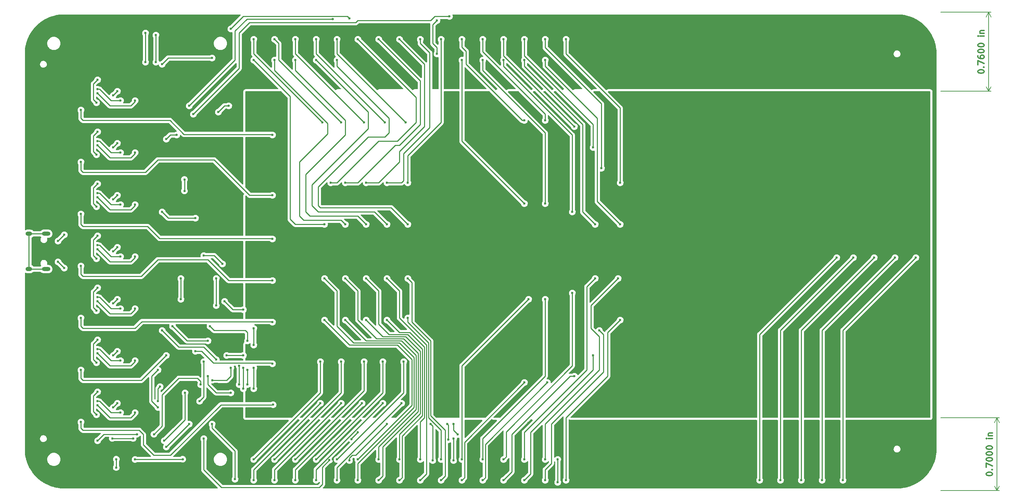
<source format=gbr>
%TF.GenerationSoftware,KiCad,Pcbnew,(6.0.9)*%
%TF.CreationDate,2022-12-26T01:44:16+02:00*%
%TF.ProjectId,maru-logic,6d617275-2d6c-46f6-9769-632e6b696361,rev?*%
%TF.SameCoordinates,Original*%
%TF.FileFunction,Copper,L2,Bot*%
%TF.FilePolarity,Positive*%
%FSLAX46Y46*%
G04 Gerber Fmt 4.6, Leading zero omitted, Abs format (unit mm)*
G04 Created by KiCad (PCBNEW (6.0.9)) date 2022-12-26 01:44:16*
%MOMM*%
%LPD*%
G01*
G04 APERTURE LIST*
%ADD10C,0.300000*%
%TA.AperFunction,NonConductor*%
%ADD11C,0.300000*%
%TD*%
%TA.AperFunction,NonConductor*%
%ADD12C,0.200000*%
%TD*%
%TA.AperFunction,ComponentPad*%
%ADD13O,1.600000X1.000000*%
%TD*%
%TA.AperFunction,ComponentPad*%
%ADD14O,2.100000X1.000000*%
%TD*%
%TA.AperFunction,ViaPad*%
%ADD15C,0.600000*%
%TD*%
%TA.AperFunction,Conductor*%
%ADD16C,0.250000*%
%TD*%
G04 APERTURE END LIST*
D10*
D11*
X275000571Y-22164857D02*
X275000571Y-22022000D01*
X275072000Y-21879142D01*
X275143428Y-21807714D01*
X275286285Y-21736285D01*
X275572000Y-21664857D01*
X275929142Y-21664857D01*
X276214857Y-21736285D01*
X276357714Y-21807714D01*
X276429142Y-21879142D01*
X276500571Y-22022000D01*
X276500571Y-22164857D01*
X276429142Y-22307714D01*
X276357714Y-22379142D01*
X276214857Y-22450571D01*
X275929142Y-22522000D01*
X275572000Y-22522000D01*
X275286285Y-22450571D01*
X275143428Y-22379142D01*
X275072000Y-22307714D01*
X275000571Y-22164857D01*
X276357714Y-21022000D02*
X276429142Y-20950571D01*
X276500571Y-21022000D01*
X276429142Y-21093428D01*
X276357714Y-21022000D01*
X276500571Y-21022000D01*
X275000571Y-20450571D02*
X275000571Y-19450571D01*
X276500571Y-20093428D01*
X275000571Y-18236285D02*
X275000571Y-18522000D01*
X275072000Y-18664857D01*
X275143428Y-18736285D01*
X275357714Y-18879142D01*
X275643428Y-18950571D01*
X276214857Y-18950571D01*
X276357714Y-18879142D01*
X276429142Y-18807714D01*
X276500571Y-18664857D01*
X276500571Y-18379142D01*
X276429142Y-18236285D01*
X276357714Y-18164857D01*
X276214857Y-18093428D01*
X275857714Y-18093428D01*
X275714857Y-18164857D01*
X275643428Y-18236285D01*
X275572000Y-18379142D01*
X275572000Y-18664857D01*
X275643428Y-18807714D01*
X275714857Y-18879142D01*
X275857714Y-18950571D01*
X275000571Y-17164857D02*
X275000571Y-17022000D01*
X275072000Y-16879142D01*
X275143428Y-16807714D01*
X275286285Y-16736285D01*
X275572000Y-16664857D01*
X275929142Y-16664857D01*
X276214857Y-16736285D01*
X276357714Y-16807714D01*
X276429142Y-16879142D01*
X276500571Y-17022000D01*
X276500571Y-17164857D01*
X276429142Y-17307714D01*
X276357714Y-17379142D01*
X276214857Y-17450571D01*
X275929142Y-17522000D01*
X275572000Y-17522000D01*
X275286285Y-17450571D01*
X275143428Y-17379142D01*
X275072000Y-17307714D01*
X275000571Y-17164857D01*
X275000571Y-15736285D02*
X275000571Y-15593428D01*
X275072000Y-15450571D01*
X275143428Y-15379142D01*
X275286285Y-15307714D01*
X275572000Y-15236285D01*
X275929142Y-15236285D01*
X276214857Y-15307714D01*
X276357714Y-15379142D01*
X276429142Y-15450571D01*
X276500571Y-15593428D01*
X276500571Y-15736285D01*
X276429142Y-15879142D01*
X276357714Y-15950571D01*
X276214857Y-16022000D01*
X275929142Y-16093428D01*
X275572000Y-16093428D01*
X275286285Y-16022000D01*
X275143428Y-15950571D01*
X275072000Y-15879142D01*
X275000571Y-15736285D01*
X276500571Y-13450571D02*
X275500571Y-13450571D01*
X275000571Y-13450571D02*
X275072000Y-13522000D01*
X275143428Y-13450571D01*
X275072000Y-13379142D01*
X275000571Y-13450571D01*
X275143428Y-13450571D01*
X275500571Y-12736285D02*
X276500571Y-12736285D01*
X275643428Y-12736285D02*
X275572000Y-12664857D01*
X275500571Y-12522000D01*
X275500571Y-12307714D01*
X275572000Y-12164857D01*
X275714857Y-12093428D01*
X276500571Y-12093428D01*
D12*
X265930000Y-7620000D02*
X278208420Y-7620000D01*
X265930000Y-26924000D02*
X278208420Y-26924000D01*
X277622000Y-7620000D02*
X277622000Y-26924000D01*
X277622000Y-7620000D02*
X277622000Y-26924000D01*
X277622000Y-7620000D02*
X277035579Y-8746504D01*
X277622000Y-7620000D02*
X278208421Y-8746504D01*
X277622000Y-26924000D02*
X278208421Y-25797496D01*
X277622000Y-26924000D02*
X277035579Y-25797496D01*
D10*
D11*
X277032571Y-120462857D02*
X277032571Y-120320000D01*
X277104000Y-120177142D01*
X277175428Y-120105714D01*
X277318285Y-120034285D01*
X277604000Y-119962857D01*
X277961142Y-119962857D01*
X278246857Y-120034285D01*
X278389714Y-120105714D01*
X278461142Y-120177142D01*
X278532571Y-120320000D01*
X278532571Y-120462857D01*
X278461142Y-120605714D01*
X278389714Y-120677142D01*
X278246857Y-120748571D01*
X277961142Y-120820000D01*
X277604000Y-120820000D01*
X277318285Y-120748571D01*
X277175428Y-120677142D01*
X277104000Y-120605714D01*
X277032571Y-120462857D01*
X278389714Y-119320000D02*
X278461142Y-119248571D01*
X278532571Y-119320000D01*
X278461142Y-119391428D01*
X278389714Y-119320000D01*
X278532571Y-119320000D01*
X277032571Y-118748571D02*
X277032571Y-117748571D01*
X278532571Y-118391428D01*
X277032571Y-116891428D02*
X277032571Y-116748571D01*
X277104000Y-116605714D01*
X277175428Y-116534285D01*
X277318285Y-116462857D01*
X277604000Y-116391428D01*
X277961142Y-116391428D01*
X278246857Y-116462857D01*
X278389714Y-116534285D01*
X278461142Y-116605714D01*
X278532571Y-116748571D01*
X278532571Y-116891428D01*
X278461142Y-117034285D01*
X278389714Y-117105714D01*
X278246857Y-117177142D01*
X277961142Y-117248571D01*
X277604000Y-117248571D01*
X277318285Y-117177142D01*
X277175428Y-117105714D01*
X277104000Y-117034285D01*
X277032571Y-116891428D01*
X277032571Y-115462857D02*
X277032571Y-115320000D01*
X277104000Y-115177142D01*
X277175428Y-115105714D01*
X277318285Y-115034285D01*
X277604000Y-114962857D01*
X277961142Y-114962857D01*
X278246857Y-115034285D01*
X278389714Y-115105714D01*
X278461142Y-115177142D01*
X278532571Y-115320000D01*
X278532571Y-115462857D01*
X278461142Y-115605714D01*
X278389714Y-115677142D01*
X278246857Y-115748571D01*
X277961142Y-115820000D01*
X277604000Y-115820000D01*
X277318285Y-115748571D01*
X277175428Y-115677142D01*
X277104000Y-115605714D01*
X277032571Y-115462857D01*
X277032571Y-114034285D02*
X277032571Y-113891428D01*
X277104000Y-113748571D01*
X277175428Y-113677142D01*
X277318285Y-113605714D01*
X277604000Y-113534285D01*
X277961142Y-113534285D01*
X278246857Y-113605714D01*
X278389714Y-113677142D01*
X278461142Y-113748571D01*
X278532571Y-113891428D01*
X278532571Y-114034285D01*
X278461142Y-114177142D01*
X278389714Y-114248571D01*
X278246857Y-114320000D01*
X277961142Y-114391428D01*
X277604000Y-114391428D01*
X277318285Y-114320000D01*
X277175428Y-114248571D01*
X277104000Y-114177142D01*
X277032571Y-114034285D01*
X278532571Y-111748571D02*
X277532571Y-111748571D01*
X277032571Y-111748571D02*
X277104000Y-111820000D01*
X277175428Y-111748571D01*
X277104000Y-111677142D01*
X277032571Y-111748571D01*
X277175428Y-111748571D01*
X277532571Y-111034285D02*
X278532571Y-111034285D01*
X277675428Y-111034285D02*
X277604000Y-110962857D01*
X277532571Y-110820000D01*
X277532571Y-110605714D01*
X277604000Y-110462857D01*
X277746857Y-110391428D01*
X278532571Y-110391428D01*
D12*
X265930000Y-124460000D02*
X280240420Y-124460000D01*
X265930000Y-106680000D02*
X280240420Y-106680000D01*
X279654000Y-124460000D02*
X279654000Y-106680000D01*
X279654000Y-124460000D02*
X279654000Y-106680000D01*
X279654000Y-124460000D02*
X280240421Y-123333496D01*
X279654000Y-124460000D02*
X279067579Y-123333496D01*
X279654000Y-106680000D02*
X279067579Y-107806504D01*
X279654000Y-106680000D02*
X280240421Y-107806504D01*
D13*
%TO.P,J101,S1,SHIELD*%
%TO.N,unconnected-(J101-PadS1)*%
X43445000Y-70360000D03*
D14*
X47625000Y-70360000D03*
D13*
X43445000Y-61720000D03*
D14*
X47625000Y-61720000D03*
%TD*%
D15*
%TO.N,VDD*%
X102870000Y-43180000D03*
X102870000Y-88900000D03*
X260350000Y-38100000D03*
X102870000Y-99060000D03*
X50546000Y-68580000D03*
X52070000Y-61976000D03*
X260350000Y-27940000D03*
X102869999Y-78738779D03*
X102870000Y-33020000D03*
X102870000Y-48260000D03*
X260350000Y-83820000D03*
X260350000Y-99060000D03*
X76962000Y-113792000D03*
X260350000Y-43180000D03*
X260350000Y-104140000D03*
X260350000Y-53340000D03*
X260350000Y-93980000D03*
X102870000Y-68580000D03*
X50546000Y-63500000D03*
X260350000Y-88900000D03*
X260350000Y-68580000D03*
X260350000Y-48260000D03*
X260350000Y-63500000D03*
X260350000Y-33020000D03*
X102870000Y-27940000D03*
X82550000Y-108204000D03*
X52070000Y-70104000D03*
X260350000Y-78740000D03*
X260350000Y-73660000D03*
X260350000Y-58420000D03*
X102870000Y-58420000D03*
%TO.N,VSS*%
X142748000Y-24892000D03*
X214574963Y-22777499D03*
X214685037Y-114382501D03*
X117606000Y-14224000D03*
X146558000Y-24892000D03*
X260294963Y-22777499D03*
X230890000Y-121920000D03*
X145034000Y-15748000D03*
X240030000Y-17780000D03*
X80638000Y-102561000D03*
X234950000Y-17780000D03*
X172212000Y-24892000D03*
X199390000Y-17780000D03*
X150622000Y-107950000D03*
X184094963Y-22777499D03*
X260405037Y-109302501D03*
X204525037Y-109302501D03*
X70612000Y-75692000D03*
X194310000Y-119380000D03*
X137926000Y-116840000D03*
X167132000Y-24892000D03*
X56642000Y-27432000D03*
X199445037Y-114382501D03*
X214630000Y-17780000D03*
X70612000Y-37592000D03*
X122686000Y-121920000D03*
X175514000Y-24892000D03*
X153166000Y-116840000D03*
X80010000Y-81280000D03*
X255270000Y-12700000D03*
X62230000Y-58420000D03*
X62230000Y-45720000D03*
X172974000Y-107950000D03*
X122686000Y-116840000D03*
X224790000Y-12700000D03*
X260350000Y-17780000D03*
X189285037Y-114382501D03*
X199390000Y-119380000D03*
X158246000Y-116840000D03*
X184205037Y-114382501D03*
X56642000Y-90932000D03*
X168406000Y-14224000D03*
X184150000Y-17780000D03*
X112522000Y-121920000D03*
X56642000Y-65532000D03*
X164592000Y-24892000D03*
X107442000Y-121920000D03*
X214630000Y-12700000D03*
X209550000Y-12700000D03*
X56642000Y-52832000D03*
X229925037Y-114382501D03*
X245165037Y-114382501D03*
X173486000Y-14224000D03*
X70612000Y-88392000D03*
X229925037Y-109302501D03*
X255270000Y-119380000D03*
X112526000Y-19304000D03*
X184150000Y-119380000D03*
X204414963Y-22777499D03*
X80638000Y-70811000D03*
X148086000Y-121920000D03*
X97286000Y-19304000D03*
X194365037Y-114382501D03*
X70651299Y-113737000D03*
X240085037Y-109302501D03*
X148086000Y-19304000D03*
X214630000Y-119380000D03*
X56642000Y-103632000D03*
X189230000Y-17780000D03*
X240030000Y-12700000D03*
X163326000Y-19304000D03*
X50165000Y-61595000D03*
X132846000Y-14224000D03*
X50165000Y-70485000D03*
X219765037Y-109302501D03*
X194310000Y-12700000D03*
X229870000Y-12700000D03*
X184150000Y-12700000D03*
X136906000Y-24892000D03*
X168406000Y-116840000D03*
X194254963Y-22777499D03*
X234950000Y-12700000D03*
X80518000Y-56896000D03*
X151638000Y-24892000D03*
X235005037Y-114382501D03*
X70612000Y-24892000D03*
X153166000Y-121920000D03*
X219710000Y-12700000D03*
X159766000Y-24892000D03*
X102362000Y-121920000D03*
X92710000Y-69215000D03*
X129675199Y-24773198D03*
X156210000Y-107950000D03*
X260350000Y-114300000D03*
X250134963Y-22777499D03*
X225810000Y-121920000D03*
X250245037Y-114382501D03*
X56642000Y-78232000D03*
X148086000Y-14224000D03*
X80384000Y-94941000D03*
X255214963Y-22777499D03*
X64262000Y-108204000D03*
X209494963Y-22777499D03*
X97282000Y-116840000D03*
X102362000Y-116840000D03*
X224845037Y-114382501D03*
X179832000Y-24892000D03*
X220730000Y-121920000D03*
X117602000Y-116840000D03*
X250190000Y-119380000D03*
X137926000Y-14224000D03*
X209605037Y-114382501D03*
X229814963Y-22777499D03*
X163326000Y-14224000D03*
X112526000Y-14224000D03*
X204525037Y-114382501D03*
X163326000Y-121920000D03*
X64262000Y-120345299D03*
X62230000Y-33020000D03*
X70612000Y-101092000D03*
X209550000Y-119380000D03*
X97286000Y-14224000D03*
X240085037Y-114382501D03*
X117602000Y-121920000D03*
X168406000Y-19304000D03*
X158246000Y-14224000D03*
X107446000Y-19304000D03*
X127766000Y-14224000D03*
X158246000Y-19304000D03*
X199390000Y-12700000D03*
X260350000Y-119380000D03*
X245054963Y-22777499D03*
X194310000Y-17780000D03*
X214685037Y-109302501D03*
X158246000Y-121920000D03*
X70612000Y-50292000D03*
X79502000Y-45212000D03*
X140970000Y-15748000D03*
X194365037Y-109302501D03*
X169672000Y-24892000D03*
X250190000Y-17780000D03*
X62230000Y-96520000D03*
X219765037Y-114382501D03*
X127766000Y-116840000D03*
X107446000Y-14224000D03*
X184205037Y-109302501D03*
X235005037Y-109302501D03*
X260350000Y-12700000D03*
X97282000Y-121920000D03*
X189285037Y-109302501D03*
X219710000Y-17780000D03*
X204470000Y-17780000D03*
X153166000Y-19304000D03*
X56642000Y-40132000D03*
X224790000Y-17780000D03*
X62230000Y-71120000D03*
X189230000Y-12700000D03*
X70612000Y-62992000D03*
X209605037Y-109302501D03*
X189230000Y-119380000D03*
X137926000Y-121920000D03*
X173486000Y-121920000D03*
X153166000Y-14224000D03*
X102366000Y-19304000D03*
X163326000Y-116840000D03*
X143006000Y-14224000D03*
X245110000Y-12700000D03*
X102366000Y-14224000D03*
X199445037Y-109302501D03*
X127766000Y-121920000D03*
X132846000Y-116840000D03*
X245165037Y-109302501D03*
X204470000Y-12700000D03*
X51562000Y-66040000D03*
X229870000Y-17780000D03*
X250245037Y-109302501D03*
X165354000Y-107950000D03*
X255325037Y-109302501D03*
X241050000Y-121920000D03*
X122686000Y-14224000D03*
X239974963Y-22777499D03*
X234894963Y-22777499D03*
X235970000Y-121920000D03*
X112522000Y-116840000D03*
X62230000Y-83820000D03*
X132846000Y-121920000D03*
X189174963Y-22777499D03*
X143006000Y-121920000D03*
X107442000Y-116840000D03*
X250190000Y-12700000D03*
X204470000Y-119380000D03*
X148086000Y-116840000D03*
X209550000Y-17780000D03*
X219654963Y-22777499D03*
X245110000Y-17780000D03*
X117606000Y-19304000D03*
X224734963Y-22777499D03*
X143006000Y-116840000D03*
X199334963Y-22777499D03*
X224845037Y-109302501D03*
X168406000Y-121920000D03*
%TO.N,/Button NOT_A/T flip-flop/PULSE*%
X60198000Y-24130000D03*
X59944000Y-29718000D03*
%TO.N,/Button NOT_A/T flip-flop/TOGGLE*%
X102870000Y-37592000D03*
X56134000Y-31496000D03*
%TO.N,/Button AND_A/T flip-flop/PULSE*%
X59944000Y-93218000D03*
X60198000Y-87630000D03*
%TO.N,/Button AND_A/T flip-flop/TOGGLE*%
X84074000Y-90424000D03*
X56134000Y-94996000D03*
X102870000Y-93472000D03*
X76962000Y-91440000D03*
%TO.N,/AND_A*%
X74930000Y-94996000D03*
X74930000Y-104140000D03*
%TO.N,/AND_B*%
X86106000Y-111760000D03*
X116773589Y-117027589D03*
%TO.N,/OR_A*%
X143002000Y-9652000D03*
X84074000Y-57912000D03*
X75946000Y-56388000D03*
X143002000Y-17780000D03*
%TO.N,/XOR_A*%
X95758000Y-99568000D03*
X95758000Y-94488000D03*
X91694000Y-91440000D03*
X95758000Y-91440000D03*
X141986000Y-117094000D03*
X78486000Y-84328000D03*
X87122000Y-87884000D03*
X141478000Y-108204000D03*
%TO.N,/XOR_B*%
X96774000Y-94996000D03*
X145542000Y-108204000D03*
X96774000Y-98552000D03*
X80518000Y-72644000D03*
X96774000Y-87884000D03*
X87630000Y-84328000D03*
X145796000Y-112014000D03*
X80518000Y-77724000D03*
%TO.N,/NOT_A*%
X82550000Y-30480000D03*
X117602000Y-9260500D03*
%TO.N,/AND_X*%
X147066000Y-111760000D03*
X75438000Y-99060000D03*
X74930000Y-102616000D03*
X147066000Y-117094000D03*
%TO.N,/OR_X*%
X92202000Y-30480000D03*
X89662000Y-32004000D03*
%TO.N,/XOR_X*%
X98298000Y-99568000D03*
X91186000Y-78232000D03*
X98298000Y-94488000D03*
X147066000Y-108204000D03*
X95758000Y-80264000D03*
X148082000Y-110744000D03*
X98298000Y-88900000D03*
X98298000Y-84836000D03*
%TO.N,/NOT_X*%
X79502000Y-37592000D03*
X76962000Y-38608000D03*
X83566000Y-32512000D03*
X146050000Y-8636000D03*
%TO.N,/ALL_X*%
X69342000Y-116840000D03*
X80975299Y-116789299D03*
%TO.N,/Button AND_B/T flip-flop/PULSE*%
X60198000Y-100330000D03*
X59944000Y-105918000D03*
%TO.N,/Button AND_B/T flip-flop/TOGGLE*%
X103027000Y-103475000D03*
X56134000Y-107696000D03*
%TO.N,/Button OR_A/T flip-flop/PULSE*%
X59944000Y-42418000D03*
X60198000Y-36830000D03*
%TO.N,/Button OR_A/T flip-flop/TOGGLE*%
X56134000Y-44196000D03*
X102870000Y-52324000D03*
%TO.N,/Button OR_B/T flip-flop/PULSE*%
X60198000Y-49530000D03*
X59944000Y-55118000D03*
%TO.N,/Button OR_B/T flip-flop/TOGGLE*%
X56134000Y-56896000D03*
X102870000Y-62992000D03*
%TO.N,/Button XOR_A/T flip-flop/PULSE*%
X60198000Y-62230000D03*
X59944000Y-67818000D03*
%TO.N,/Button XOR_A/T flip-flop/TOGGLE*%
X56134000Y-69596000D03*
X102870000Y-73152000D03*
%TO.N,/Button XOR_B/T flip-flop/PULSE*%
X59944000Y-80518000D03*
X60198000Y-74930000D03*
%TO.N,/Button XOR_B/T flip-flop/TOGGLE*%
X102870000Y-83312000D03*
X56134000Y-82296000D03*
%TO.N,/NOT_Y*%
X85090000Y-102616000D03*
X89154000Y-72644000D03*
X89154000Y-79248000D03*
X86106000Y-92964000D03*
%TO.N,/AND_Y*%
X93726000Y-121666000D03*
X88138000Y-108204000D03*
X172466000Y-122428000D03*
X172466000Y-116840000D03*
%TO.N,/OR_Y*%
X92710000Y-94488000D03*
X88193000Y-97481000D03*
%TO.N,/XOR_Y*%
X92710000Y-100584000D03*
X87122000Y-96520000D03*
%TO.N,Net-(D401-Pad1)*%
X226822000Y-121920000D03*
X244602000Y-67564000D03*
%TO.N,Net-(D1701-Pad1)*%
X249682000Y-67564000D03*
X231902000Y-121920000D03*
%TO.N,Net-(D1901-Pad1)*%
X236982000Y-121920000D03*
X254762000Y-67564000D03*
%TO.N,Net-(D2001-Pad1)*%
X169418000Y-54356000D03*
X154178000Y-19304000D03*
%TO.N,Net-(D2101-Pad1)*%
X242062000Y-121920000D03*
X259842000Y-67564000D03*
%TO.N,Net-(D2201-Pad1)*%
X176022000Y-56388000D03*
X159258000Y-19304000D03*
%TO.N,Net-(D2401-Pad1)*%
X181610000Y-59436000D03*
X164338000Y-19304000D03*
%TO.N,Net-(D2501-Pad1)*%
X169418000Y-19304000D03*
X187706000Y-59436000D03*
%TO.N,Net-(D2601-Pad1)*%
X103378000Y-14224000D03*
X119634000Y-34544000D03*
%TO.N,Net-(D2701-Pad1)*%
X125222000Y-34544000D03*
X108458000Y-14224000D03*
%TO.N,Net-(D2801-Pad1)*%
X98298000Y-14224000D03*
X115062000Y-34544000D03*
%TO.N,Net-(D2901-Pad1)*%
X130302000Y-34544000D03*
X113538000Y-14224000D03*
%TO.N,Net-(D3001-Pad1)*%
X118618000Y-14224000D03*
X135382000Y-34544000D03*
%TO.N,Net-(D3201-Pad1)*%
X120650000Y-59436000D03*
X103378000Y-19304000D03*
%TO.N,Net-(D3301-Pad1)*%
X108458000Y-19304000D03*
X125730000Y-59436000D03*
%TO.N,Net-(D3401-Pad1)*%
X120650000Y-49276000D03*
X128778000Y-14224000D03*
%TO.N,Net-(D3501-Pad1)*%
X133858000Y-14224000D03*
X125730000Y-49276000D03*
%TO.N,Net-(D3601-Pad1)*%
X123698000Y-14224000D03*
X117094000Y-49276000D03*
%TO.N,Net-(D3701-Pad1)*%
X130810000Y-49276000D03*
X138938000Y-14224000D03*
%TO.N,Net-(D3801-Pad1)*%
X144018000Y-14224000D03*
X135890000Y-49276000D03*
%TO.N,Net-(D3901-Pad1)*%
X115570000Y-59436000D03*
X98298000Y-19304000D03*
%TO.N,Net-(D4301-Pad1)*%
X169418000Y-77724000D03*
X154178000Y-116840000D03*
%TO.N,Net-(D4501-Pad1)*%
X159258000Y-121920000D03*
X176530000Y-96520000D03*
%TO.N,Net-(D4701-Pad1)*%
X149098000Y-121920000D03*
X164338000Y-98044000D03*
%TO.N,Net-(D4801-Pad1)*%
X182626000Y-85344000D03*
X169418000Y-121920000D03*
%TO.N,Net-(D4901-Pad1)*%
X187706000Y-82804000D03*
X174498000Y-121920000D03*
%TO.N,Net-(D5001-Pad1)*%
X164338000Y-121920000D03*
X181102000Y-91440000D03*
%TO.N,Net-(D5101-Pad1)*%
X176022000Y-76200000D03*
X159258000Y-116840000D03*
%TO.N,Net-(D5201-Pad1)*%
X165354000Y-77724000D03*
X149098000Y-116840000D03*
%TO.N,Net-(D1801-Pad1)*%
X221742000Y-121920000D03*
X240538000Y-67564000D03*
%TO.N,Net-(D6101-Pad1)*%
X128778000Y-116840000D03*
X120650000Y-82804000D03*
%TO.N,Net-(D6201-Pad1)*%
X133858000Y-116840000D03*
X125730000Y-82804000D03*
%TO.N,Net-(D6301-Pad1)*%
X115570000Y-82804000D03*
X123698000Y-116840000D03*
%TO.N,Net-(D6401-Pad1)*%
X138938000Y-116840000D03*
X130810000Y-82804000D03*
%TO.N,Net-(D6501-Pad1)*%
X144018000Y-116840000D03*
X135890000Y-82296000D03*
%TO.N,Net-(D2301-Pad1)*%
X164338000Y-54356000D03*
X149098000Y-19304000D03*
%TO.N,Net-(D6701-Pad1)*%
X103374000Y-116840000D03*
X119634000Y-92964000D03*
%TO.N,Net-(D6801-Pad1)*%
X108454000Y-116840000D03*
X125222000Y-92964000D03*
%TO.N,Net-(D6901-Pad1)*%
X114554000Y-92964000D03*
X98294000Y-116840000D03*
%TO.N,Net-(D7001-Pad1)*%
X129794000Y-92964000D03*
X113534000Y-116840000D03*
%TO.N,Net-(D7101-Pad1)*%
X134874000Y-92964000D03*
X118614000Y-116840000D03*
%TO.N,Net-(D4001-Pad1)*%
X113538000Y-19304000D03*
X130810000Y-59436000D03*
%TO.N,Net-(D4601-Pad1)*%
X154178000Y-121920000D03*
X169926000Y-98044000D03*
%TO.N,Net-(D7401-Pad1)*%
X103374000Y-121920000D03*
X119634000Y-103124000D03*
%TO.N,Net-(D7501-Pad1)*%
X124714000Y-103124000D03*
X108454000Y-121920000D03*
%TO.N,Net-(D7601-Pad1)*%
X98294000Y-121920000D03*
X114554000Y-103124000D03*
%TO.N,Net-(D7701-Pad1)*%
X113534000Y-121920000D03*
X129794000Y-103124000D03*
%TO.N,Net-(D7801-Pad1)*%
X118614000Y-121920000D03*
X134366000Y-103124000D03*
%TO.N,Net-(D5301-Pad1)*%
X118618000Y-19304000D03*
X135890000Y-59436000D03*
%TO.N,Net-(D8001-Pad1)*%
X164338000Y-116840000D03*
X181610000Y-72644000D03*
%TO.N,Net-(D8101-Pad1)*%
X169418000Y-116840000D03*
X187198000Y-72644000D03*
%TO.N,Net-(D5501-Pad1)*%
X128778000Y-121920000D03*
X120650000Y-72644000D03*
%TO.N,Net-(D5601-Pad1)*%
X133858000Y-121920000D03*
X125730000Y-72644000D03*
%TO.N,Net-(D5701-Pad1)*%
X115570000Y-72644000D03*
X123698000Y-121920000D03*
%TO.N,Net-(D5801-Pad1)*%
X138938000Y-121920000D03*
X130810000Y-72644000D03*
%TO.N,Net-(D9801-Pad1)*%
X164338000Y-34036000D03*
X149098000Y-14224000D03*
%TO.N,Net-(D9901-Pad1)*%
X154178000Y-14224000D03*
X169418000Y-34036000D03*
%TO.N,Net-(D10001-Pad1)*%
X176530000Y-35560000D03*
X159258000Y-14224000D03*
%TO.N,Net-(D10101-Pad1)*%
X181102000Y-40640000D03*
X164338000Y-14224000D03*
%TO.N,Net-(D10201-Pad1)*%
X169418000Y-14224000D03*
X183134000Y-45720000D03*
%TO.N,Net-(D10301-Pad1)*%
X187706000Y-49276000D03*
X174498000Y-14224000D03*
%TO.N,Net-(D5901-Pad1)*%
X144018000Y-121920000D03*
X135890000Y-72644000D03*
%TO.N,/BNA*%
X69342000Y-29210000D03*
X71882000Y-19812000D03*
X60198000Y-27432000D03*
X71882000Y-12700000D03*
%TO.N,/BAA*%
X60198000Y-90932000D03*
X69342000Y-92710000D03*
%TO.N,/BAB*%
X60198000Y-103632000D03*
X69342000Y-105410000D03*
%TO.N,/BOA*%
X92710000Y-11684000D03*
X74422000Y-13208000D03*
X121666000Y-9144000D03*
X74422000Y-19812000D03*
X69342000Y-41910000D03*
X60198000Y-40132000D03*
%TO.N,/BOB*%
X60198000Y-52832000D03*
X69342000Y-54610000D03*
X88138000Y-18796000D03*
X75946000Y-20320000D03*
%TO.N,/BXA*%
X130810000Y-108204000D03*
X69342000Y-67310000D03*
X121666000Y-117094000D03*
X86106000Y-67056000D03*
X94742000Y-93980000D03*
X60198000Y-65532000D03*
X94742000Y-98552000D03*
X90678000Y-69088000D03*
%TO.N,/BXB*%
X123698000Y-110236000D03*
X75946000Y-85344000D03*
X122174000Y-111876500D03*
X60198000Y-78232000D03*
X89154000Y-92456000D03*
X69342000Y-80010000D03*
%TO.N,Net-(U103-Pad11)*%
X60198000Y-112268000D03*
X85344000Y-98552000D03*
X73969000Y-110689000D03*
X69795000Y-110689000D03*
%TO.N,Net-(U101-Pad10)*%
X81400000Y-51253000D03*
X81400000Y-48459000D03*
%TO.N,Net-(U103-Pad10)*%
X76454000Y-112268000D03*
X81534000Y-100584000D03*
X63809000Y-111705000D03*
X68889000Y-111705000D03*
%TO.N,Net-(U104-Pad3)*%
X64765701Y-118825598D03*
X64774299Y-116785000D03*
%TO.N,/Button NOT_A/T flip-flop/~{Q}*%
X65786000Y-29210000D03*
X60198000Y-26416000D03*
%TO.N,/Button AND_A/T flip-flop/~{Q}*%
X60198000Y-89916000D03*
X65786000Y-92710000D03*
%TO.N,/Button AND_B/T flip-flop/~{Q}*%
X65786000Y-105410000D03*
X60198000Y-102616000D03*
%TO.N,/Button OR_A/T flip-flop/~{Q}*%
X65786000Y-41910000D03*
X60198000Y-39116000D03*
%TO.N,/Button OR_B/T flip-flop/~{Q}*%
X65786000Y-54610000D03*
X60198000Y-51816000D03*
%TO.N,/Button XOR_A/T flip-flop/~{Q}*%
X65786000Y-67310000D03*
X60198000Y-64516000D03*
%TO.N,/Button XOR_B/T flip-flop/~{Q}*%
X60198000Y-77216000D03*
X65786000Y-80010000D03*
%TO.N,/Button NOT_A/T flip-flop/RESET*%
X65024000Y-26924000D03*
X64008000Y-27940000D03*
%TO.N,/Button AND_A/T flip-flop/RESET*%
X64008000Y-91440000D03*
X65024000Y-90424000D03*
%TO.N,/Button AND_B/T flip-flop/RESET*%
X64008000Y-104140000D03*
X65024000Y-103124000D03*
%TO.N,/Button OR_A/T flip-flop/RESET*%
X64008000Y-40640000D03*
X65024000Y-39624000D03*
%TO.N,/Button OR_B/T flip-flop/RESET*%
X65024000Y-52324000D03*
X64008000Y-53340000D03*
%TO.N,/Button XOR_A/T flip-flop/RESET*%
X64008000Y-66040000D03*
X65024000Y-65024000D03*
%TO.N,/Button XOR_B/T flip-flop/RESET*%
X64008000Y-78740000D03*
X65024000Y-77724000D03*
%TD*%
D16*
%TO.N,VDD*%
X50546000Y-68580000D02*
X52070000Y-70104000D01*
X260350000Y-48260000D02*
X260350000Y-53340000D01*
X260350000Y-58420000D02*
X260350000Y-63500000D01*
X82550000Y-108204000D02*
X76962000Y-113792000D01*
X260350000Y-78740000D02*
X260350000Y-73660000D01*
X50546000Y-63500000D02*
X52070000Y-61976000D01*
X260350000Y-88900000D02*
X260350000Y-83820000D01*
X260350000Y-27940000D02*
X260350000Y-33020000D01*
X260350000Y-38100000D02*
X260350000Y-43180000D01*
X260350000Y-99060000D02*
X260350000Y-93980000D01*
%TO.N,VSS*%
X184094963Y-22777499D02*
X189174963Y-22777499D01*
X194310000Y-17780000D02*
X199390000Y-17780000D01*
X214630000Y-12700000D02*
X219710000Y-12700000D01*
X224790000Y-12700000D02*
X229870000Y-12700000D01*
X255270000Y-12700000D02*
X260350000Y-12700000D01*
X194310000Y-119380000D02*
X199390000Y-119380000D01*
X194310000Y-12700000D02*
X199390000Y-12700000D01*
X184150000Y-119380000D02*
X189230000Y-119380000D01*
X245110000Y-17780000D02*
X250190000Y-17780000D01*
X245054963Y-22777499D02*
X250134963Y-22777499D01*
X194365037Y-109302501D02*
X199445037Y-109302501D01*
X184205037Y-114382501D02*
X189285037Y-114382501D01*
X260350000Y-22860000D02*
X260350000Y-12700000D01*
X204470000Y-119380000D02*
X209550000Y-119380000D01*
X204525037Y-114382501D02*
X209605037Y-114382501D01*
X224790000Y-17780000D02*
X229870000Y-17780000D01*
X214630000Y-17780000D02*
X219710000Y-17780000D01*
X184150000Y-17780000D02*
X189230000Y-17780000D01*
X204470000Y-17780000D02*
X209550000Y-17780000D01*
X260405037Y-114355037D02*
X260405037Y-109302501D01*
X260405037Y-114355037D02*
X260350000Y-114300000D01*
X204525037Y-109302501D02*
X209605037Y-109302501D01*
X224734963Y-22777499D02*
X229814963Y-22777499D01*
X255214963Y-22777499D02*
X260294963Y-22777499D01*
X214685037Y-109302501D02*
X219765037Y-109302501D01*
X255325037Y-109302501D02*
X260405037Y-109302501D01*
X234950000Y-12700000D02*
X240030000Y-12700000D01*
X204470000Y-12700000D02*
X209550000Y-12700000D01*
X194254963Y-22777499D02*
X199334963Y-22777499D01*
X184205037Y-109302501D02*
X189285037Y-109302501D01*
X194365037Y-114382501D02*
X199445037Y-114382501D01*
X204414963Y-22777499D02*
X209494963Y-22777499D01*
X260405037Y-119324963D02*
X260405037Y-114355037D01*
X234950000Y-17780000D02*
X240030000Y-17780000D01*
X255270000Y-119380000D02*
X260350000Y-119380000D01*
X245110000Y-12700000D02*
X250190000Y-12700000D01*
X214685037Y-114382501D02*
X219765037Y-114382501D01*
X184150000Y-12700000D02*
X189230000Y-12700000D01*
X214574963Y-22777499D02*
X219654963Y-22777499D01*
X234894963Y-22777499D02*
X239974963Y-22777499D01*
%TO.N,/Button NOT_A/T flip-flop/PULSE*%
X59182000Y-28956000D02*
X59944000Y-29718000D01*
X60198000Y-24130000D02*
X59182000Y-25146000D01*
X59182000Y-25146000D02*
X59182000Y-28956000D01*
%TO.N,/Button NOT_A/T flip-flop/TOGGLE*%
X56134000Y-33528000D02*
X56134000Y-31496000D01*
X81280000Y-37465000D02*
X102743000Y-37465000D01*
X77851000Y-34036000D02*
X81280000Y-37465000D01*
X56642000Y-34036000D02*
X77851000Y-34036000D01*
X56642000Y-34036000D02*
X56134000Y-33528000D01*
X102743000Y-37465000D02*
X102870000Y-37592000D01*
%TO.N,/Button AND_A/T flip-flop/PULSE*%
X59182000Y-92456000D02*
X59944000Y-93218000D01*
X59182000Y-88646000D02*
X59182000Y-92456000D01*
X60198000Y-87630000D02*
X59182000Y-88646000D01*
%TO.N,/Button AND_A/T flip-flop/TOGGLE*%
X85598000Y-90424000D02*
X84074000Y-90424000D01*
X76962000Y-91440000D02*
X70866000Y-97536000D01*
X70866000Y-97536000D02*
X56642000Y-97536000D01*
X56134000Y-97028000D02*
X56134000Y-94996000D01*
X102713000Y-93315000D02*
X102870000Y-93472000D01*
X88489000Y-93315000D02*
X102713000Y-93315000D01*
X56642000Y-97536000D02*
X56134000Y-97028000D01*
X85598000Y-90424000D02*
X88489000Y-93315000D01*
%TO.N,/AND_A*%
X73406000Y-102616000D02*
X74930000Y-104140000D01*
X73406000Y-96520000D02*
X73406000Y-102616000D01*
X74930000Y-94996000D02*
X73406000Y-96520000D01*
%TO.N,/AND_B*%
X116773589Y-117027589D02*
X115062000Y-118739178D01*
X90424000Y-123698000D02*
X114300000Y-123698000D01*
X115062000Y-122936000D02*
X114300000Y-123698000D01*
X90424000Y-123698000D02*
X88900000Y-122174000D01*
X88900000Y-122174000D02*
X89662000Y-122936000D01*
X88900000Y-122174000D02*
X86106000Y-119380000D01*
X86106000Y-119380000D02*
X86106000Y-111760000D01*
X115062000Y-118739178D02*
X115062000Y-122936000D01*
X90424000Y-123698000D02*
X89662000Y-122936000D01*
%TO.N,/OR_A*%
X141986000Y-10668000D02*
X143002000Y-9652000D01*
X141986000Y-15240000D02*
X141986000Y-10668000D01*
X143002000Y-17780000D02*
X143002000Y-16256000D01*
X84074000Y-57912000D02*
X77470000Y-57912000D01*
X77470000Y-57912000D02*
X75946000Y-56388000D01*
X143002000Y-16256000D02*
X141986000Y-15240000D01*
%TO.N,/XOR_A*%
X141478000Y-108204000D02*
X141986000Y-108712000D01*
X95758000Y-94488000D02*
X95758000Y-99568000D01*
X141986000Y-108712000D02*
X141986000Y-117094000D01*
X82042000Y-87884000D02*
X87122000Y-87884000D01*
X91694000Y-91440000D02*
X95758000Y-91440000D01*
X82042000Y-87884000D02*
X78486000Y-84328000D01*
%TO.N,/XOR_B*%
X88646000Y-85344000D02*
X96266000Y-85344000D01*
X96774000Y-94996000D02*
X96774000Y-98552000D01*
X96774000Y-85852000D02*
X96774000Y-87884000D01*
X145796000Y-112014000D02*
X145796000Y-108458000D01*
X145796000Y-108458000D02*
X145542000Y-108204000D01*
X87630000Y-84328000D02*
X88646000Y-85344000D01*
X80518000Y-72644000D02*
X80518000Y-77724000D01*
X96266000Y-85344000D02*
X96774000Y-85852000D01*
%TO.N,/NOT_A*%
X96657500Y-9260500D02*
X93726000Y-12192000D01*
X93726000Y-12192000D02*
X93726000Y-19304000D01*
X117602000Y-9260500D02*
X96657500Y-9260500D01*
X93726000Y-19304000D02*
X82550000Y-30480000D01*
%TO.N,/AND_X*%
X147066000Y-111760000D02*
X147066000Y-117094000D01*
X74930000Y-99568000D02*
X74930000Y-102616000D01*
X75438000Y-99060000D02*
X74930000Y-99568000D01*
%TO.N,/OR_X*%
X89662000Y-32004000D02*
X91186000Y-30480000D01*
X91186000Y-30480000D02*
X92202000Y-30480000D01*
%TO.N,/XOR_X*%
X93218000Y-80264000D02*
X95758000Y-80264000D01*
X147066000Y-109728000D02*
X148082000Y-110744000D01*
X147066000Y-108204000D02*
X147066000Y-109728000D01*
X91186000Y-78232000D02*
X93218000Y-80264000D01*
X98298000Y-94488000D02*
X98298000Y-99568000D01*
X98298000Y-84836000D02*
X98298000Y-88900000D01*
%TO.N,/NOT_X*%
X146050000Y-8636000D02*
X142494000Y-8636000D01*
X97282000Y-10160000D02*
X94742000Y-12700000D01*
X123190000Y-10160000D02*
X97282000Y-10160000D01*
X77978000Y-37592000D02*
X79502000Y-37592000D01*
X141478000Y-9652000D02*
X123698000Y-9652000D01*
X94742000Y-12700000D02*
X94742000Y-21336000D01*
X76962000Y-38608000D02*
X77978000Y-37592000D01*
X123698000Y-9652000D02*
X123190000Y-10160000D01*
X94742000Y-21336000D02*
X83566000Y-32512000D01*
X142494000Y-8636000D02*
X141478000Y-9652000D01*
%TO.N,/ALL_X*%
X69342000Y-116840000D02*
X80924598Y-116840000D01*
X80924598Y-116840000D02*
X80975299Y-116789299D01*
%TO.N,/Button AND_B/T flip-flop/PULSE*%
X59182000Y-105156000D02*
X59944000Y-105918000D01*
X60198000Y-100330000D02*
X59182000Y-101346000D01*
X59182000Y-101346000D02*
X59182000Y-105156000D01*
%TO.N,/Button AND_B/T flip-flop/TOGGLE*%
X70358000Y-109728000D02*
X56642000Y-109728000D01*
X90297000Y-103505000D02*
X77978000Y-115824000D01*
X102997000Y-103505000D02*
X90297000Y-103505000D01*
X103027000Y-103475000D02*
X102997000Y-103505000D01*
X56642000Y-109728000D02*
X56134000Y-109220000D01*
X56134000Y-109220000D02*
X56134000Y-107696000D01*
X77978000Y-115824000D02*
X73914000Y-115824000D01*
X71374000Y-113284000D02*
X71374000Y-110744000D01*
X71374000Y-110744000D02*
X70358000Y-109728000D01*
X73914000Y-115824000D02*
X71374000Y-113284000D01*
%TO.N,/Button OR_A/T flip-flop/PULSE*%
X59182000Y-41656000D02*
X59944000Y-42418000D01*
X60198000Y-36830000D02*
X59182000Y-37846000D01*
X59182000Y-37846000D02*
X59182000Y-41656000D01*
%TO.N,/Button OR_A/T flip-flop/TOGGLE*%
X71882000Y-46736000D02*
X56642000Y-46736000D01*
X88646000Y-43688000D02*
X74930000Y-43688000D01*
X56134000Y-46228000D02*
X56134000Y-44196000D01*
X56642000Y-46736000D02*
X56134000Y-46228000D01*
X102870000Y-52324000D02*
X97282000Y-52324000D01*
X74930000Y-43688000D02*
X71882000Y-46736000D01*
X97282000Y-52324000D02*
X88646000Y-43688000D01*
%TO.N,/Button OR_B/T flip-flop/PULSE*%
X60198000Y-49530000D02*
X59182000Y-50546000D01*
X59182000Y-50546000D02*
X59182000Y-54356000D01*
X59182000Y-54356000D02*
X59944000Y-55118000D01*
%TO.N,/Button OR_B/T flip-flop/TOGGLE*%
X102743000Y-62865000D02*
X102870000Y-62992000D01*
X75311000Y-62865000D02*
X102743000Y-62865000D01*
X72390000Y-59944000D02*
X75311000Y-62865000D01*
X56642000Y-59944000D02*
X56134000Y-59436000D01*
X56134000Y-59436000D02*
X56134000Y-56896000D01*
X72390000Y-59944000D02*
X56642000Y-59944000D01*
%TO.N,/Button XOR_A/T flip-flop/PULSE*%
X59182000Y-63246000D02*
X59182000Y-67056000D01*
X59182000Y-67056000D02*
X59944000Y-67818000D01*
X60198000Y-62230000D02*
X59182000Y-63246000D01*
%TO.N,/Button XOR_A/T flip-flop/TOGGLE*%
X70866000Y-72136000D02*
X56642000Y-72136000D01*
X92202000Y-73152000D02*
X87122000Y-68072000D01*
X102870000Y-73152000D02*
X92202000Y-73152000D01*
X87122000Y-68072000D02*
X74930000Y-68072000D01*
X74930000Y-68072000D02*
X70866000Y-72136000D01*
X56642000Y-72136000D02*
X56134000Y-71628000D01*
X56134000Y-71628000D02*
X56134000Y-69596000D01*
%TO.N,/Button XOR_B/T flip-flop/PULSE*%
X60198000Y-74930000D02*
X59182000Y-75946000D01*
X59182000Y-79756000D02*
X59944000Y-80518000D01*
X59182000Y-75946000D02*
X59182000Y-79756000D01*
%TO.N,/Button XOR_B/T flip-flop/TOGGLE*%
X56134000Y-84328000D02*
X56134000Y-82296000D01*
X102743000Y-83185000D02*
X70993000Y-83185000D01*
X70993000Y-83185000D02*
X69342000Y-84836000D01*
X102870000Y-83312000D02*
X102743000Y-83185000D01*
X69342000Y-84836000D02*
X56642000Y-84836000D01*
X56642000Y-84836000D02*
X56134000Y-84328000D01*
%TO.N,/NOT_Y*%
X86106000Y-101600000D02*
X86106000Y-92964000D01*
X85090000Y-102616000D02*
X86106000Y-101600000D01*
X89154000Y-79248000D02*
X89154000Y-72644000D01*
%TO.N,/AND_Y*%
X93726000Y-114808000D02*
X93726000Y-120650000D01*
X88138000Y-109220000D02*
X93726000Y-114808000D01*
X93726000Y-120904000D02*
X93726000Y-121412000D01*
X93726000Y-120650000D02*
X93726000Y-120904000D01*
X88138000Y-109220000D02*
X88138000Y-108204000D01*
X93726000Y-121666000D02*
X93726000Y-120650000D01*
X172466000Y-122428000D02*
X172466000Y-116840000D01*
%TO.N,/OR_Y*%
X92710000Y-96520000D02*
X92710000Y-94488000D01*
X88193000Y-97481000D02*
X91694000Y-97536000D01*
X91694000Y-97536000D02*
X92710000Y-96520000D01*
%TO.N,/XOR_Y*%
X89154000Y-100584000D02*
X87122000Y-98552000D01*
X92710000Y-100584000D02*
X89154000Y-100584000D01*
X87122000Y-98552000D02*
X87122000Y-96520000D01*
%TO.N,Net-(D401-Pad1)*%
X226822000Y-85344000D02*
X244602000Y-67564000D01*
X226822000Y-121920000D02*
X226822000Y-85344000D01*
%TO.N,Net-(D1701-Pad1)*%
X231902000Y-85344000D02*
X249682000Y-67564000D01*
X231902000Y-121920000D02*
X231902000Y-85344000D01*
%TO.N,Net-(D1901-Pad1)*%
X236982000Y-85344000D02*
X254762000Y-67564000D01*
X236982000Y-121920000D02*
X236982000Y-85344000D01*
%TO.N,Net-(D2001-Pad1)*%
X169418000Y-37084000D02*
X169418000Y-54356000D01*
X154178000Y-21844000D02*
X169418000Y-37084000D01*
X154178000Y-19304000D02*
X154178000Y-21844000D01*
%TO.N,Net-(D2101-Pad1)*%
X242062000Y-85344000D02*
X259842000Y-67564000D01*
X242062000Y-121920000D02*
X242062000Y-85344000D01*
%TO.N,Net-(D2201-Pad1)*%
X159258000Y-19304000D02*
X159258000Y-20828000D01*
X176022000Y-37592000D02*
X159258000Y-20828000D01*
X176022000Y-56388000D02*
X176022000Y-37592000D01*
%TO.N,Net-(D2401-Pad1)*%
X164338000Y-20828000D02*
X178562000Y-35052000D01*
X164338000Y-19304000D02*
X164338000Y-20828000D01*
X181610000Y-59436000D02*
X178562000Y-56388000D01*
X178562000Y-56388000D02*
X178562000Y-35052000D01*
%TO.N,Net-(D2501-Pad1)*%
X182118000Y-33528000D02*
X169418000Y-20828000D01*
X182118000Y-53848000D02*
X182118000Y-33528000D01*
X169418000Y-20828000D02*
X169418000Y-19304000D01*
X187706000Y-59436000D02*
X182118000Y-53848000D01*
%TO.N,Net-(D2601-Pad1)*%
X104394000Y-19304000D02*
X119634000Y-34544000D01*
X103378000Y-14224000D02*
X104394000Y-15240000D01*
X104394000Y-15240000D02*
X104394000Y-19304000D01*
%TO.N,Net-(D2701-Pad1)*%
X108458000Y-14224000D02*
X108458000Y-17780000D01*
X108458000Y-17780000D02*
X125222000Y-34544000D01*
%TO.N,Net-(D2801-Pad1)*%
X98298000Y-17780000D02*
X115062000Y-34544000D01*
X98298000Y-14224000D02*
X98298000Y-17780000D01*
%TO.N,Net-(D2901-Pad1)*%
X113538000Y-14224000D02*
X113538000Y-17780000D01*
X113538000Y-17780000D02*
X130302000Y-34544000D01*
%TO.N,Net-(D3001-Pad1)*%
X118618000Y-17780000D02*
X135382000Y-34544000D01*
X118618000Y-14224000D02*
X118618000Y-17780000D01*
%TO.N,Net-(D3201-Pad1)*%
X103378000Y-21844000D02*
X103378000Y-19304000D01*
X109474000Y-44196000D02*
X116332000Y-37338000D01*
X116332000Y-34798000D02*
X103378000Y-21844000D01*
X119634000Y-58420000D02*
X110490000Y-58420000D01*
X109474000Y-57404000D02*
X109474000Y-44196000D01*
X120650000Y-59436000D02*
X119634000Y-58420000D01*
X110490000Y-58420000D02*
X109474000Y-57404000D01*
X116332000Y-37338000D02*
X116332000Y-34798000D01*
%TO.N,Net-(D3301-Pad1)*%
X112014000Y-57404000D02*
X123698000Y-57404000D01*
X110998000Y-47244000D02*
X110998000Y-56388000D01*
X120650000Y-37592000D02*
X110998000Y-47244000D01*
X108458000Y-21844000D02*
X120650000Y-34036000D01*
X123698000Y-57404000D02*
X125730000Y-59436000D01*
X120650000Y-34036000D02*
X120650000Y-37592000D01*
X110998000Y-56388000D02*
X112014000Y-57404000D01*
X108458000Y-19304000D02*
X108458000Y-21844000D01*
%TO.N,Net-(D3401-Pad1)*%
X123698000Y-49276000D02*
X132842000Y-40132000D01*
X138938000Y-24384000D02*
X128778000Y-14224000D01*
X138938000Y-35052000D02*
X138938000Y-24384000D01*
X132842000Y-40132000D02*
X133858000Y-40132000D01*
X133858000Y-40132000D02*
X138938000Y-35052000D01*
X120650000Y-49276000D02*
X123698000Y-49276000D01*
%TO.N,Net-(D3501-Pad1)*%
X133858000Y-14224000D02*
X139954000Y-20320000D01*
X133858000Y-44196000D02*
X133858000Y-41656000D01*
X139954000Y-20320000D02*
X139954000Y-35560000D01*
X139954000Y-35560000D02*
X133858000Y-41656000D01*
X128778000Y-49276000D02*
X133858000Y-44196000D01*
X125730000Y-49276000D02*
X128778000Y-49276000D01*
%TO.N,Net-(D3601-Pad1)*%
X128778000Y-39116000D02*
X133350000Y-39116000D01*
X118618000Y-49276000D02*
X128778000Y-39116000D01*
X137922000Y-34544000D02*
X133350000Y-39116000D01*
X117094000Y-49276000D02*
X118618000Y-49276000D01*
X123698000Y-14224000D02*
X137922000Y-28448000D01*
X137922000Y-28448000D02*
X137922000Y-34544000D01*
%TO.N,Net-(D3701-Pad1)*%
X134874000Y-48768000D02*
X134874000Y-42164000D01*
X138938000Y-15240000D02*
X138938000Y-14224000D01*
X141224000Y-35814000D02*
X141224000Y-17526000D01*
X134874000Y-42164000D02*
X141224000Y-35814000D01*
X141224000Y-17526000D02*
X138938000Y-15240000D01*
X134366000Y-49276000D02*
X134874000Y-48768000D01*
X130810000Y-49276000D02*
X134366000Y-49276000D01*
%TO.N,Net-(D3801-Pad1)*%
X135890000Y-42672000D02*
X144018000Y-34544000D01*
X144018000Y-14224000D02*
X144018000Y-34544000D01*
X135890000Y-42672000D02*
X135890000Y-49276000D01*
%TO.N,Net-(D3901-Pad1)*%
X108458000Y-59436000D02*
X115570000Y-59436000D01*
X107188000Y-58166000D02*
X108458000Y-59436000D01*
X107188000Y-28194000D02*
X107188000Y-58166000D01*
X98298000Y-19304000D02*
X107188000Y-28194000D01*
%TO.N,Net-(D4301-Pad1)*%
X154178000Y-116840000D02*
X154178000Y-111760000D01*
X154178000Y-111760000D02*
X169418000Y-96520000D01*
X169418000Y-96520000D02*
X169418000Y-77724000D01*
%TO.N,Net-(D4501-Pad1)*%
X161290000Y-119888000D02*
X161290000Y-110744000D01*
X159258000Y-121920000D02*
X161290000Y-119888000D01*
X175514000Y-96520000D02*
X176530000Y-96520000D01*
X161290000Y-110744000D02*
X175514000Y-96520000D01*
%TO.N,Net-(D4701-Pad1)*%
X149723000Y-121295000D02*
X149723000Y-112659000D01*
X149723000Y-112659000D02*
X164338000Y-98044000D01*
X149098000Y-121920000D02*
X149723000Y-121295000D01*
%TO.N,Net-(D4801-Pad1)*%
X169418000Y-121920000D02*
X169418000Y-119380000D01*
X183642000Y-86360000D02*
X182626000Y-85344000D01*
X169418000Y-119380000D02*
X170942000Y-117856000D01*
X183642000Y-95504000D02*
X183642000Y-86360000D01*
X170942000Y-108204000D02*
X183642000Y-95504000D01*
X170942000Y-117856000D02*
X170942000Y-108204000D01*
%TO.N,Net-(D4901-Pad1)*%
X184658000Y-96520000D02*
X184658000Y-85852000D01*
X174498000Y-121920000D02*
X174498000Y-106680000D01*
X174498000Y-106680000D02*
X184658000Y-96520000D01*
X184658000Y-85852000D02*
X187706000Y-82804000D01*
%TO.N,Net-(D5001-Pad1)*%
X181102000Y-94996000D02*
X181102000Y-91440000D01*
X164338000Y-121920000D02*
X165862000Y-120396000D01*
X165862000Y-120396000D02*
X165862000Y-110236000D01*
X165862000Y-110236000D02*
X181102000Y-94996000D01*
%TO.N,Net-(D5101-Pad1)*%
X159883000Y-110119000D02*
X176022000Y-93980000D01*
X159258000Y-116840000D02*
X159883000Y-116215000D01*
X159883000Y-116215000D02*
X159883000Y-110119000D01*
X176022000Y-93980000D02*
X176022000Y-76200000D01*
%TO.N,Net-(D5201-Pad1)*%
X149098000Y-116840000D02*
X149098000Y-93980000D01*
X149098000Y-93980000D02*
X165354000Y-77724000D01*
%TO.N,Net-(D1801-Pad1)*%
X221742000Y-121920000D02*
X221742000Y-86360000D01*
X221742000Y-86360000D02*
X240538000Y-67564000D01*
%TO.N,Net-(D6101-Pad1)*%
X137922000Y-104648000D02*
X137922000Y-91440000D01*
X128778000Y-116840000D02*
X128778000Y-113792000D01*
X134366000Y-87884000D02*
X125730000Y-87884000D01*
X125730000Y-87884000D02*
X120650000Y-82804000D01*
X128778000Y-113792000D02*
X137922000Y-104648000D01*
X137922000Y-91440000D02*
X134366000Y-87884000D01*
%TO.N,Net-(D6201-Pad1)*%
X133858000Y-116840000D02*
X133858000Y-110744000D01*
X129794000Y-86868000D02*
X125730000Y-82804000D01*
X138938000Y-90424000D02*
X135382000Y-86868000D01*
X138938000Y-105664000D02*
X138938000Y-90424000D01*
X135382000Y-86868000D02*
X129794000Y-86868000D01*
X133858000Y-110744000D02*
X138938000Y-105664000D01*
%TO.N,Net-(D6301-Pad1)*%
X136906000Y-92456000D02*
X133350000Y-88900000D01*
X136906000Y-103632000D02*
X136906000Y-92456000D01*
X121666000Y-88900000D02*
X115570000Y-82804000D01*
X121666000Y-88900000D02*
X133350000Y-88900000D01*
X123698000Y-116840000D02*
X136906000Y-103632000D01*
%TO.N,Net-(D6401-Pad1)*%
X133858000Y-85852000D02*
X130810000Y-82804000D01*
X133858000Y-85852000D02*
X136398000Y-85852000D01*
X136398000Y-85852000D02*
X139954000Y-89408000D01*
X139954000Y-106680000D02*
X139954000Y-89408000D01*
X138938000Y-107696000D02*
X139954000Y-106680000D01*
X138938000Y-116840000D02*
X138938000Y-107696000D01*
%TO.N,Net-(D6501-Pad1)*%
X135890000Y-83312000D02*
X140970000Y-88392000D01*
X144018000Y-109728000D02*
X140970000Y-106680000D01*
X140970000Y-106680000D02*
X140970000Y-88392000D01*
X144018000Y-116840000D02*
X144018000Y-109728000D01*
X135890000Y-83312000D02*
X135890000Y-82296000D01*
%TO.N,Net-(D2301-Pad1)*%
X149098000Y-39116000D02*
X164338000Y-54356000D01*
X149098000Y-19304000D02*
X149098000Y-39116000D01*
%TO.N,Net-(D6701-Pad1)*%
X103378000Y-116840000D02*
X119634000Y-100584000D01*
X119634000Y-100584000D02*
X119634000Y-92964000D01*
X103374000Y-116840000D02*
X103378000Y-116840000D01*
%TO.N,Net-(D6801-Pad1)*%
X125222000Y-100072000D02*
X125222000Y-92964000D01*
X108454000Y-116840000D02*
X125222000Y-100072000D01*
%TO.N,Net-(D6901-Pad1)*%
X114554000Y-100584000D02*
X114554000Y-92964000D01*
X98298000Y-116840000D02*
X114554000Y-100584000D01*
X98294000Y-116840000D02*
X98298000Y-116840000D01*
%TO.N,Net-(D7001-Pad1)*%
X129794000Y-100584000D02*
X129794000Y-92964000D01*
X113538000Y-116840000D02*
X129794000Y-100584000D01*
X113534000Y-116840000D02*
X113538000Y-116840000D01*
%TO.N,Net-(D7101-Pad1)*%
X118618000Y-116840000D02*
X134874000Y-100584000D01*
X118614000Y-116840000D02*
X118618000Y-116840000D01*
X134874000Y-100584000D02*
X134874000Y-92964000D01*
%TO.N,Net-(D4001-Pad1)*%
X112522000Y-49784000D02*
X112522000Y-54864000D01*
X113538000Y-19304000D02*
X115062000Y-20828000D01*
X127762000Y-56388000D02*
X130810000Y-59436000D01*
X112522000Y-54864000D02*
X114046000Y-56388000D01*
X126246058Y-36059942D02*
X112522000Y-49784000D01*
X115062000Y-20828000D02*
X115078116Y-20828000D01*
X114046000Y-56388000D02*
X127762000Y-56388000D01*
X115078116Y-20828000D02*
X126246058Y-31995942D01*
X126246058Y-31995942D02*
X126246058Y-36059942D01*
%TO.N,Net-(D4601-Pad1)*%
X154803000Y-121295000D02*
X154803000Y-113167000D01*
X154178000Y-121920000D02*
X154803000Y-121295000D01*
X154803000Y-113167000D02*
X169926000Y-98044000D01*
%TO.N,Net-(D7401-Pad1)*%
X119634000Y-103124000D02*
X103374000Y-119384000D01*
X103374000Y-119384000D02*
X103374000Y-121920000D01*
%TO.N,Net-(D7501-Pad1)*%
X108458000Y-120020116D02*
X108458000Y-119380000D01*
X108454000Y-121920000D02*
X108454000Y-120024116D01*
X108458000Y-119380000D02*
X124714000Y-103124000D01*
X108454000Y-120024116D02*
X108458000Y-120020116D01*
%TO.N,Net-(D7601-Pad1)*%
X98294000Y-121920000D02*
X98294000Y-120024116D01*
X98298000Y-120020116D02*
X98298000Y-119380000D01*
X98294000Y-120024116D02*
X98298000Y-120020116D01*
X98298000Y-119380000D02*
X114554000Y-103124000D01*
%TO.N,Net-(D7701-Pad1)*%
X113534000Y-119384000D02*
X129794000Y-103124000D01*
X113534000Y-121920000D02*
X113534000Y-119384000D01*
%TO.N,Net-(D7801-Pad1)*%
X118618000Y-120024116D02*
X118618000Y-118872000D01*
X118614000Y-121920000D02*
X118614000Y-120028116D01*
X118618000Y-118872000D02*
X134366000Y-103124000D01*
X118614000Y-120028116D02*
X118618000Y-120024116D01*
%TO.N,Net-(D5301-Pad1)*%
X114046000Y-54864000D02*
X114046000Y-50292000D01*
X131826000Y-55372000D02*
X114554000Y-55372000D01*
X126238000Y-38100000D02*
X130302000Y-38100000D01*
X135890000Y-59436000D02*
X131826000Y-55372000D01*
X114554000Y-55372000D02*
X114046000Y-54864000D01*
X130302000Y-38100000D02*
X131318000Y-37084000D01*
X118618000Y-20828000D02*
X118618000Y-19304000D01*
X114046000Y-50292000D02*
X126238000Y-38100000D01*
X131318000Y-33528000D02*
X118618000Y-20828000D01*
X131318000Y-33528000D02*
X131318000Y-37084000D01*
%TO.N,Net-(D8001-Pad1)*%
X164338000Y-116840000D02*
X164338000Y-110236000D01*
X164338000Y-110236000D02*
X179578000Y-94996000D01*
X179578000Y-74676000D02*
X181610000Y-72644000D01*
X179578000Y-94996000D02*
X179578000Y-74676000D01*
%TO.N,Net-(D8101-Pad1)*%
X180594000Y-84836000D02*
X180594000Y-79248000D01*
X169418000Y-108204000D02*
X182626000Y-94996000D01*
X180594000Y-84836000D02*
X182626000Y-86868000D01*
X169418000Y-116840000D02*
X169418000Y-108204000D01*
X182626000Y-94996000D02*
X182626000Y-86868000D01*
X180594000Y-79248000D02*
X187198000Y-72644000D01*
%TO.N,Net-(D5501-Pad1)*%
X128270000Y-87376000D02*
X123698000Y-82804000D01*
X129794000Y-113792000D02*
X138430000Y-105156000D01*
X128778000Y-121920000D02*
X129794000Y-120904000D01*
X123698000Y-82804000D02*
X123698000Y-75692000D01*
X134874000Y-87376000D02*
X128270000Y-87376000D01*
X129794000Y-120904000D02*
X129794000Y-113792000D01*
X138430000Y-90932000D02*
X134874000Y-87376000D01*
X138430000Y-105156000D02*
X138430000Y-90932000D01*
X123698000Y-75692000D02*
X120650000Y-72644000D01*
%TO.N,Net-(D5601-Pad1)*%
X139446000Y-106172000D02*
X139446000Y-89916000D01*
X134483000Y-111135000D02*
X139446000Y-106172000D01*
X131318000Y-86360000D02*
X128778000Y-83820000D01*
X134483000Y-121295000D02*
X134483000Y-111135000D01*
X133858000Y-121920000D02*
X134483000Y-121295000D01*
X128778000Y-75692000D02*
X125730000Y-72644000D01*
X139446000Y-89916000D02*
X135890000Y-86360000D01*
X135890000Y-86360000D02*
X131318000Y-86360000D01*
X128778000Y-83820000D02*
X128778000Y-75692000D01*
%TO.N,Net-(D5701-Pad1)*%
X123698000Y-117856000D02*
X137414000Y-104140000D01*
X137414000Y-91948000D02*
X133858000Y-88392000D01*
X137414000Y-104140000D02*
X137414000Y-91948000D01*
X133858000Y-88392000D02*
X122682000Y-88392000D01*
X123698000Y-121920000D02*
X123698000Y-117856000D01*
X122682000Y-88392000D02*
X118618000Y-84328000D01*
X118618000Y-75692000D02*
X115570000Y-72644000D01*
X118618000Y-84328000D02*
X118618000Y-75692000D01*
%TO.N,Net-(D5801-Pad1)*%
X133858000Y-82296000D02*
X133858000Y-75692000D01*
X140462000Y-120396000D02*
X140462000Y-88900000D01*
X133858000Y-82296000D02*
X140462000Y-88900000D01*
X138938000Y-121920000D02*
X140462000Y-120396000D01*
X133858000Y-75692000D02*
X130810000Y-72644000D01*
%TO.N,Net-(D9801-Pad1)*%
X150114000Y-20320000D02*
X163830000Y-34036000D01*
X149098000Y-14224000D02*
X149098000Y-16119884D01*
X149098000Y-16119884D02*
X150114000Y-17135884D01*
X163830000Y-34036000D02*
X164338000Y-34036000D01*
X150114000Y-17135884D02*
X150114000Y-20320000D01*
%TO.N,Net-(D9901-Pad1)*%
X154178000Y-17272000D02*
X169418000Y-32512000D01*
X154178000Y-14224000D02*
X154178000Y-17272000D01*
X169418000Y-32512000D02*
X169418000Y-34036000D01*
%TO.N,Net-(D10001-Pad1)*%
X159258000Y-18288000D02*
X159258000Y-14224000D01*
X176530000Y-35560000D02*
X159258000Y-18288000D01*
%TO.N,Net-(D10101-Pad1)*%
X164338000Y-18288000D02*
X164338000Y-14224000D01*
X181102000Y-40640000D02*
X181102000Y-35052000D01*
X181102000Y-35052000D02*
X164338000Y-18288000D01*
%TO.N,Net-(D10201-Pad1)*%
X169418000Y-14224000D02*
X169418000Y-16256000D01*
X183134000Y-29972000D02*
X169418000Y-16256000D01*
X183134000Y-45720000D02*
X183134000Y-29972000D01*
%TO.N,Net-(D10301-Pad1)*%
X187706000Y-49276000D02*
X187706000Y-30988000D01*
X187706000Y-30988000D02*
X174498000Y-17780000D01*
X174498000Y-17780000D02*
X174498000Y-14224000D01*
%TO.N,Net-(D5901-Pad1)*%
X136906000Y-73660000D02*
X135890000Y-72644000D01*
X136906000Y-83312000D02*
X136906000Y-73660000D01*
X141478000Y-106172000D02*
X141478000Y-87884000D01*
X145034000Y-120904000D02*
X145034000Y-109728000D01*
X136906000Y-83312000D02*
X141478000Y-87884000D01*
X144018000Y-121920000D02*
X145034000Y-120904000D01*
X145034000Y-109728000D02*
X141478000Y-106172000D01*
%TO.N,/BNA*%
X68326000Y-30480000D02*
X69342000Y-29464000D01*
X60198000Y-27432000D02*
X63246000Y-30480000D01*
X69342000Y-29464000D02*
X69342000Y-29210000D01*
X71882000Y-19812000D02*
X71882000Y-12700000D01*
X63246000Y-30480000D02*
X68326000Y-30480000D01*
%TO.N,/BAA*%
X63246000Y-93980000D02*
X68326000Y-93980000D01*
X69342000Y-92964000D02*
X69342000Y-92710000D01*
X68326000Y-93980000D02*
X69342000Y-92964000D01*
X60198000Y-90932000D02*
X63246000Y-93980000D01*
%TO.N,/BAB*%
X63246000Y-106680000D02*
X68326000Y-106680000D01*
X69342000Y-105664000D02*
X69342000Y-105410000D01*
X68326000Y-106680000D02*
X69342000Y-105664000D01*
X60198000Y-103632000D02*
X63246000Y-106680000D01*
%TO.N,/BOA*%
X95758000Y-8636000D02*
X92710000Y-11684000D01*
X121158000Y-8636000D02*
X95758000Y-8636000D01*
X63246000Y-43180000D02*
X68326000Y-43180000D01*
X74422000Y-19812000D02*
X74422000Y-13208000D01*
X68326000Y-43180000D02*
X69342000Y-42164000D01*
X121666000Y-9144000D02*
X121158000Y-8636000D01*
X69342000Y-42164000D02*
X69342000Y-41910000D01*
X60198000Y-40132000D02*
X63246000Y-43180000D01*
%TO.N,unconnected-(J101-PadS1)*%
X47625000Y-70360000D02*
X43445000Y-70360000D01*
X43445000Y-70360000D02*
X43445000Y-61720000D01*
X47625000Y-61720000D02*
X43445000Y-61720000D01*
%TO.N,/BOB*%
X77470000Y-18796000D02*
X75946000Y-20320000D01*
X68326000Y-55880000D02*
X69342000Y-54864000D01*
X63246000Y-55880000D02*
X68326000Y-55880000D01*
X60198000Y-52832000D02*
X63246000Y-55880000D01*
X88138000Y-18796000D02*
X77470000Y-18796000D01*
X69342000Y-54864000D02*
X69342000Y-54610000D01*
%TO.N,/BXA*%
X86106000Y-67056000D02*
X88646000Y-67056000D01*
X94742000Y-93980000D02*
X94742000Y-98552000D01*
X68326000Y-68580000D02*
X69342000Y-67564000D01*
X121666000Y-116460396D02*
X121666000Y-117094000D01*
X69342000Y-67564000D02*
X69342000Y-67310000D01*
X123190000Y-115824000D02*
X130810000Y-108204000D01*
X123190000Y-115824000D02*
X122302396Y-115824000D01*
X122302396Y-115824000D02*
X121666000Y-116460396D01*
X88646000Y-67056000D02*
X90678000Y-69088000D01*
X63246000Y-68580000D02*
X68326000Y-68580000D01*
X60198000Y-65532000D02*
X63246000Y-68580000D01*
%TO.N,/BXB*%
X122174000Y-111876500D02*
X122174000Y-111760000D01*
X63246000Y-81280000D02*
X68326000Y-81280000D01*
X80010000Y-89408000D02*
X86106000Y-89408000D01*
X86106000Y-89408000D02*
X89154000Y-92456000D01*
X75946000Y-85344000D02*
X80010000Y-89408000D01*
X68326000Y-81280000D02*
X69342000Y-80264000D01*
X122174000Y-111760000D02*
X123698000Y-110236000D01*
X60198000Y-78232000D02*
X63246000Y-81280000D01*
X69342000Y-80264000D02*
X69342000Y-80010000D01*
%TO.N,Net-(U103-Pad11)*%
X85344000Y-98552000D02*
X85344000Y-97790000D01*
X85344000Y-97790000D02*
X84582000Y-97028000D01*
X75946000Y-108712000D02*
X73969000Y-110689000D01*
X61726299Y-110689000D02*
X61726299Y-110739701D01*
X69795000Y-110689000D02*
X61726299Y-110689000D01*
X84582000Y-97028000D02*
X80010000Y-97028000D01*
X61726299Y-110739701D02*
X60198000Y-112268000D01*
X80010000Y-97028000D02*
X75946000Y-101092000D01*
X75946000Y-101092000D02*
X75946000Y-108712000D01*
%TO.N,Net-(U101-Pad10)*%
X81400000Y-51253000D02*
X81400000Y-48459000D01*
%TO.N,Net-(U103-Pad10)*%
X81534000Y-106680000D02*
X81534000Y-103632000D01*
X81534000Y-106680000D02*
X81534000Y-107188000D01*
X68889000Y-111705000D02*
X63809000Y-111705000D01*
X81534000Y-100584000D02*
X81534000Y-103632000D01*
X81534000Y-107188000D02*
X76454000Y-112268000D01*
X81534000Y-103632000D02*
X81534000Y-104648000D01*
X81534000Y-104648000D02*
X81534000Y-106680000D01*
%TO.N,Net-(U104-Pad3)*%
X64774299Y-118817000D02*
X64765701Y-118825598D01*
X64774299Y-116785000D02*
X64774299Y-118817000D01*
%TO.N,/Button NOT_A/T flip-flop/~{Q}*%
X65786000Y-29210000D02*
X63500000Y-29210000D01*
X60706000Y-26416000D02*
X60198000Y-26416000D01*
X63500000Y-29210000D02*
X60706000Y-26416000D01*
%TO.N,/Button AND_A/T flip-flop/~{Q}*%
X60706000Y-89916000D02*
X60198000Y-89916000D01*
X65786000Y-92710000D02*
X63500000Y-92710000D01*
X63500000Y-92710000D02*
X60706000Y-89916000D01*
%TO.N,/Button AND_B/T flip-flop/~{Q}*%
X63500000Y-105410000D02*
X60706000Y-102616000D01*
X65786000Y-105410000D02*
X63500000Y-105410000D01*
X60706000Y-102616000D02*
X60198000Y-102616000D01*
%TO.N,/Button OR_A/T flip-flop/~{Q}*%
X60706000Y-39116000D02*
X60198000Y-39116000D01*
X65786000Y-41910000D02*
X63500000Y-41910000D01*
X63500000Y-41910000D02*
X60706000Y-39116000D01*
%TO.N,/Button OR_B/T flip-flop/~{Q}*%
X63500000Y-54610000D02*
X60706000Y-51816000D01*
X65786000Y-54610000D02*
X63500000Y-54610000D01*
X60706000Y-51816000D02*
X60198000Y-51816000D01*
%TO.N,/Button XOR_A/T flip-flop/~{Q}*%
X63500000Y-67310000D02*
X60706000Y-64516000D01*
X65786000Y-67310000D02*
X63500000Y-67310000D01*
X60706000Y-64516000D02*
X60198000Y-64516000D01*
%TO.N,/Button XOR_B/T flip-flop/~{Q}*%
X60706000Y-77216000D02*
X60198000Y-77216000D01*
X63500000Y-80010000D02*
X60706000Y-77216000D01*
X65786000Y-80010000D02*
X63500000Y-80010000D01*
%TO.N,/Button NOT_A/T flip-flop/RESET*%
X64008000Y-27940000D02*
X65024000Y-26924000D01*
%TO.N,/Button AND_A/T flip-flop/RESET*%
X64008000Y-91440000D02*
X65024000Y-90424000D01*
%TO.N,/Button AND_B/T flip-flop/RESET*%
X64008000Y-104140000D02*
X65024000Y-103124000D01*
%TO.N,/Button OR_A/T flip-flop/RESET*%
X64008000Y-40640000D02*
X65024000Y-39624000D01*
%TO.N,/Button OR_B/T flip-flop/RESET*%
X64008000Y-53340000D02*
X65024000Y-52324000D01*
%TO.N,/Button XOR_A/T flip-flop/RESET*%
X64008000Y-66040000D02*
X65024000Y-65024000D01*
%TO.N,/Button XOR_B/T flip-flop/RESET*%
X64008000Y-78740000D02*
X65024000Y-77724000D01*
%TD*%
%TA.AperFunction,Conductor*%
%TO.N,VDD*%
G36*
X105038027Y-26944002D02*
G01*
X105059001Y-26960905D01*
X106517595Y-28419499D01*
X106551621Y-28481811D01*
X106554500Y-28508594D01*
X106554500Y-58087233D01*
X106553973Y-58098416D01*
X106552298Y-58105909D01*
X106552547Y-58113835D01*
X106552547Y-58113836D01*
X106554438Y-58173986D01*
X106554500Y-58177945D01*
X106554500Y-58205856D01*
X106554997Y-58209790D01*
X106554997Y-58209791D01*
X106555005Y-58209856D01*
X106555938Y-58221693D01*
X106557327Y-58265889D01*
X106562978Y-58285339D01*
X106566987Y-58304700D01*
X106569526Y-58324797D01*
X106572445Y-58332168D01*
X106572445Y-58332170D01*
X106585804Y-58365912D01*
X106589649Y-58377142D01*
X106601982Y-58419593D01*
X106606015Y-58426412D01*
X106606017Y-58426417D01*
X106612293Y-58437028D01*
X106620988Y-58454776D01*
X106628448Y-58473617D01*
X106633110Y-58480033D01*
X106633110Y-58480034D01*
X106654436Y-58509387D01*
X106660952Y-58519307D01*
X106683458Y-58557362D01*
X106697779Y-58571683D01*
X106710619Y-58586716D01*
X106722528Y-58603107D01*
X106728634Y-58608158D01*
X106756605Y-58631298D01*
X106765384Y-58639288D01*
X107954343Y-59828247D01*
X107961887Y-59836537D01*
X107966000Y-59843018D01*
X107971777Y-59848443D01*
X108015667Y-59889658D01*
X108018509Y-59892413D01*
X108038230Y-59912134D01*
X108041425Y-59914612D01*
X108050447Y-59922318D01*
X108082679Y-59952586D01*
X108089628Y-59956406D01*
X108100432Y-59962346D01*
X108116956Y-59973199D01*
X108132959Y-59985613D01*
X108173543Y-60003176D01*
X108184173Y-60008383D01*
X108222940Y-60029695D01*
X108230617Y-60031666D01*
X108230622Y-60031668D01*
X108242558Y-60034732D01*
X108261266Y-60041137D01*
X108279855Y-60049181D01*
X108287683Y-60050421D01*
X108287690Y-60050423D01*
X108323524Y-60056099D01*
X108335144Y-60058505D01*
X108352271Y-60062902D01*
X108377970Y-60069500D01*
X108398224Y-60069500D01*
X108417934Y-60071051D01*
X108437943Y-60074220D01*
X108445835Y-60073474D01*
X108481961Y-60070059D01*
X108493819Y-60069500D01*
X115023903Y-60069500D01*
X115092896Y-60090068D01*
X115203159Y-60162222D01*
X115209763Y-60164678D01*
X115209765Y-60164679D01*
X115366558Y-60222990D01*
X115366560Y-60222990D01*
X115373168Y-60225448D01*
X115456995Y-60236633D01*
X115545980Y-60248507D01*
X115545984Y-60248507D01*
X115552961Y-60249438D01*
X115559972Y-60248800D01*
X115559976Y-60248800D01*
X115702459Y-60235832D01*
X115733600Y-60232998D01*
X115740302Y-60230820D01*
X115740304Y-60230820D01*
X115899409Y-60179124D01*
X115899412Y-60179123D01*
X115906108Y-60176947D01*
X116061912Y-60084069D01*
X116193266Y-59958982D01*
X116293643Y-59807902D01*
X116358055Y-59638338D01*
X116359035Y-59631366D01*
X116382748Y-59462639D01*
X116382748Y-59462636D01*
X116383299Y-59458717D01*
X116383616Y-59436000D01*
X116363397Y-59255745D01*
X116351275Y-59220935D01*
X116347763Y-59150026D01*
X116383145Y-59088474D01*
X116446187Y-59055822D01*
X116470267Y-59053500D01*
X119319405Y-59053500D01*
X119387526Y-59073502D01*
X119408501Y-59090405D01*
X119814751Y-59496656D01*
X119848776Y-59558968D01*
X119851054Y-59573453D01*
X119854163Y-59605160D01*
X119911418Y-59777273D01*
X119915065Y-59783295D01*
X119915066Y-59783297D01*
X119999260Y-59922318D01*
X120005380Y-59932424D01*
X120010269Y-59937487D01*
X120010270Y-59937488D01*
X120044756Y-59973199D01*
X120131382Y-60062902D01*
X120283159Y-60162222D01*
X120289763Y-60164678D01*
X120289765Y-60164679D01*
X120446558Y-60222990D01*
X120446560Y-60222990D01*
X120453168Y-60225448D01*
X120536995Y-60236633D01*
X120625980Y-60248507D01*
X120625984Y-60248507D01*
X120632961Y-60249438D01*
X120639972Y-60248800D01*
X120639976Y-60248800D01*
X120782459Y-60235832D01*
X120813600Y-60232998D01*
X120820302Y-60230820D01*
X120820304Y-60230820D01*
X120979409Y-60179124D01*
X120979412Y-60179123D01*
X120986108Y-60176947D01*
X121141912Y-60084069D01*
X121273266Y-59958982D01*
X121373643Y-59807902D01*
X121438055Y-59638338D01*
X121439035Y-59631366D01*
X121462748Y-59462639D01*
X121462748Y-59462636D01*
X121463299Y-59458717D01*
X121463616Y-59436000D01*
X121443397Y-59255745D01*
X121383745Y-59084448D01*
X121287626Y-58930624D01*
X121282664Y-58925627D01*
X121164778Y-58806915D01*
X121164774Y-58806912D01*
X121159815Y-58801918D01*
X121006666Y-58704727D01*
X120835790Y-58643881D01*
X120786007Y-58637945D01*
X120720734Y-58610018D01*
X120711830Y-58601926D01*
X120362500Y-58252595D01*
X120328475Y-58190283D01*
X120333540Y-58119467D01*
X120376087Y-58062632D01*
X120442607Y-58037821D01*
X120451596Y-58037500D01*
X123383406Y-58037500D01*
X123451527Y-58057502D01*
X123472501Y-58074405D01*
X124894750Y-59496655D01*
X124928776Y-59558967D01*
X124931054Y-59573453D01*
X124934163Y-59605160D01*
X124991418Y-59777273D01*
X124995065Y-59783295D01*
X124995066Y-59783297D01*
X125079260Y-59922318D01*
X125085380Y-59932424D01*
X125090269Y-59937487D01*
X125090270Y-59937488D01*
X125124756Y-59973199D01*
X125211382Y-60062902D01*
X125363159Y-60162222D01*
X125369763Y-60164678D01*
X125369765Y-60164679D01*
X125526558Y-60222990D01*
X125526560Y-60222990D01*
X125533168Y-60225448D01*
X125616995Y-60236633D01*
X125705980Y-60248507D01*
X125705984Y-60248507D01*
X125712961Y-60249438D01*
X125719972Y-60248800D01*
X125719976Y-60248800D01*
X125862459Y-60235832D01*
X125893600Y-60232998D01*
X125900302Y-60230820D01*
X125900304Y-60230820D01*
X126059409Y-60179124D01*
X126059412Y-60179123D01*
X126066108Y-60176947D01*
X126221912Y-60084069D01*
X126353266Y-59958982D01*
X126453643Y-59807902D01*
X126518055Y-59638338D01*
X126519035Y-59631366D01*
X126542748Y-59462639D01*
X126542748Y-59462636D01*
X126543299Y-59458717D01*
X126543616Y-59436000D01*
X126523397Y-59255745D01*
X126463745Y-59084448D01*
X126367626Y-58930624D01*
X126362664Y-58925627D01*
X126244778Y-58806915D01*
X126244774Y-58806912D01*
X126239815Y-58801918D01*
X126086666Y-58704727D01*
X125915790Y-58643881D01*
X125866007Y-58637945D01*
X125800733Y-58610018D01*
X125791830Y-58601926D01*
X124426500Y-57236595D01*
X124392474Y-57174283D01*
X124397539Y-57103467D01*
X124440086Y-57046632D01*
X124506606Y-57021821D01*
X124515595Y-57021500D01*
X127447406Y-57021500D01*
X127515527Y-57041502D01*
X127536501Y-57058405D01*
X129974750Y-59496655D01*
X130008776Y-59558967D01*
X130011054Y-59573453D01*
X130014163Y-59605160D01*
X130071418Y-59777273D01*
X130075065Y-59783295D01*
X130075066Y-59783297D01*
X130159260Y-59922318D01*
X130165380Y-59932424D01*
X130170269Y-59937487D01*
X130170270Y-59937488D01*
X130204756Y-59973199D01*
X130291382Y-60062902D01*
X130443159Y-60162222D01*
X130449763Y-60164678D01*
X130449765Y-60164679D01*
X130606558Y-60222990D01*
X130606560Y-60222990D01*
X130613168Y-60225448D01*
X130696995Y-60236633D01*
X130785980Y-60248507D01*
X130785984Y-60248507D01*
X130792961Y-60249438D01*
X130799972Y-60248800D01*
X130799976Y-60248800D01*
X130942459Y-60235832D01*
X130973600Y-60232998D01*
X130980302Y-60230820D01*
X130980304Y-60230820D01*
X131139409Y-60179124D01*
X131139412Y-60179123D01*
X131146108Y-60176947D01*
X131301912Y-60084069D01*
X131433266Y-59958982D01*
X131533643Y-59807902D01*
X131598055Y-59638338D01*
X131599035Y-59631366D01*
X131622748Y-59462639D01*
X131622748Y-59462636D01*
X131623299Y-59458717D01*
X131623616Y-59436000D01*
X131603397Y-59255745D01*
X131543745Y-59084448D01*
X131447626Y-58930624D01*
X131442664Y-58925627D01*
X131324778Y-58806915D01*
X131324774Y-58806912D01*
X131319815Y-58801918D01*
X131166666Y-58704727D01*
X130995790Y-58643881D01*
X130946007Y-58637945D01*
X130880733Y-58610018D01*
X130871830Y-58601926D01*
X128490500Y-56220595D01*
X128456474Y-56158283D01*
X128461539Y-56087467D01*
X128504086Y-56030632D01*
X128570606Y-56005821D01*
X128579595Y-56005500D01*
X131511406Y-56005500D01*
X131579527Y-56025502D01*
X131600501Y-56042405D01*
X135054750Y-59496655D01*
X135088776Y-59558967D01*
X135091054Y-59573453D01*
X135094163Y-59605160D01*
X135151418Y-59777273D01*
X135155065Y-59783295D01*
X135155066Y-59783297D01*
X135239260Y-59922318D01*
X135245380Y-59932424D01*
X135250269Y-59937487D01*
X135250270Y-59937488D01*
X135284756Y-59973199D01*
X135371382Y-60062902D01*
X135523159Y-60162222D01*
X135529763Y-60164678D01*
X135529765Y-60164679D01*
X135686558Y-60222990D01*
X135686560Y-60222990D01*
X135693168Y-60225448D01*
X135776995Y-60236633D01*
X135865980Y-60248507D01*
X135865984Y-60248507D01*
X135872961Y-60249438D01*
X135879972Y-60248800D01*
X135879976Y-60248800D01*
X136022459Y-60235832D01*
X136053600Y-60232998D01*
X136060302Y-60230820D01*
X136060304Y-60230820D01*
X136219409Y-60179124D01*
X136219412Y-60179123D01*
X136226108Y-60176947D01*
X136381912Y-60084069D01*
X136513266Y-59958982D01*
X136613643Y-59807902D01*
X136678055Y-59638338D01*
X136679035Y-59631366D01*
X136702748Y-59462639D01*
X136702748Y-59462636D01*
X136703299Y-59458717D01*
X136703616Y-59436000D01*
X136683397Y-59255745D01*
X136623745Y-59084448D01*
X136527626Y-58930624D01*
X136522664Y-58925627D01*
X136404778Y-58806915D01*
X136404774Y-58806912D01*
X136399815Y-58801918D01*
X136246666Y-58704727D01*
X136075790Y-58643881D01*
X136026007Y-58637945D01*
X135960733Y-58610018D01*
X135951830Y-58601926D01*
X134150602Y-56800697D01*
X132329652Y-54979747D01*
X132322112Y-54971461D01*
X132318000Y-54964982D01*
X132268348Y-54918356D01*
X132265507Y-54915602D01*
X132245770Y-54895865D01*
X132242573Y-54893385D01*
X132233551Y-54885680D01*
X132231593Y-54883841D01*
X132201321Y-54855414D01*
X132194375Y-54851595D01*
X132194372Y-54851593D01*
X132183566Y-54845652D01*
X132167047Y-54834801D01*
X132166583Y-54834441D01*
X132151041Y-54822386D01*
X132143772Y-54819241D01*
X132143768Y-54819238D01*
X132110463Y-54804826D01*
X132099813Y-54799609D01*
X132061060Y-54778305D01*
X132041437Y-54773267D01*
X132022734Y-54766863D01*
X132011420Y-54761967D01*
X132011419Y-54761967D01*
X132004145Y-54758819D01*
X131996322Y-54757580D01*
X131996312Y-54757577D01*
X131960476Y-54751901D01*
X131948856Y-54749495D01*
X131913711Y-54740472D01*
X131913710Y-54740472D01*
X131906030Y-54738500D01*
X131885776Y-54738500D01*
X131866065Y-54736949D01*
X131853886Y-54735020D01*
X131846057Y-54733780D01*
X131838165Y-54734526D01*
X131802039Y-54737941D01*
X131790181Y-54738500D01*
X114868595Y-54738500D01*
X114800474Y-54718498D01*
X114779500Y-54701595D01*
X114716405Y-54638500D01*
X114682379Y-54576188D01*
X114679500Y-54549405D01*
X114679500Y-50606594D01*
X114699502Y-50538473D01*
X114716405Y-50517499D01*
X116066251Y-49167653D01*
X116128563Y-49133627D01*
X116199378Y-49138692D01*
X116256214Y-49181239D01*
X116281025Y-49247759D01*
X116281316Y-49257887D01*
X116280463Y-49264640D01*
X116281150Y-49271647D01*
X116281150Y-49271651D01*
X116289953Y-49361426D01*
X116298163Y-49445160D01*
X116355418Y-49617273D01*
X116359065Y-49623295D01*
X116359066Y-49623297D01*
X116444244Y-49763943D01*
X116449380Y-49772424D01*
X116454269Y-49777487D01*
X116454270Y-49777488D01*
X116475027Y-49798982D01*
X116575382Y-49902902D01*
X116727159Y-50002222D01*
X116733763Y-50004678D01*
X116733765Y-50004679D01*
X116890558Y-50062990D01*
X116890560Y-50062990D01*
X116897168Y-50065448D01*
X116980995Y-50076633D01*
X117069980Y-50088507D01*
X117069984Y-50088507D01*
X117076961Y-50089438D01*
X117083972Y-50088800D01*
X117083976Y-50088800D01*
X117226459Y-50075832D01*
X117257600Y-50072998D01*
X117264302Y-50070820D01*
X117264304Y-50070820D01*
X117423409Y-50019124D01*
X117423412Y-50019123D01*
X117430108Y-50016947D01*
X117532320Y-49956016D01*
X117580541Y-49927271D01*
X117645058Y-49909500D01*
X118539233Y-49909500D01*
X118550416Y-49910027D01*
X118557909Y-49911702D01*
X118565835Y-49911453D01*
X118565836Y-49911453D01*
X118625986Y-49909562D01*
X118629945Y-49909500D01*
X118657856Y-49909500D01*
X118661791Y-49909003D01*
X118661856Y-49908995D01*
X118673693Y-49908062D01*
X118705951Y-49907048D01*
X118709970Y-49906922D01*
X118717889Y-49906673D01*
X118737343Y-49901021D01*
X118756700Y-49897013D01*
X118768930Y-49895468D01*
X118768931Y-49895468D01*
X118776797Y-49894474D01*
X118784168Y-49891555D01*
X118784170Y-49891555D01*
X118817912Y-49878196D01*
X118829142Y-49874351D01*
X118863983Y-49864229D01*
X118863984Y-49864229D01*
X118871593Y-49862018D01*
X118878412Y-49857985D01*
X118878417Y-49857983D01*
X118889028Y-49851707D01*
X118906776Y-49843012D01*
X118925617Y-49835552D01*
X118961387Y-49809564D01*
X118971307Y-49803048D01*
X119002535Y-49784580D01*
X119002538Y-49784578D01*
X119009362Y-49780542D01*
X119023683Y-49766221D01*
X119038717Y-49753380D01*
X119048694Y-49746131D01*
X119055107Y-49741472D01*
X119083298Y-49707395D01*
X119091288Y-49698616D01*
X119622251Y-49167653D01*
X119684563Y-49133627D01*
X119755378Y-49138692D01*
X119812214Y-49181239D01*
X119837025Y-49247759D01*
X119837316Y-49257887D01*
X119836463Y-49264640D01*
X119837150Y-49271647D01*
X119837150Y-49271651D01*
X119845953Y-49361426D01*
X119854163Y-49445160D01*
X119911418Y-49617273D01*
X119915065Y-49623295D01*
X119915066Y-49623297D01*
X120000244Y-49763943D01*
X120005380Y-49772424D01*
X120010269Y-49777487D01*
X120010270Y-49777488D01*
X120031027Y-49798982D01*
X120131382Y-49902902D01*
X120283159Y-50002222D01*
X120289763Y-50004678D01*
X120289765Y-50004679D01*
X120446558Y-50062990D01*
X120446560Y-50062990D01*
X120453168Y-50065448D01*
X120536995Y-50076633D01*
X120625980Y-50088507D01*
X120625984Y-50088507D01*
X120632961Y-50089438D01*
X120639972Y-50088800D01*
X120639976Y-50088800D01*
X120782459Y-50075832D01*
X120813600Y-50072998D01*
X120820302Y-50070820D01*
X120820304Y-50070820D01*
X120979409Y-50019124D01*
X120979412Y-50019123D01*
X120986108Y-50016947D01*
X121088320Y-49956016D01*
X121136541Y-49927271D01*
X121201058Y-49909500D01*
X123619233Y-49909500D01*
X123630416Y-49910027D01*
X123637909Y-49911702D01*
X123645835Y-49911453D01*
X123645836Y-49911453D01*
X123705986Y-49909562D01*
X123709945Y-49909500D01*
X123737856Y-49909500D01*
X123741791Y-49909003D01*
X123741856Y-49908995D01*
X123753693Y-49908062D01*
X123785951Y-49907048D01*
X123789970Y-49906922D01*
X123797889Y-49906673D01*
X123817343Y-49901021D01*
X123836700Y-49897013D01*
X123848930Y-49895468D01*
X123848931Y-49895468D01*
X123856797Y-49894474D01*
X123864168Y-49891555D01*
X123864170Y-49891555D01*
X123897912Y-49878196D01*
X123909142Y-49874351D01*
X123943983Y-49864229D01*
X123943984Y-49864229D01*
X123951593Y-49862018D01*
X123958412Y-49857985D01*
X123958417Y-49857983D01*
X123969028Y-49851707D01*
X123986776Y-49843012D01*
X124005617Y-49835552D01*
X124041387Y-49809564D01*
X124051307Y-49803048D01*
X124082535Y-49784580D01*
X124082538Y-49784578D01*
X124089362Y-49780542D01*
X124103683Y-49766221D01*
X124118717Y-49753380D01*
X124128694Y-49746131D01*
X124135107Y-49741472D01*
X124163298Y-49707395D01*
X124171288Y-49698616D01*
X124702251Y-49167653D01*
X124764563Y-49133627D01*
X124835378Y-49138692D01*
X124892214Y-49181239D01*
X124917025Y-49247759D01*
X124917316Y-49257887D01*
X124916463Y-49264640D01*
X124917150Y-49271647D01*
X124917150Y-49271651D01*
X124925953Y-49361426D01*
X124934163Y-49445160D01*
X124991418Y-49617273D01*
X124995065Y-49623295D01*
X124995066Y-49623297D01*
X125080244Y-49763943D01*
X125085380Y-49772424D01*
X125090269Y-49777487D01*
X125090270Y-49777488D01*
X125111027Y-49798982D01*
X125211382Y-49902902D01*
X125363159Y-50002222D01*
X125369763Y-50004678D01*
X125369765Y-50004679D01*
X125526558Y-50062990D01*
X125526560Y-50062990D01*
X125533168Y-50065448D01*
X125616995Y-50076633D01*
X125705980Y-50088507D01*
X125705984Y-50088507D01*
X125712961Y-50089438D01*
X125719972Y-50088800D01*
X125719976Y-50088800D01*
X125862459Y-50075832D01*
X125893600Y-50072998D01*
X125900302Y-50070820D01*
X125900304Y-50070820D01*
X126059409Y-50019124D01*
X126059412Y-50019123D01*
X126066108Y-50016947D01*
X126168320Y-49956016D01*
X126216541Y-49927271D01*
X126281058Y-49909500D01*
X128699233Y-49909500D01*
X128710416Y-49910027D01*
X128717909Y-49911702D01*
X128725835Y-49911453D01*
X128725836Y-49911453D01*
X128785986Y-49909562D01*
X128789945Y-49909500D01*
X128817856Y-49909500D01*
X128821791Y-49909003D01*
X128821856Y-49908995D01*
X128833693Y-49908062D01*
X128865951Y-49907048D01*
X128869970Y-49906922D01*
X128877889Y-49906673D01*
X128897343Y-49901021D01*
X128916700Y-49897013D01*
X128928930Y-49895468D01*
X128928931Y-49895468D01*
X128936797Y-49894474D01*
X128944168Y-49891555D01*
X128944170Y-49891555D01*
X128977912Y-49878196D01*
X128989142Y-49874351D01*
X129023983Y-49864229D01*
X129023984Y-49864229D01*
X129031593Y-49862018D01*
X129038412Y-49857985D01*
X129038417Y-49857983D01*
X129049028Y-49851707D01*
X129066776Y-49843012D01*
X129085617Y-49835552D01*
X129121387Y-49809564D01*
X129131307Y-49803048D01*
X129162535Y-49784580D01*
X129162538Y-49784578D01*
X129169362Y-49780542D01*
X129183683Y-49766221D01*
X129198717Y-49753380D01*
X129208694Y-49746131D01*
X129215107Y-49741472D01*
X129243298Y-49707395D01*
X129251288Y-49698616D01*
X129782251Y-49167653D01*
X129844563Y-49133627D01*
X129915378Y-49138692D01*
X129972214Y-49181239D01*
X129997025Y-49247759D01*
X129997316Y-49257887D01*
X129996463Y-49264640D01*
X129997150Y-49271647D01*
X129997150Y-49271651D01*
X130005953Y-49361426D01*
X130014163Y-49445160D01*
X130071418Y-49617273D01*
X130075065Y-49623295D01*
X130075066Y-49623297D01*
X130160244Y-49763943D01*
X130165380Y-49772424D01*
X130170269Y-49777487D01*
X130170270Y-49777488D01*
X130191027Y-49798982D01*
X130291382Y-49902902D01*
X130443159Y-50002222D01*
X130449763Y-50004678D01*
X130449765Y-50004679D01*
X130606558Y-50062990D01*
X130606560Y-50062990D01*
X130613168Y-50065448D01*
X130696995Y-50076633D01*
X130785980Y-50088507D01*
X130785984Y-50088507D01*
X130792961Y-50089438D01*
X130799972Y-50088800D01*
X130799976Y-50088800D01*
X130942459Y-50075832D01*
X130973600Y-50072998D01*
X130980302Y-50070820D01*
X130980304Y-50070820D01*
X131139409Y-50019124D01*
X131139412Y-50019123D01*
X131146108Y-50016947D01*
X131248320Y-49956016D01*
X131296541Y-49927271D01*
X131361058Y-49909500D01*
X134287233Y-49909500D01*
X134298416Y-49910027D01*
X134305909Y-49911702D01*
X134313835Y-49911453D01*
X134313836Y-49911453D01*
X134373986Y-49909562D01*
X134377945Y-49909500D01*
X134405856Y-49909500D01*
X134409791Y-49909003D01*
X134409856Y-49908995D01*
X134421693Y-49908062D01*
X134453951Y-49907048D01*
X134457970Y-49906922D01*
X134465889Y-49906673D01*
X134485343Y-49901021D01*
X134504700Y-49897013D01*
X134516930Y-49895468D01*
X134516931Y-49895468D01*
X134524797Y-49894474D01*
X134532168Y-49891555D01*
X134532170Y-49891555D01*
X134565912Y-49878196D01*
X134577142Y-49874351D01*
X134611983Y-49864229D01*
X134611984Y-49864229D01*
X134619593Y-49862018D01*
X134626412Y-49857985D01*
X134626417Y-49857983D01*
X134637028Y-49851707D01*
X134654776Y-49843012D01*
X134673617Y-49835552D01*
X134709387Y-49809564D01*
X134719307Y-49803048D01*
X134750535Y-49784580D01*
X134750538Y-49784578D01*
X134757362Y-49780542D01*
X134771683Y-49766221D01*
X134786717Y-49753380D01*
X134796694Y-49746131D01*
X134803107Y-49741472D01*
X134831298Y-49707395D01*
X134839288Y-49698616D01*
X134951358Y-49586546D01*
X135013670Y-49552520D01*
X135084485Y-49557585D01*
X135141321Y-49600132D01*
X135151262Y-49616803D01*
X135151418Y-49617273D01*
X135155070Y-49623303D01*
X135240244Y-49763943D01*
X135245380Y-49772424D01*
X135250269Y-49777487D01*
X135250270Y-49777488D01*
X135271027Y-49798982D01*
X135371382Y-49902902D01*
X135523159Y-50002222D01*
X135529763Y-50004678D01*
X135529765Y-50004679D01*
X135686558Y-50062990D01*
X135686560Y-50062990D01*
X135693168Y-50065448D01*
X135776995Y-50076633D01*
X135865980Y-50088507D01*
X135865984Y-50088507D01*
X135872961Y-50089438D01*
X135879972Y-50088800D01*
X135879976Y-50088800D01*
X136022459Y-50075832D01*
X136053600Y-50072998D01*
X136060302Y-50070820D01*
X136060304Y-50070820D01*
X136219409Y-50019124D01*
X136219412Y-50019123D01*
X136226108Y-50016947D01*
X136322513Y-49959478D01*
X136375860Y-49927677D01*
X136375862Y-49927676D01*
X136381912Y-49924069D01*
X136513266Y-49798982D01*
X136613643Y-49647902D01*
X136655423Y-49537917D01*
X136675555Y-49484920D01*
X136675556Y-49484918D01*
X136678055Y-49478338D01*
X136679035Y-49471366D01*
X136702748Y-49302639D01*
X136702748Y-49302636D01*
X136703299Y-49298717D01*
X136703468Y-49286593D01*
X136703561Y-49279962D01*
X136703561Y-49279957D01*
X136703616Y-49276000D01*
X136683397Y-49095745D01*
X136681080Y-49089091D01*
X136626064Y-48931106D01*
X136626062Y-48931103D01*
X136623745Y-48924448D01*
X136542646Y-48794661D01*
X136523500Y-48727892D01*
X136523500Y-42986594D01*
X136543502Y-42918473D01*
X136560405Y-42897499D01*
X144410253Y-35047652D01*
X144418539Y-35040112D01*
X144425018Y-35036000D01*
X144471644Y-34986348D01*
X144474398Y-34983507D01*
X144494135Y-34963770D01*
X144496615Y-34960573D01*
X144504320Y-34951551D01*
X144522061Y-34932659D01*
X144534586Y-34919321D01*
X144538405Y-34912375D01*
X144538407Y-34912372D01*
X144544348Y-34901566D01*
X144555199Y-34885047D01*
X144562758Y-34875301D01*
X144567614Y-34869041D01*
X144570759Y-34861772D01*
X144570762Y-34861768D01*
X144585174Y-34828463D01*
X144590391Y-34817813D01*
X144611695Y-34779060D01*
X144616733Y-34759437D01*
X144623137Y-34740734D01*
X144628033Y-34729420D01*
X144628033Y-34729419D01*
X144631181Y-34722145D01*
X144632420Y-34714322D01*
X144632423Y-34714312D01*
X144638099Y-34678476D01*
X144640505Y-34666856D01*
X144649528Y-34631711D01*
X144649528Y-34631710D01*
X144651500Y-34624030D01*
X144651500Y-34603776D01*
X144653051Y-34584065D01*
X144654980Y-34571886D01*
X144656220Y-34564057D01*
X144652059Y-34520038D01*
X144651500Y-34508181D01*
X144651500Y-27050000D01*
X144671502Y-26981879D01*
X144725158Y-26935386D01*
X144777500Y-26924000D01*
X148338500Y-26924000D01*
X148406621Y-26944002D01*
X148453114Y-26997658D01*
X148464500Y-27050000D01*
X148464500Y-39037233D01*
X148463973Y-39048416D01*
X148462298Y-39055909D01*
X148462547Y-39063835D01*
X148462547Y-39063836D01*
X148464438Y-39123986D01*
X148464500Y-39127945D01*
X148464500Y-39155856D01*
X148464997Y-39159790D01*
X148464997Y-39159791D01*
X148465005Y-39159856D01*
X148465938Y-39171693D01*
X148467327Y-39215889D01*
X148472978Y-39235339D01*
X148476987Y-39254700D01*
X148479526Y-39274797D01*
X148482445Y-39282168D01*
X148482445Y-39282170D01*
X148495804Y-39315912D01*
X148499649Y-39327142D01*
X148511982Y-39369593D01*
X148516015Y-39376412D01*
X148516017Y-39376417D01*
X148522293Y-39387028D01*
X148530988Y-39404776D01*
X148538448Y-39423617D01*
X148543110Y-39430033D01*
X148543110Y-39430034D01*
X148564436Y-39459387D01*
X148570952Y-39469307D01*
X148593458Y-39507362D01*
X148607779Y-39521683D01*
X148620619Y-39536716D01*
X148632528Y-39553107D01*
X148638634Y-39558158D01*
X148666605Y-39581298D01*
X148675384Y-39589288D01*
X163502750Y-54416654D01*
X163536776Y-54478966D01*
X163539054Y-54493453D01*
X163542163Y-54525160D01*
X163599418Y-54697273D01*
X163603065Y-54703295D01*
X163603066Y-54703297D01*
X163689279Y-54845652D01*
X163693380Y-54852424D01*
X163698269Y-54857487D01*
X163698270Y-54857488D01*
X163743048Y-54903856D01*
X163819382Y-54982902D01*
X163825278Y-54986760D01*
X163960340Y-55075142D01*
X163971159Y-55082222D01*
X163977763Y-55084678D01*
X163977765Y-55084679D01*
X164134558Y-55142990D01*
X164134560Y-55142990D01*
X164141168Y-55145448D01*
X164224995Y-55156633D01*
X164313980Y-55168507D01*
X164313984Y-55168507D01*
X164320961Y-55169438D01*
X164327972Y-55168800D01*
X164327976Y-55168800D01*
X164470459Y-55155832D01*
X164501600Y-55152998D01*
X164508302Y-55150820D01*
X164508304Y-55150820D01*
X164667409Y-55099124D01*
X164667412Y-55099123D01*
X164674108Y-55096947D01*
X164829912Y-55004069D01*
X164961266Y-54878982D01*
X165061643Y-54727902D01*
X165109623Y-54601595D01*
X165123555Y-54564920D01*
X165123556Y-54564918D01*
X165126055Y-54558338D01*
X165127035Y-54551366D01*
X165150748Y-54382639D01*
X165150748Y-54382636D01*
X165151299Y-54378717D01*
X165151616Y-54356000D01*
X165131397Y-54175745D01*
X165129080Y-54169091D01*
X165074064Y-54011106D01*
X165074062Y-54011103D01*
X165071745Y-54004448D01*
X164975626Y-53850624D01*
X164970664Y-53845627D01*
X164852778Y-53726915D01*
X164852774Y-53726912D01*
X164847815Y-53721918D01*
X164694666Y-53624727D01*
X164523790Y-53563881D01*
X164474007Y-53557945D01*
X164408733Y-53530018D01*
X164399830Y-53521926D01*
X149768405Y-38890500D01*
X149734379Y-38828188D01*
X149731500Y-38801405D01*
X149731500Y-27050000D01*
X149751502Y-26981879D01*
X149805158Y-26935386D01*
X149857500Y-26924000D01*
X155769906Y-26924000D01*
X155838027Y-26944002D01*
X155859001Y-26960905D01*
X163326343Y-34428247D01*
X163333887Y-34436537D01*
X163338000Y-34443018D01*
X163343777Y-34448443D01*
X163387667Y-34489658D01*
X163390509Y-34492413D01*
X163410230Y-34512134D01*
X163413425Y-34514612D01*
X163422447Y-34522318D01*
X163454679Y-34552586D01*
X163461628Y-34556406D01*
X163472432Y-34562346D01*
X163488956Y-34573199D01*
X163504959Y-34585613D01*
X163545543Y-34603176D01*
X163556173Y-34608383D01*
X163594940Y-34629695D01*
X163602617Y-34631666D01*
X163602622Y-34631668D01*
X163614558Y-34634732D01*
X163633266Y-34641137D01*
X163651855Y-34649181D01*
X163659683Y-34650421D01*
X163659690Y-34650423D01*
X163695524Y-34656099D01*
X163707144Y-34658505D01*
X163724271Y-34662902D01*
X163749970Y-34669500D01*
X163770224Y-34669500D01*
X163789935Y-34671051D01*
X163809943Y-34674220D01*
X163809711Y-34675683D01*
X163866067Y-34693452D01*
X163949788Y-34748237D01*
X163971159Y-34762222D01*
X163977763Y-34764678D01*
X163977765Y-34764679D01*
X164134558Y-34822990D01*
X164134560Y-34822990D01*
X164141168Y-34825448D01*
X164224995Y-34836633D01*
X164313980Y-34848507D01*
X164313984Y-34848507D01*
X164320961Y-34849438D01*
X164327972Y-34848800D01*
X164327976Y-34848800D01*
X164470459Y-34835832D01*
X164501600Y-34832998D01*
X164508302Y-34830820D01*
X164508304Y-34830820D01*
X164667409Y-34779124D01*
X164667412Y-34779123D01*
X164674108Y-34776947D01*
X164779179Y-34714312D01*
X164823860Y-34687677D01*
X164823862Y-34687676D01*
X164829912Y-34684069D01*
X164961266Y-34558982D01*
X165061643Y-34407902D01*
X165126055Y-34238338D01*
X165127310Y-34229406D01*
X165150748Y-34062639D01*
X165150748Y-34062636D01*
X165151299Y-34058717D01*
X165151616Y-34036000D01*
X165151174Y-34032057D01*
X165150980Y-34030326D01*
X165151066Y-34029839D01*
X165150981Y-34028111D01*
X165151373Y-34028092D01*
X165163270Y-33960401D01*
X165211412Y-33908220D01*
X165280123Y-33890351D01*
X165347587Y-33912467D01*
X165365291Y-33927195D01*
X168747595Y-37309499D01*
X168781621Y-37371811D01*
X168784500Y-37398594D01*
X168784500Y-53809331D01*
X168764411Y-53877586D01*
X168693054Y-53988310D01*
X168693050Y-53988319D01*
X168689235Y-53994238D01*
X168686826Y-54000858D01*
X168686825Y-54000859D01*
X168629606Y-54158066D01*
X168627197Y-54164685D01*
X168604463Y-54344640D01*
X168622163Y-54525160D01*
X168679418Y-54697273D01*
X168683065Y-54703295D01*
X168683066Y-54703297D01*
X168769279Y-54845652D01*
X168773380Y-54852424D01*
X168778269Y-54857487D01*
X168778270Y-54857488D01*
X168823048Y-54903856D01*
X168899382Y-54982902D01*
X168905278Y-54986760D01*
X169040340Y-55075142D01*
X169051159Y-55082222D01*
X169057763Y-55084678D01*
X169057765Y-55084679D01*
X169214558Y-55142990D01*
X169214560Y-55142990D01*
X169221168Y-55145448D01*
X169304995Y-55156633D01*
X169393980Y-55168507D01*
X169393984Y-55168507D01*
X169400961Y-55169438D01*
X169407972Y-55168800D01*
X169407976Y-55168800D01*
X169550459Y-55155832D01*
X169581600Y-55152998D01*
X169588302Y-55150820D01*
X169588304Y-55150820D01*
X169747409Y-55099124D01*
X169747412Y-55099123D01*
X169754108Y-55096947D01*
X169909912Y-55004069D01*
X170041266Y-54878982D01*
X170141643Y-54727902D01*
X170189623Y-54601595D01*
X170203555Y-54564920D01*
X170203556Y-54564918D01*
X170206055Y-54558338D01*
X170207035Y-54551366D01*
X170230748Y-54382639D01*
X170230748Y-54382636D01*
X170231299Y-54378717D01*
X170231616Y-54356000D01*
X170211397Y-54175745D01*
X170209080Y-54169091D01*
X170154064Y-54011106D01*
X170154062Y-54011103D01*
X170151745Y-54004448D01*
X170085080Y-53897760D01*
X170070646Y-53874661D01*
X170051500Y-53807892D01*
X170051500Y-37162768D01*
X170052027Y-37151585D01*
X170053702Y-37144092D01*
X170051562Y-37076001D01*
X170051500Y-37072044D01*
X170051500Y-37044144D01*
X170050996Y-37040153D01*
X170050063Y-37028311D01*
X170049159Y-36999528D01*
X170048674Y-36984111D01*
X170046462Y-36976497D01*
X170046461Y-36976492D01*
X170043023Y-36964659D01*
X170039012Y-36945295D01*
X170037467Y-36933064D01*
X170036474Y-36925203D01*
X170033557Y-36917836D01*
X170033556Y-36917831D01*
X170020198Y-36884092D01*
X170016354Y-36872865D01*
X170012827Y-36860727D01*
X170004018Y-36830407D01*
X169993707Y-36812972D01*
X169985012Y-36795224D01*
X169977552Y-36776383D01*
X169951564Y-36740613D01*
X169945048Y-36730693D01*
X169926580Y-36699465D01*
X169926578Y-36699462D01*
X169922542Y-36692638D01*
X169908221Y-36678317D01*
X169895380Y-36663283D01*
X169888131Y-36653306D01*
X169883472Y-36646893D01*
X169849395Y-36618702D01*
X169840616Y-36610712D01*
X160369000Y-27139095D01*
X160334974Y-27076783D01*
X160340039Y-27005968D01*
X160382586Y-26949132D01*
X160449106Y-26924321D01*
X160458095Y-26924000D01*
X162881906Y-26924000D01*
X162950027Y-26944002D01*
X162971001Y-26960905D01*
X168747595Y-32737499D01*
X168781621Y-32799811D01*
X168784500Y-32826594D01*
X168784500Y-33489331D01*
X168764411Y-33557586D01*
X168693054Y-33668310D01*
X168693050Y-33668319D01*
X168689235Y-33674238D01*
X168686826Y-33680858D01*
X168686825Y-33680859D01*
X168629606Y-33838066D01*
X168627197Y-33844685D01*
X168604463Y-34024640D01*
X168622163Y-34205160D01*
X168679418Y-34377273D01*
X168683065Y-34383295D01*
X168683066Y-34383297D01*
X168767260Y-34522318D01*
X168773380Y-34532424D01*
X168778269Y-34537487D01*
X168778270Y-34537488D01*
X168836803Y-34598100D01*
X168899382Y-34662902D01*
X168961893Y-34703808D01*
X169029788Y-34748237D01*
X169051159Y-34762222D01*
X169057763Y-34764678D01*
X169057765Y-34764679D01*
X169214558Y-34822990D01*
X169214560Y-34822990D01*
X169221168Y-34825448D01*
X169304995Y-34836633D01*
X169393980Y-34848507D01*
X169393984Y-34848507D01*
X169400961Y-34849438D01*
X169407972Y-34848800D01*
X169407976Y-34848800D01*
X169550459Y-34835832D01*
X169581600Y-34832998D01*
X169588302Y-34830820D01*
X169588304Y-34830820D01*
X169747409Y-34779124D01*
X169747412Y-34779123D01*
X169754108Y-34776947D01*
X169859179Y-34714312D01*
X169903860Y-34687677D01*
X169903862Y-34687676D01*
X169909912Y-34684069D01*
X170041266Y-34558982D01*
X170141643Y-34407902D01*
X170206055Y-34238338D01*
X170207310Y-34229406D01*
X170230748Y-34062639D01*
X170230748Y-34062636D01*
X170231299Y-34058717D01*
X170231616Y-34036000D01*
X170211397Y-33855745D01*
X170209080Y-33849091D01*
X170154064Y-33691106D01*
X170154062Y-33691103D01*
X170151745Y-33684448D01*
X170070646Y-33554661D01*
X170051500Y-33487892D01*
X170051500Y-32821594D01*
X170071502Y-32753473D01*
X170125158Y-32706980D01*
X170195432Y-32696876D01*
X170260012Y-32726370D01*
X170266595Y-32732499D01*
X175351595Y-37817499D01*
X175385621Y-37879811D01*
X175388500Y-37906594D01*
X175388500Y-55841331D01*
X175368411Y-55909586D01*
X175297054Y-56020310D01*
X175297050Y-56020319D01*
X175293235Y-56026238D01*
X175290826Y-56032858D01*
X175290825Y-56032859D01*
X175266319Y-56100188D01*
X175231197Y-56196685D01*
X175208463Y-56376640D01*
X175226163Y-56557160D01*
X175283418Y-56729273D01*
X175287065Y-56735295D01*
X175287066Y-56735297D01*
X175358530Y-56853298D01*
X175377380Y-56884424D01*
X175503382Y-57014902D01*
X175528305Y-57031211D01*
X175638724Y-57103467D01*
X175655159Y-57114222D01*
X175661763Y-57116678D01*
X175661765Y-57116679D01*
X175818558Y-57174990D01*
X175818560Y-57174990D01*
X175825168Y-57177448D01*
X175908995Y-57188633D01*
X175997980Y-57200507D01*
X175997984Y-57200507D01*
X176004961Y-57201438D01*
X176011972Y-57200800D01*
X176011976Y-57200800D01*
X176154459Y-57187832D01*
X176185600Y-57184998D01*
X176192302Y-57182820D01*
X176192304Y-57182820D01*
X176351409Y-57131124D01*
X176351412Y-57131123D01*
X176358108Y-57128947D01*
X176476443Y-57058405D01*
X176507860Y-57039677D01*
X176507862Y-57039676D01*
X176513912Y-57036069D01*
X176645266Y-56910982D01*
X176745643Y-56759902D01*
X176810055Y-56590338D01*
X176811035Y-56583366D01*
X176834748Y-56414639D01*
X176834748Y-56414636D01*
X176835299Y-56410717D01*
X176835616Y-56388000D01*
X176815397Y-56207745D01*
X176813080Y-56201091D01*
X176758064Y-56043106D01*
X176758062Y-56043103D01*
X176755745Y-56036448D01*
X176674646Y-55906661D01*
X176655500Y-55839892D01*
X176655500Y-37670767D01*
X176656027Y-37659584D01*
X176657702Y-37652091D01*
X176657381Y-37641858D01*
X176655562Y-37584014D01*
X176655500Y-37580055D01*
X176655500Y-37552144D01*
X176654995Y-37548144D01*
X176654062Y-37536301D01*
X176653705Y-37524921D01*
X176652673Y-37492110D01*
X176647022Y-37472658D01*
X176643014Y-37453306D01*
X176641467Y-37441063D01*
X176640474Y-37433203D01*
X176637189Y-37424906D01*
X176624200Y-37392097D01*
X176620355Y-37380870D01*
X176616180Y-37366500D01*
X176608018Y-37338407D01*
X176603984Y-37331585D01*
X176603981Y-37331579D01*
X176597706Y-37320968D01*
X176589010Y-37303218D01*
X176584472Y-37291756D01*
X176584469Y-37291751D01*
X176581552Y-37284383D01*
X176565395Y-37262145D01*
X176555573Y-37248625D01*
X176549057Y-37238707D01*
X176530575Y-37207457D01*
X176526542Y-37200637D01*
X176512218Y-37186313D01*
X176499376Y-37171278D01*
X176494110Y-37164030D01*
X176487472Y-37154893D01*
X176453406Y-37126711D01*
X176444627Y-37118722D01*
X166465000Y-27139095D01*
X166430974Y-27076783D01*
X166436039Y-27005968D01*
X166478586Y-26949132D01*
X166545106Y-26924321D01*
X166554095Y-26924000D01*
X166945906Y-26924000D01*
X167014027Y-26944002D01*
X167035001Y-26960905D01*
X175694750Y-35620654D01*
X175728776Y-35682966D01*
X175731054Y-35697453D01*
X175734163Y-35729160D01*
X175791418Y-35901273D01*
X175795065Y-35907295D01*
X175795066Y-35907297D01*
X175869418Y-36030067D01*
X175885380Y-36056424D01*
X176011382Y-36186902D01*
X176017278Y-36190760D01*
X176146591Y-36275380D01*
X176163159Y-36286222D01*
X176169763Y-36288678D01*
X176169765Y-36288679D01*
X176326558Y-36346990D01*
X176326560Y-36346990D01*
X176333168Y-36349448D01*
X176416995Y-36360633D01*
X176505980Y-36372507D01*
X176505984Y-36372507D01*
X176512961Y-36373438D01*
X176519972Y-36372800D01*
X176519976Y-36372800D01*
X176662459Y-36359832D01*
X176693600Y-36356998D01*
X176700302Y-36354820D01*
X176700304Y-36354820D01*
X176859409Y-36303124D01*
X176859412Y-36303123D01*
X176866108Y-36300947D01*
X176962513Y-36243478D01*
X177015860Y-36211677D01*
X177015862Y-36211676D01*
X177021912Y-36208069D01*
X177153266Y-36082982D01*
X177253643Y-35931902D01*
X177318055Y-35762338D01*
X177320443Y-35745348D01*
X177342748Y-35586639D01*
X177342748Y-35586636D01*
X177343299Y-35582717D01*
X177343616Y-35560000D01*
X177323397Y-35379745D01*
X177321080Y-35373091D01*
X177266064Y-35215106D01*
X177266062Y-35215103D01*
X177263745Y-35208448D01*
X177175348Y-35066982D01*
X177171359Y-35060598D01*
X177167626Y-35054624D01*
X177162664Y-35049627D01*
X177044778Y-34930915D01*
X177044774Y-34930912D01*
X177039815Y-34925918D01*
X177024033Y-34915902D01*
X176976648Y-34885831D01*
X176886666Y-34828727D01*
X176715790Y-34767881D01*
X176666007Y-34761945D01*
X176600733Y-34734018D01*
X176591830Y-34725926D01*
X169004999Y-27139095D01*
X168970973Y-27076783D01*
X168976038Y-27005968D01*
X169018585Y-26949132D01*
X169085105Y-26924321D01*
X169094094Y-26924000D01*
X169485906Y-26924000D01*
X169554027Y-26944002D01*
X169575001Y-26960905D01*
X177891595Y-35277499D01*
X177925621Y-35339811D01*
X177928500Y-35366594D01*
X177928500Y-56309233D01*
X177927973Y-56320416D01*
X177926298Y-56327909D01*
X177926547Y-56335835D01*
X177926547Y-56335836D01*
X177928438Y-56395986D01*
X177928500Y-56399945D01*
X177928500Y-56427856D01*
X177928997Y-56431790D01*
X177928997Y-56431791D01*
X177929005Y-56431856D01*
X177929938Y-56443693D01*
X177931327Y-56487889D01*
X177936978Y-56507339D01*
X177940987Y-56526700D01*
X177943526Y-56546797D01*
X177946445Y-56554168D01*
X177946445Y-56554170D01*
X177959804Y-56587912D01*
X177963649Y-56599142D01*
X177973771Y-56633983D01*
X177975982Y-56641593D01*
X177980015Y-56648412D01*
X177980017Y-56648417D01*
X177986293Y-56659028D01*
X177994988Y-56676776D01*
X178002448Y-56695617D01*
X178007110Y-56702033D01*
X178007110Y-56702034D01*
X178028436Y-56731387D01*
X178034952Y-56741307D01*
X178040388Y-56750498D01*
X178057458Y-56779362D01*
X178071779Y-56793683D01*
X178084619Y-56808716D01*
X178096528Y-56825107D01*
X178130599Y-56853293D01*
X178130605Y-56853298D01*
X178139384Y-56861288D01*
X180774750Y-59496655D01*
X180808776Y-59558967D01*
X180811054Y-59573453D01*
X180814163Y-59605160D01*
X180871418Y-59777273D01*
X180875065Y-59783295D01*
X180875066Y-59783297D01*
X180959260Y-59922318D01*
X180965380Y-59932424D01*
X180970269Y-59937487D01*
X180970270Y-59937488D01*
X181004756Y-59973199D01*
X181091382Y-60062902D01*
X181243159Y-60162222D01*
X181249763Y-60164678D01*
X181249765Y-60164679D01*
X181406558Y-60222990D01*
X181406560Y-60222990D01*
X181413168Y-60225448D01*
X181496995Y-60236633D01*
X181585980Y-60248507D01*
X181585984Y-60248507D01*
X181592961Y-60249438D01*
X181599972Y-60248800D01*
X181599976Y-60248800D01*
X181742459Y-60235832D01*
X181773600Y-60232998D01*
X181780302Y-60230820D01*
X181780304Y-60230820D01*
X181939409Y-60179124D01*
X181939412Y-60179123D01*
X181946108Y-60176947D01*
X182101912Y-60084069D01*
X182233266Y-59958982D01*
X182333643Y-59807902D01*
X182398055Y-59638338D01*
X182399035Y-59631366D01*
X182422748Y-59462639D01*
X182422748Y-59462636D01*
X182423299Y-59458717D01*
X182423616Y-59436000D01*
X182403397Y-59255745D01*
X182343745Y-59084448D01*
X182247626Y-58930624D01*
X182242664Y-58925627D01*
X182124778Y-58806915D01*
X182124774Y-58806912D01*
X182119815Y-58801918D01*
X181966666Y-58704727D01*
X181795790Y-58643881D01*
X181746007Y-58637945D01*
X181680733Y-58610018D01*
X181671830Y-58601926D01*
X179232405Y-56162500D01*
X179198379Y-56100188D01*
X179195500Y-56073405D01*
X179195500Y-35130768D01*
X179196027Y-35119585D01*
X179197702Y-35112092D01*
X179195562Y-35044001D01*
X179195500Y-35040044D01*
X179195500Y-35012144D01*
X179194996Y-35008153D01*
X179194063Y-34996311D01*
X179193129Y-34966574D01*
X179192674Y-34952111D01*
X179190462Y-34944497D01*
X179190461Y-34944492D01*
X179187023Y-34932659D01*
X179183012Y-34913295D01*
X179182896Y-34912372D01*
X179180474Y-34893203D01*
X179177557Y-34885836D01*
X179177556Y-34885831D01*
X179164198Y-34852092D01*
X179160354Y-34840865D01*
X179156827Y-34828727D01*
X179148018Y-34798407D01*
X179137707Y-34780972D01*
X179129012Y-34763224D01*
X179121552Y-34744383D01*
X179108143Y-34725926D01*
X179095564Y-34708613D01*
X179089048Y-34698693D01*
X179070580Y-34667465D01*
X179070578Y-34667462D01*
X179066542Y-34660638D01*
X179052221Y-34646317D01*
X179039380Y-34631283D01*
X179038226Y-34629695D01*
X179027472Y-34614893D01*
X178993395Y-34586702D01*
X178984616Y-34578712D01*
X171545000Y-27139095D01*
X171510974Y-27076783D01*
X171516039Y-27005968D01*
X171558586Y-26949132D01*
X171625106Y-26924321D01*
X171634095Y-26924000D01*
X172025906Y-26924000D01*
X172094027Y-26944002D01*
X172115001Y-26960905D01*
X180431595Y-35277499D01*
X180465621Y-35339811D01*
X180468500Y-35366594D01*
X180468500Y-40093331D01*
X180448411Y-40161586D01*
X180377054Y-40272310D01*
X180377050Y-40272319D01*
X180373235Y-40278238D01*
X180311197Y-40448685D01*
X180288463Y-40628640D01*
X180306163Y-40809160D01*
X180363418Y-40981273D01*
X180457380Y-41136424D01*
X180462269Y-41141487D01*
X180462270Y-41141488D01*
X180484010Y-41164000D01*
X180583382Y-41266902D01*
X180735159Y-41366222D01*
X180741763Y-41368678D01*
X180741765Y-41368679D01*
X180898558Y-41426990D01*
X180898560Y-41426990D01*
X180905168Y-41429448D01*
X180988462Y-41440562D01*
X181077980Y-41452507D01*
X181077984Y-41452507D01*
X181084961Y-41453438D01*
X181091972Y-41452800D01*
X181091976Y-41452800D01*
X181234459Y-41439832D01*
X181265600Y-41436998D01*
X181272302Y-41434820D01*
X181272304Y-41434820D01*
X181305136Y-41424152D01*
X181319564Y-41419464D01*
X181390531Y-41417436D01*
X181451329Y-41454099D01*
X181482655Y-41517811D01*
X181484500Y-41539297D01*
X181484500Y-53769233D01*
X181483973Y-53780416D01*
X181482298Y-53787909D01*
X181482547Y-53795835D01*
X181482547Y-53795836D01*
X181484438Y-53855986D01*
X181484500Y-53859945D01*
X181484500Y-53887856D01*
X181484997Y-53891790D01*
X181484997Y-53891791D01*
X181485005Y-53891856D01*
X181485938Y-53903693D01*
X181487327Y-53947889D01*
X181492978Y-53967339D01*
X181496987Y-53986700D01*
X181499526Y-54006797D01*
X181502445Y-54014168D01*
X181502445Y-54014170D01*
X181515804Y-54047912D01*
X181519649Y-54059142D01*
X181531982Y-54101593D01*
X181536015Y-54108412D01*
X181536017Y-54108417D01*
X181542293Y-54119028D01*
X181550988Y-54136776D01*
X181558448Y-54155617D01*
X181563110Y-54162033D01*
X181563110Y-54162034D01*
X181584436Y-54191387D01*
X181590952Y-54201307D01*
X181613458Y-54239362D01*
X181627779Y-54253683D01*
X181640619Y-54268716D01*
X181652528Y-54285107D01*
X181658634Y-54290158D01*
X181686605Y-54313298D01*
X181695384Y-54321288D01*
X186870750Y-59496654D01*
X186904776Y-59558966D01*
X186907054Y-59573453D01*
X186910163Y-59605160D01*
X186967418Y-59777273D01*
X186971065Y-59783295D01*
X186971066Y-59783297D01*
X187055260Y-59922318D01*
X187061380Y-59932424D01*
X187066269Y-59937487D01*
X187066270Y-59937488D01*
X187100756Y-59973199D01*
X187187382Y-60062902D01*
X187339159Y-60162222D01*
X187345763Y-60164678D01*
X187345765Y-60164679D01*
X187502558Y-60222990D01*
X187502560Y-60222990D01*
X187509168Y-60225448D01*
X187592995Y-60236633D01*
X187681980Y-60248507D01*
X187681984Y-60248507D01*
X187688961Y-60249438D01*
X187695972Y-60248800D01*
X187695976Y-60248800D01*
X187838459Y-60235832D01*
X187869600Y-60232998D01*
X187876302Y-60230820D01*
X187876304Y-60230820D01*
X188035409Y-60179124D01*
X188035412Y-60179123D01*
X188042108Y-60176947D01*
X188197912Y-60084069D01*
X188329266Y-59958982D01*
X188429643Y-59807902D01*
X188494055Y-59638338D01*
X188495035Y-59631366D01*
X188518748Y-59462639D01*
X188518748Y-59462636D01*
X188519299Y-59458717D01*
X188519616Y-59436000D01*
X188499397Y-59255745D01*
X188439745Y-59084448D01*
X188343626Y-58930624D01*
X188338664Y-58925627D01*
X188220778Y-58806915D01*
X188220774Y-58806912D01*
X188215815Y-58801918D01*
X188062666Y-58704727D01*
X188033463Y-58694328D01*
X187898425Y-58646243D01*
X187898420Y-58646242D01*
X187891790Y-58643881D01*
X187884802Y-58643048D01*
X187884799Y-58643047D01*
X187842008Y-58637945D01*
X187776734Y-58610018D01*
X187767831Y-58601926D01*
X182788405Y-53622500D01*
X182754379Y-53560188D01*
X182751500Y-53533405D01*
X182751500Y-46621688D01*
X182771502Y-46553567D01*
X182825158Y-46507074D01*
X182895432Y-46496970D01*
X182921410Y-46503588D01*
X182937168Y-46509448D01*
X183020995Y-46520633D01*
X183109980Y-46532507D01*
X183109984Y-46532507D01*
X183116961Y-46533438D01*
X183123972Y-46532800D01*
X183123976Y-46532800D01*
X183266459Y-46519832D01*
X183297600Y-46516998D01*
X183304302Y-46514820D01*
X183304304Y-46514820D01*
X183463409Y-46463124D01*
X183463412Y-46463123D01*
X183470108Y-46460947D01*
X183625912Y-46368069D01*
X183757266Y-46242982D01*
X183857643Y-46091902D01*
X183922055Y-45922338D01*
X183947299Y-45742717D01*
X183947616Y-45720000D01*
X183927397Y-45539745D01*
X183867745Y-45368448D01*
X183786646Y-45238661D01*
X183767500Y-45171892D01*
X183767500Y-30050767D01*
X183768027Y-30039584D01*
X183769702Y-30032091D01*
X183767562Y-29964014D01*
X183767500Y-29960055D01*
X183767500Y-29932144D01*
X183766995Y-29928144D01*
X183766062Y-29916301D01*
X183764922Y-29880029D01*
X183764673Y-29872110D01*
X183759022Y-29852658D01*
X183755014Y-29833306D01*
X183753467Y-29821063D01*
X183752474Y-29813203D01*
X183749556Y-29805832D01*
X183736200Y-29772097D01*
X183732355Y-29760870D01*
X183731721Y-29758687D01*
X183720018Y-29718407D01*
X183715984Y-29711585D01*
X183715981Y-29711579D01*
X183709706Y-29700968D01*
X183701010Y-29683218D01*
X183696472Y-29671756D01*
X183696469Y-29671751D01*
X183693552Y-29664383D01*
X183667573Y-29628625D01*
X183661057Y-29618707D01*
X183642575Y-29587457D01*
X183638542Y-29580637D01*
X183624218Y-29566313D01*
X183611376Y-29551278D01*
X183599472Y-29534893D01*
X183565406Y-29506711D01*
X183556627Y-29498722D01*
X181197000Y-27139095D01*
X181162974Y-27076783D01*
X181168039Y-27005968D01*
X181210586Y-26949132D01*
X181277106Y-26924321D01*
X181286095Y-26924000D01*
X182693905Y-26924000D01*
X182762026Y-26944002D01*
X182783000Y-26960905D01*
X187035595Y-31213500D01*
X187069621Y-31275812D01*
X187072500Y-31302595D01*
X187072500Y-48729331D01*
X187052411Y-48797586D01*
X186981054Y-48908310D01*
X186981050Y-48908319D01*
X186977235Y-48914238D01*
X186974826Y-48920858D01*
X186974825Y-48920859D01*
X186917606Y-49078066D01*
X186915197Y-49084685D01*
X186892463Y-49264640D01*
X186910163Y-49445160D01*
X186967418Y-49617273D01*
X186971065Y-49623295D01*
X186971066Y-49623297D01*
X187056244Y-49763943D01*
X187061380Y-49772424D01*
X187066269Y-49777487D01*
X187066270Y-49777488D01*
X187087027Y-49798982D01*
X187187382Y-49902902D01*
X187339159Y-50002222D01*
X187345763Y-50004678D01*
X187345765Y-50004679D01*
X187502558Y-50062990D01*
X187502560Y-50062990D01*
X187509168Y-50065448D01*
X187592995Y-50076633D01*
X187681980Y-50088507D01*
X187681984Y-50088507D01*
X187688961Y-50089438D01*
X187695972Y-50088800D01*
X187695976Y-50088800D01*
X187838459Y-50075832D01*
X187869600Y-50072998D01*
X187876302Y-50070820D01*
X187876304Y-50070820D01*
X188035409Y-50019124D01*
X188035412Y-50019123D01*
X188042108Y-50016947D01*
X188138513Y-49959478D01*
X188191860Y-49927677D01*
X188191862Y-49927676D01*
X188197912Y-49924069D01*
X188329266Y-49798982D01*
X188429643Y-49647902D01*
X188471423Y-49537917D01*
X188491555Y-49484920D01*
X188491556Y-49484918D01*
X188494055Y-49478338D01*
X188495035Y-49471366D01*
X188518748Y-49302639D01*
X188518748Y-49302636D01*
X188519299Y-49298717D01*
X188519468Y-49286593D01*
X188519561Y-49279962D01*
X188519561Y-49279957D01*
X188519616Y-49276000D01*
X188499397Y-49095745D01*
X188497080Y-49089091D01*
X188442064Y-48931106D01*
X188442062Y-48931103D01*
X188439745Y-48924448D01*
X188358646Y-48794661D01*
X188339500Y-48727892D01*
X188339500Y-31066768D01*
X188340027Y-31055585D01*
X188341702Y-31048092D01*
X188339562Y-30980001D01*
X188339500Y-30976044D01*
X188339500Y-30948144D01*
X188338996Y-30944153D01*
X188338063Y-30932311D01*
X188336923Y-30896036D01*
X188336674Y-30888111D01*
X188334462Y-30880497D01*
X188334461Y-30880492D01*
X188331023Y-30868659D01*
X188327012Y-30849295D01*
X188325467Y-30837064D01*
X188324474Y-30829203D01*
X188321557Y-30821836D01*
X188321556Y-30821831D01*
X188308198Y-30788092D01*
X188304354Y-30776865D01*
X188294230Y-30742022D01*
X188292018Y-30734407D01*
X188281707Y-30716972D01*
X188273012Y-30699224D01*
X188265552Y-30680383D01*
X188239564Y-30644613D01*
X188233048Y-30634693D01*
X188214580Y-30603465D01*
X188214578Y-30603462D01*
X188210542Y-30596638D01*
X188196221Y-30582317D01*
X188183380Y-30567283D01*
X188176131Y-30557306D01*
X188171472Y-30550893D01*
X188137395Y-30522702D01*
X188128616Y-30514712D01*
X184752999Y-27139095D01*
X184718973Y-27076783D01*
X184724038Y-27005968D01*
X184766585Y-26949132D01*
X184833105Y-26924321D01*
X184842094Y-26924000D01*
X263272000Y-26924000D01*
X263340121Y-26944002D01*
X263386614Y-26997658D01*
X263398000Y-27050000D01*
X263398000Y-106554000D01*
X263377998Y-106622121D01*
X263324342Y-106668614D01*
X263272000Y-106680000D01*
X242821500Y-106680000D01*
X242753379Y-106659998D01*
X242706886Y-106606342D01*
X242695500Y-106554000D01*
X242695500Y-85658594D01*
X242715502Y-85590473D01*
X242732405Y-85569499D01*
X259902177Y-68399727D01*
X259964489Y-68365701D01*
X259979837Y-68363343D01*
X260005600Y-68360998D01*
X260012302Y-68358820D01*
X260012304Y-68358820D01*
X260171409Y-68307124D01*
X260171412Y-68307123D01*
X260178108Y-68304947D01*
X260333912Y-68212069D01*
X260465266Y-68086982D01*
X260565643Y-67935902D01*
X260630055Y-67766338D01*
X260655299Y-67586717D01*
X260655616Y-67564000D01*
X260635397Y-67383745D01*
X260633080Y-67377091D01*
X260578064Y-67219106D01*
X260578062Y-67219103D01*
X260575745Y-67212448D01*
X260479626Y-67058624D01*
X260465941Y-67044843D01*
X260356778Y-66934915D01*
X260356774Y-66934912D01*
X260351815Y-66929918D01*
X260340697Y-66922862D01*
X260292538Y-66892300D01*
X260198666Y-66832727D01*
X260169463Y-66822328D01*
X260034425Y-66774243D01*
X260034420Y-66774242D01*
X260027790Y-66771881D01*
X260020802Y-66771048D01*
X260020799Y-66771047D01*
X259897698Y-66756368D01*
X259847680Y-66750404D01*
X259840677Y-66751140D01*
X259840676Y-66751140D01*
X259674288Y-66768628D01*
X259674286Y-66768629D01*
X259667288Y-66769364D01*
X259495579Y-66827818D01*
X259489575Y-66831512D01*
X259347095Y-66919166D01*
X259347092Y-66919168D01*
X259341088Y-66922862D01*
X259336053Y-66927793D01*
X259336050Y-66927795D01*
X259216525Y-67044843D01*
X259211493Y-67049771D01*
X259113235Y-67202238D01*
X259110826Y-67208858D01*
X259110824Y-67208861D01*
X259053606Y-67366066D01*
X259051197Y-67372685D01*
X259044137Y-67428569D01*
X259015757Y-67493642D01*
X259008227Y-67501869D01*
X241669747Y-84840348D01*
X241661461Y-84847888D01*
X241654982Y-84852000D01*
X241649557Y-84857777D01*
X241608357Y-84901651D01*
X241605602Y-84904493D01*
X241585865Y-84924230D01*
X241583385Y-84927427D01*
X241575682Y-84936447D01*
X241545414Y-84968679D01*
X241541595Y-84975625D01*
X241541593Y-84975628D01*
X241535652Y-84986434D01*
X241524801Y-85002953D01*
X241512386Y-85018959D01*
X241509241Y-85026228D01*
X241509238Y-85026232D01*
X241494826Y-85059537D01*
X241489609Y-85070187D01*
X241468305Y-85108940D01*
X241466334Y-85116615D01*
X241466334Y-85116616D01*
X241463267Y-85128562D01*
X241456863Y-85147266D01*
X241448819Y-85165855D01*
X241447580Y-85173678D01*
X241447577Y-85173688D01*
X241441901Y-85209524D01*
X241439495Y-85221144D01*
X241428500Y-85263970D01*
X241428500Y-85284224D01*
X241426949Y-85303934D01*
X241423780Y-85323943D01*
X241424526Y-85331835D01*
X241427941Y-85367961D01*
X241428500Y-85379819D01*
X241428500Y-106554000D01*
X241408498Y-106622121D01*
X241354842Y-106668614D01*
X241302500Y-106680000D01*
X237741500Y-106680000D01*
X237673379Y-106659998D01*
X237626886Y-106606342D01*
X237615500Y-106554000D01*
X237615500Y-85658594D01*
X237635502Y-85590473D01*
X237652405Y-85569499D01*
X254822177Y-68399727D01*
X254884489Y-68365701D01*
X254899837Y-68363343D01*
X254925600Y-68360998D01*
X254932302Y-68358820D01*
X254932304Y-68358820D01*
X255091409Y-68307124D01*
X255091412Y-68307123D01*
X255098108Y-68304947D01*
X255253912Y-68212069D01*
X255385266Y-68086982D01*
X255485643Y-67935902D01*
X255550055Y-67766338D01*
X255575299Y-67586717D01*
X255575616Y-67564000D01*
X255555397Y-67383745D01*
X255553080Y-67377091D01*
X255498064Y-67219106D01*
X255498062Y-67219103D01*
X255495745Y-67212448D01*
X255399626Y-67058624D01*
X255385941Y-67044843D01*
X255276778Y-66934915D01*
X255276774Y-66934912D01*
X255271815Y-66929918D01*
X255260697Y-66922862D01*
X255212538Y-66892300D01*
X255118666Y-66832727D01*
X255089463Y-66822328D01*
X254954425Y-66774243D01*
X254954420Y-66774242D01*
X254947790Y-66771881D01*
X254940802Y-66771048D01*
X254940799Y-66771047D01*
X254817698Y-66756368D01*
X254767680Y-66750404D01*
X254760677Y-66751140D01*
X254760676Y-66751140D01*
X254594288Y-66768628D01*
X254594286Y-66768629D01*
X254587288Y-66769364D01*
X254415579Y-66827818D01*
X254409575Y-66831512D01*
X254267095Y-66919166D01*
X254267092Y-66919168D01*
X254261088Y-66922862D01*
X254256053Y-66927793D01*
X254256050Y-66927795D01*
X254136525Y-67044843D01*
X254131493Y-67049771D01*
X254033235Y-67202238D01*
X254030826Y-67208858D01*
X254030824Y-67208861D01*
X253973606Y-67366066D01*
X253971197Y-67372685D01*
X253964137Y-67428569D01*
X253935757Y-67493642D01*
X253928227Y-67501869D01*
X236589747Y-84840348D01*
X236581461Y-84847888D01*
X236574982Y-84852000D01*
X236569557Y-84857777D01*
X236528357Y-84901651D01*
X236525602Y-84904493D01*
X236505865Y-84924230D01*
X236503385Y-84927427D01*
X236495682Y-84936447D01*
X236465414Y-84968679D01*
X236461595Y-84975625D01*
X236461593Y-84975628D01*
X236455652Y-84986434D01*
X236444801Y-85002953D01*
X236432386Y-85018959D01*
X236429241Y-85026228D01*
X236429238Y-85026232D01*
X236414826Y-85059537D01*
X236409609Y-85070187D01*
X236388305Y-85108940D01*
X236386334Y-85116615D01*
X236386334Y-85116616D01*
X236383267Y-85128562D01*
X236376863Y-85147266D01*
X236368819Y-85165855D01*
X236367580Y-85173678D01*
X236367577Y-85173688D01*
X236361901Y-85209524D01*
X236359495Y-85221144D01*
X236348500Y-85263970D01*
X236348500Y-85284224D01*
X236346949Y-85303934D01*
X236343780Y-85323943D01*
X236344526Y-85331835D01*
X236347941Y-85367961D01*
X236348500Y-85379819D01*
X236348500Y-106554000D01*
X236328498Y-106622121D01*
X236274842Y-106668614D01*
X236222500Y-106680000D01*
X232661500Y-106680000D01*
X232593379Y-106659998D01*
X232546886Y-106606342D01*
X232535500Y-106554000D01*
X232535500Y-85658594D01*
X232555502Y-85590473D01*
X232572405Y-85569499D01*
X249742177Y-68399727D01*
X249804489Y-68365701D01*
X249819837Y-68363343D01*
X249845600Y-68360998D01*
X249852302Y-68358820D01*
X249852304Y-68358820D01*
X250011409Y-68307124D01*
X250011412Y-68307123D01*
X250018108Y-68304947D01*
X250173912Y-68212069D01*
X250305266Y-68086982D01*
X250405643Y-67935902D01*
X250470055Y-67766338D01*
X250495299Y-67586717D01*
X250495616Y-67564000D01*
X250475397Y-67383745D01*
X250473080Y-67377091D01*
X250418064Y-67219106D01*
X250418062Y-67219103D01*
X250415745Y-67212448D01*
X250319626Y-67058624D01*
X250305941Y-67044843D01*
X250196778Y-66934915D01*
X250196774Y-66934912D01*
X250191815Y-66929918D01*
X250180697Y-66922862D01*
X250132538Y-66892300D01*
X250038666Y-66832727D01*
X250009463Y-66822328D01*
X249874425Y-66774243D01*
X249874420Y-66774242D01*
X249867790Y-66771881D01*
X249860802Y-66771048D01*
X249860799Y-66771047D01*
X249737698Y-66756368D01*
X249687680Y-66750404D01*
X249680677Y-66751140D01*
X249680676Y-66751140D01*
X249514288Y-66768628D01*
X249514286Y-66768629D01*
X249507288Y-66769364D01*
X249335579Y-66827818D01*
X249329575Y-66831512D01*
X249187095Y-66919166D01*
X249187092Y-66919168D01*
X249181088Y-66922862D01*
X249176053Y-66927793D01*
X249176050Y-66927795D01*
X249056525Y-67044843D01*
X249051493Y-67049771D01*
X248953235Y-67202238D01*
X248950826Y-67208858D01*
X248950824Y-67208861D01*
X248893606Y-67366066D01*
X248891197Y-67372685D01*
X248884137Y-67428569D01*
X248855757Y-67493642D01*
X248848227Y-67501869D01*
X231509747Y-84840348D01*
X231501461Y-84847888D01*
X231494982Y-84852000D01*
X231489557Y-84857777D01*
X231448357Y-84901651D01*
X231445602Y-84904493D01*
X231425865Y-84924230D01*
X231423385Y-84927427D01*
X231415682Y-84936447D01*
X231385414Y-84968679D01*
X231381595Y-84975625D01*
X231381593Y-84975628D01*
X231375652Y-84986434D01*
X231364801Y-85002953D01*
X231352386Y-85018959D01*
X231349241Y-85026228D01*
X231349238Y-85026232D01*
X231334826Y-85059537D01*
X231329609Y-85070187D01*
X231308305Y-85108940D01*
X231306334Y-85116615D01*
X231306334Y-85116616D01*
X231303267Y-85128562D01*
X231296863Y-85147266D01*
X231288819Y-85165855D01*
X231287580Y-85173678D01*
X231287577Y-85173688D01*
X231281901Y-85209524D01*
X231279495Y-85221144D01*
X231268500Y-85263970D01*
X231268500Y-85284224D01*
X231266949Y-85303934D01*
X231263780Y-85323943D01*
X231264526Y-85331835D01*
X231267941Y-85367961D01*
X231268500Y-85379819D01*
X231268500Y-106554000D01*
X231248498Y-106622121D01*
X231194842Y-106668614D01*
X231142500Y-106680000D01*
X227581500Y-106680000D01*
X227513379Y-106659998D01*
X227466886Y-106606342D01*
X227455500Y-106554000D01*
X227455500Y-85658594D01*
X227475502Y-85590473D01*
X227492405Y-85569499D01*
X244662177Y-68399727D01*
X244724489Y-68365701D01*
X244739837Y-68363343D01*
X244765600Y-68360998D01*
X244772302Y-68358820D01*
X244772304Y-68358820D01*
X244931409Y-68307124D01*
X244931412Y-68307123D01*
X244938108Y-68304947D01*
X245093912Y-68212069D01*
X245225266Y-68086982D01*
X245325643Y-67935902D01*
X245390055Y-67766338D01*
X245415299Y-67586717D01*
X245415616Y-67564000D01*
X245395397Y-67383745D01*
X245393080Y-67377091D01*
X245338064Y-67219106D01*
X245338062Y-67219103D01*
X245335745Y-67212448D01*
X245239626Y-67058624D01*
X245225941Y-67044843D01*
X245116778Y-66934915D01*
X245116774Y-66934912D01*
X245111815Y-66929918D01*
X245100697Y-66922862D01*
X245052538Y-66892300D01*
X244958666Y-66832727D01*
X244929463Y-66822328D01*
X244794425Y-66774243D01*
X244794420Y-66774242D01*
X244787790Y-66771881D01*
X244780802Y-66771048D01*
X244780799Y-66771047D01*
X244657698Y-66756368D01*
X244607680Y-66750404D01*
X244600677Y-66751140D01*
X244600676Y-66751140D01*
X244434288Y-66768628D01*
X244434286Y-66768629D01*
X244427288Y-66769364D01*
X244255579Y-66827818D01*
X244249575Y-66831512D01*
X244107095Y-66919166D01*
X244107092Y-66919168D01*
X244101088Y-66922862D01*
X244096053Y-66927793D01*
X244096050Y-66927795D01*
X243976525Y-67044843D01*
X243971493Y-67049771D01*
X243873235Y-67202238D01*
X243870826Y-67208858D01*
X243870824Y-67208861D01*
X243813606Y-67366066D01*
X243811197Y-67372685D01*
X243804137Y-67428569D01*
X243775757Y-67493642D01*
X243768227Y-67501869D01*
X226429747Y-84840348D01*
X226421461Y-84847888D01*
X226414982Y-84852000D01*
X226409557Y-84857777D01*
X226368357Y-84901651D01*
X226365602Y-84904493D01*
X226345865Y-84924230D01*
X226343385Y-84927427D01*
X226335682Y-84936447D01*
X226305414Y-84968679D01*
X226301595Y-84975625D01*
X226301593Y-84975628D01*
X226295652Y-84986434D01*
X226284801Y-85002953D01*
X226272386Y-85018959D01*
X226269241Y-85026228D01*
X226269238Y-85026232D01*
X226254826Y-85059537D01*
X226249609Y-85070187D01*
X226228305Y-85108940D01*
X226226334Y-85116615D01*
X226226334Y-85116616D01*
X226223267Y-85128562D01*
X226216863Y-85147266D01*
X226208819Y-85165855D01*
X226207580Y-85173678D01*
X226207577Y-85173688D01*
X226201901Y-85209524D01*
X226199495Y-85221144D01*
X226188500Y-85263970D01*
X226188500Y-85284224D01*
X226186949Y-85303934D01*
X226183780Y-85323943D01*
X226184526Y-85331835D01*
X226187941Y-85367961D01*
X226188500Y-85379819D01*
X226188500Y-106554000D01*
X226168498Y-106622121D01*
X226114842Y-106668614D01*
X226062500Y-106680000D01*
X222501500Y-106680000D01*
X222433379Y-106659998D01*
X222386886Y-106606342D01*
X222375500Y-106554000D01*
X222375500Y-86674594D01*
X222395502Y-86606473D01*
X222412405Y-86585499D01*
X240598178Y-68399727D01*
X240660490Y-68365701D01*
X240675837Y-68363343D01*
X240701600Y-68360998D01*
X240708302Y-68358820D01*
X240708304Y-68358820D01*
X240867409Y-68307124D01*
X240867412Y-68307123D01*
X240874108Y-68304947D01*
X241029912Y-68212069D01*
X241161266Y-68086982D01*
X241261643Y-67935902D01*
X241326055Y-67766338D01*
X241351299Y-67586717D01*
X241351616Y-67564000D01*
X241331397Y-67383745D01*
X241329080Y-67377091D01*
X241274064Y-67219106D01*
X241274062Y-67219103D01*
X241271745Y-67212448D01*
X241175626Y-67058624D01*
X241161941Y-67044843D01*
X241052778Y-66934915D01*
X241052774Y-66934912D01*
X241047815Y-66929918D01*
X241036697Y-66922862D01*
X240988538Y-66892300D01*
X240894666Y-66832727D01*
X240865463Y-66822328D01*
X240730425Y-66774243D01*
X240730420Y-66774242D01*
X240723790Y-66771881D01*
X240716802Y-66771048D01*
X240716799Y-66771047D01*
X240593698Y-66756368D01*
X240543680Y-66750404D01*
X240536677Y-66751140D01*
X240536676Y-66751140D01*
X240370288Y-66768628D01*
X240370286Y-66768629D01*
X240363288Y-66769364D01*
X240191579Y-66827818D01*
X240185575Y-66831512D01*
X240043095Y-66919166D01*
X240043092Y-66919168D01*
X240037088Y-66922862D01*
X240032053Y-66927793D01*
X240032050Y-66927795D01*
X239912525Y-67044843D01*
X239907493Y-67049771D01*
X239809235Y-67202238D01*
X239806826Y-67208858D01*
X239806824Y-67208861D01*
X239749606Y-67366066D01*
X239747197Y-67372685D01*
X239740137Y-67428569D01*
X239711757Y-67493642D01*
X239704227Y-67501869D01*
X230521401Y-76684694D01*
X221349747Y-85856348D01*
X221341461Y-85863888D01*
X221334982Y-85868000D01*
X221329557Y-85873777D01*
X221288357Y-85917651D01*
X221285602Y-85920493D01*
X221265865Y-85940230D01*
X221263385Y-85943427D01*
X221255682Y-85952447D01*
X221225414Y-85984679D01*
X221221595Y-85991625D01*
X221221593Y-85991628D01*
X221215652Y-86002434D01*
X221204801Y-86018953D01*
X221192386Y-86034959D01*
X221189241Y-86042228D01*
X221189238Y-86042232D01*
X221174826Y-86075537D01*
X221169609Y-86086187D01*
X221148305Y-86124940D01*
X221146334Y-86132615D01*
X221146334Y-86132616D01*
X221143267Y-86144562D01*
X221136863Y-86163266D01*
X221128819Y-86181855D01*
X221127580Y-86189678D01*
X221127577Y-86189688D01*
X221121901Y-86225524D01*
X221119495Y-86237144D01*
X221108500Y-86279970D01*
X221108500Y-86300224D01*
X221106949Y-86319934D01*
X221103780Y-86339943D01*
X221104526Y-86347835D01*
X221107941Y-86383961D01*
X221108500Y-86395819D01*
X221108500Y-106554000D01*
X221088498Y-106622121D01*
X221034842Y-106668614D01*
X220982500Y-106680000D01*
X175698094Y-106680000D01*
X175629973Y-106659998D01*
X175583480Y-106606342D01*
X175573376Y-106536068D01*
X175602870Y-106471488D01*
X175608999Y-106464905D01*
X185050253Y-97023652D01*
X185058539Y-97016112D01*
X185065018Y-97012000D01*
X185111644Y-96962348D01*
X185114398Y-96959507D01*
X185134135Y-96939770D01*
X185136615Y-96936573D01*
X185144320Y-96927551D01*
X185169159Y-96901100D01*
X185174586Y-96895321D01*
X185178405Y-96888375D01*
X185178407Y-96888372D01*
X185184348Y-96877566D01*
X185195199Y-96861047D01*
X185202758Y-96851301D01*
X185207614Y-96845041D01*
X185210759Y-96837772D01*
X185210762Y-96837768D01*
X185225174Y-96804463D01*
X185230391Y-96793813D01*
X185251695Y-96755060D01*
X185256733Y-96735437D01*
X185263137Y-96716734D01*
X185268033Y-96705420D01*
X185268033Y-96705419D01*
X185271181Y-96698145D01*
X185272420Y-96690322D01*
X185272423Y-96690312D01*
X185278099Y-96654476D01*
X185280505Y-96642856D01*
X185289528Y-96607711D01*
X185289528Y-96607710D01*
X185291500Y-96600030D01*
X185291500Y-96579776D01*
X185293051Y-96560065D01*
X185294980Y-96547886D01*
X185296220Y-96540057D01*
X185292059Y-96496038D01*
X185291500Y-96484181D01*
X185291500Y-86166594D01*
X185311502Y-86098473D01*
X185328405Y-86077499D01*
X186547188Y-84858717D01*
X187766178Y-83639727D01*
X187828490Y-83605701D01*
X187843837Y-83603343D01*
X187869600Y-83600998D01*
X187876302Y-83598820D01*
X187876304Y-83598820D01*
X188035409Y-83547124D01*
X188035412Y-83547123D01*
X188042108Y-83544947D01*
X188197912Y-83452069D01*
X188329266Y-83326982D01*
X188429643Y-83175902D01*
X188477623Y-83049595D01*
X188491555Y-83012920D01*
X188491556Y-83012918D01*
X188494055Y-83006338D01*
X188495035Y-82999366D01*
X188518748Y-82830639D01*
X188518748Y-82830636D01*
X188519299Y-82826717D01*
X188519477Y-82813958D01*
X188519561Y-82807962D01*
X188519561Y-82807957D01*
X188519616Y-82804000D01*
X188499397Y-82623745D01*
X188497080Y-82617091D01*
X188442064Y-82459106D01*
X188442062Y-82459103D01*
X188439745Y-82452448D01*
X188343626Y-82298624D01*
X188338664Y-82293627D01*
X188220778Y-82174915D01*
X188220774Y-82174912D01*
X188215815Y-82169918D01*
X188204697Y-82162862D01*
X188102594Y-82098066D01*
X188062666Y-82072727D01*
X188033463Y-82062328D01*
X187898425Y-82014243D01*
X187898420Y-82014242D01*
X187891790Y-82011881D01*
X187884802Y-82011048D01*
X187884799Y-82011047D01*
X187761698Y-81996368D01*
X187711680Y-81990404D01*
X187704677Y-81991140D01*
X187704676Y-81991140D01*
X187538288Y-82008628D01*
X187538286Y-82008629D01*
X187531288Y-82009364D01*
X187359579Y-82067818D01*
X187353575Y-82071512D01*
X187211095Y-82159166D01*
X187211092Y-82159168D01*
X187205088Y-82162862D01*
X187200053Y-82167793D01*
X187200050Y-82167795D01*
X187080525Y-82284843D01*
X187075493Y-82289771D01*
X186977235Y-82442238D01*
X186974826Y-82448858D01*
X186974824Y-82448861D01*
X186917606Y-82606066D01*
X186915197Y-82612685D01*
X186908137Y-82668569D01*
X186879757Y-82733642D01*
X186872227Y-82741869D01*
X185564755Y-84049340D01*
X184265747Y-85348348D01*
X184257461Y-85355888D01*
X184250982Y-85360000D01*
X184245557Y-85365777D01*
X184204357Y-85409651D01*
X184201602Y-85412493D01*
X184181865Y-85432230D01*
X184179385Y-85435427D01*
X184171682Y-85444447D01*
X184141414Y-85476679D01*
X184137595Y-85483625D01*
X184137593Y-85483628D01*
X184131652Y-85494434D01*
X184120801Y-85510953D01*
X184108386Y-85526959D01*
X184105241Y-85534228D01*
X184105238Y-85534232D01*
X184090826Y-85567537D01*
X184085609Y-85578187D01*
X184064305Y-85616940D01*
X184062334Y-85624616D01*
X184059416Y-85631987D01*
X184056237Y-85630728D01*
X184027931Y-85678344D01*
X183964417Y-85710071D01*
X183893834Y-85702423D01*
X183853053Y-85675149D01*
X183722288Y-85544383D01*
X183460420Y-85282515D01*
X183426395Y-85220203D01*
X183424301Y-85207465D01*
X183420182Y-85170745D01*
X183419397Y-85163745D01*
X183385260Y-85065717D01*
X183362064Y-84999106D01*
X183362062Y-84999103D01*
X183359745Y-84992448D01*
X183278632Y-84862639D01*
X183267359Y-84844598D01*
X183263626Y-84838624D01*
X183257110Y-84832062D01*
X183140778Y-84714915D01*
X183140774Y-84714912D01*
X183135815Y-84709918D01*
X183124697Y-84702862D01*
X183044038Y-84651675D01*
X182982666Y-84612727D01*
X182953463Y-84602328D01*
X182818425Y-84554243D01*
X182818420Y-84554242D01*
X182811790Y-84551881D01*
X182804802Y-84551048D01*
X182804799Y-84551047D01*
X182681698Y-84536368D01*
X182631680Y-84530404D01*
X182624677Y-84531140D01*
X182624676Y-84531140D01*
X182458288Y-84548628D01*
X182458286Y-84548629D01*
X182451288Y-84549364D01*
X182279579Y-84607818D01*
X182265457Y-84616506D01*
X182131095Y-84699166D01*
X182131092Y-84699168D01*
X182125088Y-84702862D01*
X182120053Y-84707793D01*
X182120050Y-84707795D01*
X182000525Y-84824843D01*
X181995493Y-84829771D01*
X181897235Y-84982238D01*
X181894824Y-84988861D01*
X181891693Y-84995169D01*
X181890298Y-84994476D01*
X181853113Y-85044979D01*
X181786792Y-85070316D01*
X181717300Y-85055775D01*
X181687711Y-85033807D01*
X181524574Y-84870669D01*
X181264404Y-84610499D01*
X181230379Y-84548187D01*
X181227500Y-84521404D01*
X181227500Y-79562594D01*
X181247502Y-79494473D01*
X181264405Y-79473499D01*
X187258177Y-73479727D01*
X187320489Y-73445701D01*
X187335837Y-73443343D01*
X187361600Y-73440998D01*
X187368302Y-73438820D01*
X187368304Y-73438820D01*
X187527409Y-73387124D01*
X187527412Y-73387123D01*
X187534108Y-73384947D01*
X187689912Y-73292069D01*
X187821266Y-73166982D01*
X187921643Y-73015902D01*
X187986055Y-72846338D01*
X187987035Y-72839366D01*
X188010748Y-72670639D01*
X188010748Y-72670636D01*
X188011299Y-72666717D01*
X188011616Y-72644000D01*
X187991397Y-72463745D01*
X187989080Y-72457091D01*
X187934064Y-72299106D01*
X187934062Y-72299103D01*
X187931745Y-72292448D01*
X187835626Y-72138624D01*
X187821941Y-72124843D01*
X187712778Y-72014915D01*
X187712774Y-72014912D01*
X187707815Y-72009918D01*
X187696697Y-72002862D01*
X187648538Y-71972300D01*
X187554666Y-71912727D01*
X187525463Y-71902328D01*
X187390425Y-71854243D01*
X187390420Y-71854242D01*
X187383790Y-71851881D01*
X187376802Y-71851048D01*
X187376799Y-71851047D01*
X187253698Y-71836368D01*
X187203680Y-71830404D01*
X187196677Y-71831140D01*
X187196676Y-71831140D01*
X187030288Y-71848628D01*
X187030286Y-71848629D01*
X187023288Y-71849364D01*
X186851579Y-71907818D01*
X186845575Y-71911512D01*
X186703095Y-71999166D01*
X186703092Y-71999168D01*
X186697088Y-72002862D01*
X186692053Y-72007793D01*
X186692050Y-72007795D01*
X186572525Y-72124843D01*
X186567493Y-72129771D01*
X186469235Y-72282238D01*
X186466826Y-72288858D01*
X186466824Y-72288861D01*
X186419272Y-72419509D01*
X186407197Y-72452685D01*
X186400137Y-72508568D01*
X186371757Y-72573641D01*
X186364227Y-72581868D01*
X180426595Y-78519500D01*
X180364283Y-78553526D01*
X180293468Y-78548461D01*
X180236632Y-78505914D01*
X180211821Y-78439394D01*
X180211500Y-78430405D01*
X180211500Y-74990594D01*
X180231502Y-74922473D01*
X180248405Y-74901499D01*
X181670178Y-73479727D01*
X181732490Y-73445701D01*
X181747837Y-73443343D01*
X181773600Y-73440998D01*
X181780302Y-73438820D01*
X181780304Y-73438820D01*
X181939409Y-73387124D01*
X181939412Y-73387123D01*
X181946108Y-73384947D01*
X182101912Y-73292069D01*
X182233266Y-73166982D01*
X182333643Y-73015902D01*
X182398055Y-72846338D01*
X182399035Y-72839366D01*
X182422748Y-72670639D01*
X182422748Y-72670636D01*
X182423299Y-72666717D01*
X182423616Y-72644000D01*
X182403397Y-72463745D01*
X182401080Y-72457091D01*
X182346064Y-72299106D01*
X182346062Y-72299103D01*
X182343745Y-72292448D01*
X182247626Y-72138624D01*
X182233941Y-72124843D01*
X182124778Y-72014915D01*
X182124774Y-72014912D01*
X182119815Y-72009918D01*
X182108697Y-72002862D01*
X182060538Y-71972300D01*
X181966666Y-71912727D01*
X181937463Y-71902328D01*
X181802425Y-71854243D01*
X181802420Y-71854242D01*
X181795790Y-71851881D01*
X181788802Y-71851048D01*
X181788799Y-71851047D01*
X181665698Y-71836368D01*
X181615680Y-71830404D01*
X181608677Y-71831140D01*
X181608676Y-71831140D01*
X181442288Y-71848628D01*
X181442286Y-71848629D01*
X181435288Y-71849364D01*
X181263579Y-71907818D01*
X181257575Y-71911512D01*
X181115095Y-71999166D01*
X181115092Y-71999168D01*
X181109088Y-72002862D01*
X181104053Y-72007793D01*
X181104050Y-72007795D01*
X180984525Y-72124843D01*
X180979493Y-72129771D01*
X180881235Y-72282238D01*
X180878826Y-72288858D01*
X180878824Y-72288861D01*
X180831272Y-72419509D01*
X180819197Y-72452685D01*
X180812137Y-72508569D01*
X180783757Y-72573642D01*
X180776228Y-72581868D01*
X179977658Y-73380437D01*
X179185747Y-74172348D01*
X179177461Y-74179888D01*
X179170982Y-74184000D01*
X179165557Y-74189777D01*
X179124357Y-74233651D01*
X179121602Y-74236493D01*
X179101865Y-74256230D01*
X179099385Y-74259427D01*
X179091682Y-74268447D01*
X179061414Y-74300679D01*
X179057595Y-74307625D01*
X179057593Y-74307628D01*
X179051652Y-74318434D01*
X179040801Y-74334953D01*
X179028386Y-74350959D01*
X179025241Y-74358228D01*
X179025238Y-74358232D01*
X179010826Y-74391537D01*
X179005609Y-74402187D01*
X178984305Y-74440940D01*
X178982334Y-74448615D01*
X178982334Y-74448616D01*
X178979267Y-74460562D01*
X178972863Y-74479266D01*
X178964819Y-74497855D01*
X178963580Y-74505678D01*
X178963577Y-74505688D01*
X178957901Y-74541524D01*
X178955495Y-74553144D01*
X178944500Y-74595970D01*
X178944500Y-74616224D01*
X178942949Y-74635934D01*
X178939780Y-74655943D01*
X178940526Y-74663835D01*
X178943941Y-74699961D01*
X178944500Y-74711819D01*
X178944500Y-94681406D01*
X178924498Y-94749527D01*
X178907595Y-94770501D01*
X177468643Y-96209453D01*
X177406331Y-96243479D01*
X177335516Y-96238414D01*
X177278680Y-96195867D01*
X177266011Y-96174954D01*
X177263745Y-96168448D01*
X177167626Y-96014624D01*
X177087545Y-95933982D01*
X177044778Y-95890915D01*
X177044774Y-95890912D01*
X177039815Y-95885918D01*
X177028697Y-95878862D01*
X176943536Y-95824818D01*
X176886666Y-95788727D01*
X176857463Y-95778328D01*
X176722425Y-95730243D01*
X176722420Y-95730242D01*
X176715790Y-95727881D01*
X176708802Y-95727048D01*
X176708799Y-95727047D01*
X176585698Y-95712368D01*
X176535680Y-95706404D01*
X176528677Y-95707140D01*
X176528676Y-95707140D01*
X176362288Y-95724628D01*
X176362286Y-95724629D01*
X176355288Y-95725364D01*
X176183579Y-95783818D01*
X176047039Y-95867819D01*
X175981019Y-95886500D01*
X175592768Y-95886500D01*
X175581585Y-95885973D01*
X175574092Y-95884298D01*
X175566166Y-95884547D01*
X175566165Y-95884547D01*
X175506002Y-95886438D01*
X175502044Y-95886500D01*
X175474144Y-95886500D01*
X175470154Y-95887004D01*
X175458320Y-95887936D01*
X175414111Y-95889326D01*
X175406497Y-95891538D01*
X175406492Y-95891539D01*
X175394659Y-95894977D01*
X175375296Y-95898988D01*
X175355203Y-95901526D01*
X175326894Y-95912734D01*
X175256194Y-95919212D01*
X175193215Y-95886438D01*
X175157952Y-95824818D01*
X175161601Y-95753915D01*
X175191418Y-95706486D01*
X176414247Y-94483657D01*
X176422537Y-94476113D01*
X176429018Y-94472000D01*
X176475659Y-94422332D01*
X176478413Y-94419491D01*
X176498135Y-94399769D01*
X176500612Y-94396576D01*
X176508317Y-94387555D01*
X176533159Y-94361100D01*
X176538586Y-94355321D01*
X176542407Y-94348371D01*
X176548346Y-94337568D01*
X176559202Y-94321041D01*
X176566757Y-94311302D01*
X176566758Y-94311300D01*
X176571614Y-94305040D01*
X176589174Y-94264460D01*
X176594391Y-94253812D01*
X176611875Y-94222009D01*
X176611876Y-94222007D01*
X176615695Y-94215060D01*
X176618566Y-94203881D01*
X176620733Y-94195438D01*
X176627137Y-94176734D01*
X176632033Y-94165420D01*
X176632033Y-94165419D01*
X176635181Y-94158145D01*
X176636420Y-94150322D01*
X176636423Y-94150312D01*
X176642099Y-94114476D01*
X176644505Y-94102856D01*
X176653528Y-94067711D01*
X176653528Y-94067710D01*
X176655500Y-94060030D01*
X176655500Y-94039776D01*
X176657051Y-94020065D01*
X176658980Y-94007886D01*
X176660220Y-94000057D01*
X176656059Y-93956038D01*
X176655500Y-93944181D01*
X176655500Y-76745620D01*
X176676552Y-76675893D01*
X176741742Y-76577773D01*
X176745643Y-76571902D01*
X176810055Y-76402338D01*
X176811035Y-76395366D01*
X176834748Y-76226639D01*
X176834748Y-76226636D01*
X176835299Y-76222717D01*
X176835616Y-76200000D01*
X176815397Y-76019745D01*
X176813080Y-76013091D01*
X176758064Y-75855106D01*
X176758062Y-75855103D01*
X176755745Y-75848448D01*
X176659626Y-75694624D01*
X176645941Y-75680843D01*
X176536778Y-75570915D01*
X176536774Y-75570912D01*
X176531815Y-75565918D01*
X176520697Y-75558862D01*
X176397792Y-75480865D01*
X176378666Y-75468727D01*
X176314903Y-75446022D01*
X176214425Y-75410243D01*
X176214420Y-75410242D01*
X176207790Y-75407881D01*
X176200802Y-75407048D01*
X176200799Y-75407047D01*
X176072546Y-75391754D01*
X176027680Y-75386404D01*
X176020677Y-75387140D01*
X176020676Y-75387140D01*
X175854288Y-75404628D01*
X175854286Y-75404629D01*
X175847288Y-75405364D01*
X175675579Y-75463818D01*
X175669575Y-75467512D01*
X175527095Y-75555166D01*
X175527092Y-75555168D01*
X175521088Y-75558862D01*
X175516053Y-75563793D01*
X175516050Y-75563795D01*
X175397342Y-75680043D01*
X175391493Y-75685771D01*
X175293235Y-75838238D01*
X175290826Y-75844858D01*
X175290824Y-75844861D01*
X175264386Y-75917500D01*
X175231197Y-76008685D01*
X175208463Y-76188640D01*
X175226163Y-76369160D01*
X175283418Y-76541273D01*
X175287065Y-76547295D01*
X175287066Y-76547297D01*
X175370276Y-76684694D01*
X175388500Y-76749965D01*
X175388500Y-93665406D01*
X175368498Y-93733527D01*
X175351595Y-93754501D01*
X170954465Y-98151631D01*
X170892153Y-98185657D01*
X170821338Y-98180592D01*
X170764502Y-98138045D01*
X170739691Y-98071525D01*
X170739382Y-98060779D01*
X170739561Y-98047963D01*
X170739561Y-98047958D01*
X170739616Y-98044000D01*
X170719397Y-97863745D01*
X170717080Y-97857091D01*
X170662064Y-97699106D01*
X170662062Y-97699103D01*
X170659745Y-97692448D01*
X170563626Y-97538624D01*
X170483410Y-97457846D01*
X170440778Y-97414915D01*
X170440774Y-97414912D01*
X170435815Y-97409918D01*
X170424697Y-97402862D01*
X170356600Y-97359647D01*
X170282666Y-97312727D01*
X170253463Y-97302328D01*
X170118425Y-97254243D01*
X170118420Y-97254242D01*
X170111790Y-97251881D01*
X170104802Y-97251048D01*
X170104799Y-97251047D01*
X169981698Y-97236368D01*
X169931680Y-97230404D01*
X169924677Y-97231140D01*
X169924672Y-97231140D01*
X169920324Y-97231597D01*
X169850486Y-97218824D01*
X169798640Y-97170321D01*
X169781247Y-97101487D01*
X169803830Y-97034178D01*
X169823201Y-97013153D01*
X169825018Y-97012000D01*
X169871659Y-96962332D01*
X169874413Y-96959491D01*
X169894135Y-96939769D01*
X169896619Y-96936567D01*
X169904317Y-96927555D01*
X169929161Y-96901098D01*
X169934586Y-96895321D01*
X169944347Y-96877566D01*
X169955198Y-96861047D01*
X169967614Y-96845041D01*
X169985174Y-96804463D01*
X169990391Y-96793813D01*
X170011695Y-96755060D01*
X170016733Y-96735437D01*
X170023137Y-96716734D01*
X170028033Y-96705420D01*
X170028033Y-96705419D01*
X170031181Y-96698145D01*
X170032420Y-96690322D01*
X170032423Y-96690312D01*
X170038099Y-96654476D01*
X170040505Y-96642856D01*
X170049528Y-96607711D01*
X170049528Y-96607710D01*
X170051500Y-96600030D01*
X170051500Y-96579776D01*
X170053051Y-96560065D01*
X170054980Y-96547886D01*
X170056220Y-96540057D01*
X170052059Y-96496038D01*
X170051500Y-96484181D01*
X170051500Y-78269620D01*
X170072552Y-78199893D01*
X170137742Y-78101773D01*
X170141643Y-78095902D01*
X170206055Y-77926338D01*
X170207035Y-77919366D01*
X170230748Y-77750639D01*
X170230748Y-77750636D01*
X170231299Y-77746717D01*
X170231616Y-77724000D01*
X170211397Y-77543745D01*
X170209080Y-77537091D01*
X170154064Y-77379106D01*
X170154062Y-77379103D01*
X170151745Y-77372448D01*
X170055626Y-77218624D01*
X170041941Y-77204843D01*
X169932778Y-77094915D01*
X169932774Y-77094912D01*
X169927815Y-77089918D01*
X169916697Y-77082862D01*
X169868538Y-77052300D01*
X169774666Y-76992727D01*
X169745463Y-76982328D01*
X169610425Y-76934243D01*
X169610420Y-76934242D01*
X169603790Y-76931881D01*
X169596802Y-76931048D01*
X169596799Y-76931047D01*
X169473698Y-76916368D01*
X169423680Y-76910404D01*
X169416677Y-76911140D01*
X169416676Y-76911140D01*
X169250288Y-76928628D01*
X169250286Y-76928629D01*
X169243288Y-76929364D01*
X169071579Y-76987818D01*
X169065575Y-76991512D01*
X168923095Y-77079166D01*
X168923092Y-77079168D01*
X168917088Y-77082862D01*
X168912053Y-77087793D01*
X168912050Y-77087795D01*
X168792525Y-77204843D01*
X168787493Y-77209771D01*
X168689235Y-77362238D01*
X168686826Y-77368858D01*
X168686824Y-77368861D01*
X168629606Y-77526066D01*
X168627197Y-77532685D01*
X168604463Y-77712640D01*
X168622163Y-77893160D01*
X168679418Y-78065273D01*
X168683065Y-78071295D01*
X168683066Y-78071297D01*
X168766276Y-78208694D01*
X168784500Y-78273965D01*
X168784500Y-96205406D01*
X168764498Y-96273527D01*
X168747595Y-96294501D01*
X158399000Y-106643095D01*
X158336688Y-106677121D01*
X158309905Y-106680000D01*
X156902094Y-106680000D01*
X156833973Y-106659998D01*
X156787480Y-106606342D01*
X156777376Y-106536068D01*
X156806870Y-106471488D01*
X156812999Y-106464905D01*
X164398177Y-98879727D01*
X164460489Y-98845701D01*
X164475837Y-98843343D01*
X164501600Y-98840998D01*
X164508302Y-98838820D01*
X164508304Y-98838820D01*
X164667409Y-98787124D01*
X164667412Y-98787123D01*
X164674108Y-98784947D01*
X164770513Y-98727478D01*
X164823860Y-98695677D01*
X164823862Y-98695676D01*
X164829912Y-98692069D01*
X164961266Y-98566982D01*
X165061643Y-98415902D01*
X165126055Y-98246338D01*
X165127035Y-98239366D01*
X165150748Y-98070639D01*
X165150748Y-98070636D01*
X165151299Y-98066717D01*
X165151616Y-98044000D01*
X165131397Y-97863745D01*
X165129080Y-97857091D01*
X165074064Y-97699106D01*
X165074062Y-97699103D01*
X165071745Y-97692448D01*
X164975626Y-97538624D01*
X164895410Y-97457846D01*
X164852778Y-97414915D01*
X164852774Y-97414912D01*
X164847815Y-97409918D01*
X164836697Y-97402862D01*
X164768600Y-97359647D01*
X164694666Y-97312727D01*
X164665463Y-97302328D01*
X164530425Y-97254243D01*
X164530420Y-97254242D01*
X164523790Y-97251881D01*
X164516802Y-97251048D01*
X164516799Y-97251047D01*
X164393698Y-97236368D01*
X164343680Y-97230404D01*
X164336677Y-97231140D01*
X164336676Y-97231140D01*
X164170288Y-97248628D01*
X164170286Y-97248629D01*
X164163288Y-97249364D01*
X163991579Y-97307818D01*
X163985575Y-97311512D01*
X163843095Y-97399166D01*
X163843092Y-97399168D01*
X163837088Y-97402862D01*
X163832053Y-97407793D01*
X163832050Y-97407795D01*
X163810361Y-97429035D01*
X163707493Y-97529771D01*
X163609235Y-97682238D01*
X163606826Y-97688858D01*
X163606824Y-97688861D01*
X163549606Y-97846066D01*
X163547197Y-97852685D01*
X163540137Y-97908568D01*
X163511757Y-97973641D01*
X163504227Y-97981868D01*
X154843000Y-106643095D01*
X154780688Y-106677121D01*
X154753905Y-106680000D01*
X149857500Y-106680000D01*
X149789379Y-106659998D01*
X149742886Y-106606342D01*
X149731500Y-106554000D01*
X149731500Y-94294594D01*
X149751502Y-94226473D01*
X149768405Y-94205499D01*
X165414177Y-78559727D01*
X165476489Y-78525701D01*
X165491837Y-78523343D01*
X165517600Y-78520998D01*
X165524302Y-78518820D01*
X165524304Y-78518820D01*
X165683409Y-78467124D01*
X165683412Y-78467123D01*
X165690108Y-78464947D01*
X165845912Y-78372069D01*
X165977266Y-78246982D01*
X166077643Y-78095902D01*
X166142055Y-77926338D01*
X166143035Y-77919366D01*
X166166748Y-77750639D01*
X166166748Y-77750636D01*
X166167299Y-77746717D01*
X166167616Y-77724000D01*
X166147397Y-77543745D01*
X166145080Y-77537091D01*
X166090064Y-77379106D01*
X166090062Y-77379103D01*
X166087745Y-77372448D01*
X165991626Y-77218624D01*
X165977941Y-77204843D01*
X165868778Y-77094915D01*
X165868774Y-77094912D01*
X165863815Y-77089918D01*
X165852697Y-77082862D01*
X165804538Y-77052300D01*
X165710666Y-76992727D01*
X165681463Y-76982328D01*
X165546425Y-76934243D01*
X165546420Y-76934242D01*
X165539790Y-76931881D01*
X165532802Y-76931048D01*
X165532799Y-76931047D01*
X165409698Y-76916368D01*
X165359680Y-76910404D01*
X165352677Y-76911140D01*
X165352676Y-76911140D01*
X165186288Y-76928628D01*
X165186286Y-76928629D01*
X165179288Y-76929364D01*
X165007579Y-76987818D01*
X165001575Y-76991512D01*
X164859095Y-77079166D01*
X164859092Y-77079168D01*
X164853088Y-77082862D01*
X164848053Y-77087793D01*
X164848050Y-77087795D01*
X164728525Y-77204843D01*
X164723493Y-77209771D01*
X164625235Y-77362238D01*
X164622826Y-77368858D01*
X164622824Y-77368861D01*
X164565606Y-77526066D01*
X164563197Y-77532685D01*
X164556137Y-77588569D01*
X164527757Y-77653642D01*
X164520227Y-77661869D01*
X156612596Y-85569499D01*
X148705747Y-93476348D01*
X148697461Y-93483888D01*
X148690982Y-93488000D01*
X148685557Y-93493777D01*
X148644357Y-93537651D01*
X148641602Y-93540493D01*
X148621865Y-93560230D01*
X148619385Y-93563427D01*
X148611682Y-93572447D01*
X148581414Y-93604679D01*
X148577595Y-93611625D01*
X148577593Y-93611628D01*
X148571652Y-93622434D01*
X148560801Y-93638953D01*
X148548386Y-93654959D01*
X148545241Y-93662228D01*
X148545238Y-93662232D01*
X148530826Y-93695537D01*
X148525609Y-93706187D01*
X148504305Y-93744940D01*
X148502334Y-93752615D01*
X148502334Y-93752616D01*
X148499267Y-93764562D01*
X148492863Y-93783266D01*
X148484819Y-93801855D01*
X148483580Y-93809678D01*
X148483577Y-93809688D01*
X148477901Y-93845524D01*
X148475495Y-93857144D01*
X148464500Y-93899970D01*
X148464500Y-93920224D01*
X148462949Y-93939934D01*
X148459780Y-93959943D01*
X148460526Y-93967835D01*
X148463941Y-94003961D01*
X148464500Y-94015819D01*
X148464500Y-106554000D01*
X148444498Y-106622121D01*
X148390842Y-106668614D01*
X148338500Y-106680000D01*
X142934095Y-106680000D01*
X142865974Y-106659998D01*
X142845000Y-106643095D01*
X142148405Y-105946500D01*
X142114379Y-105884188D01*
X142111500Y-105857405D01*
X142111500Y-87962763D01*
X142112027Y-87951579D01*
X142113701Y-87944091D01*
X142111562Y-87876032D01*
X142111500Y-87872075D01*
X142111500Y-87844144D01*
X142110994Y-87840138D01*
X142110061Y-87828292D01*
X142108922Y-87792037D01*
X142108673Y-87784110D01*
X142103022Y-87764658D01*
X142099014Y-87745306D01*
X142097468Y-87733068D01*
X142097467Y-87733066D01*
X142096474Y-87725203D01*
X142080194Y-87684086D01*
X142076359Y-87672885D01*
X142064018Y-87630406D01*
X142059985Y-87623587D01*
X142059983Y-87623582D01*
X142053707Y-87612971D01*
X142045010Y-87595221D01*
X142037552Y-87576383D01*
X142011571Y-87540623D01*
X142005053Y-87530701D01*
X141986578Y-87499460D01*
X141986574Y-87499455D01*
X141982542Y-87492637D01*
X141968218Y-87478313D01*
X141955376Y-87463278D01*
X141943472Y-87446893D01*
X141909406Y-87418711D01*
X141900627Y-87410722D01*
X137576405Y-83086500D01*
X137542379Y-83024188D01*
X137539500Y-82997405D01*
X137539500Y-73738767D01*
X137540027Y-73727584D01*
X137541702Y-73720091D01*
X137539562Y-73652000D01*
X137539500Y-73648043D01*
X137539500Y-73620144D01*
X137538996Y-73616153D01*
X137538063Y-73604311D01*
X137536923Y-73568036D01*
X137536674Y-73560111D01*
X137534462Y-73552497D01*
X137534461Y-73552492D01*
X137531023Y-73540659D01*
X137527012Y-73521295D01*
X137525467Y-73509064D01*
X137524474Y-73501203D01*
X137521557Y-73493836D01*
X137521556Y-73493831D01*
X137508198Y-73460092D01*
X137504354Y-73448865D01*
X137500146Y-73434381D01*
X137492018Y-73406407D01*
X137481707Y-73388972D01*
X137473012Y-73371224D01*
X137465552Y-73352383D01*
X137439564Y-73316613D01*
X137433048Y-73306693D01*
X137414580Y-73275465D01*
X137414578Y-73275462D01*
X137410542Y-73268638D01*
X137396221Y-73254317D01*
X137383380Y-73239283D01*
X137376131Y-73229306D01*
X137371472Y-73222893D01*
X137365368Y-73217843D01*
X137365363Y-73217838D01*
X137337402Y-73194707D01*
X137328621Y-73186717D01*
X136724420Y-72582515D01*
X136690395Y-72520203D01*
X136688301Y-72507465D01*
X136684182Y-72470745D01*
X136684182Y-72470744D01*
X136683397Y-72463745D01*
X136623745Y-72292448D01*
X136527626Y-72138624D01*
X136513941Y-72124843D01*
X136404778Y-72014915D01*
X136404774Y-72014912D01*
X136399815Y-72009918D01*
X136388697Y-72002862D01*
X136340538Y-71972300D01*
X136246666Y-71912727D01*
X136217463Y-71902328D01*
X136082425Y-71854243D01*
X136082420Y-71854242D01*
X136075790Y-71851881D01*
X136068802Y-71851048D01*
X136068799Y-71851047D01*
X135945698Y-71836368D01*
X135895680Y-71830404D01*
X135888677Y-71831140D01*
X135888676Y-71831140D01*
X135722288Y-71848628D01*
X135722286Y-71848629D01*
X135715288Y-71849364D01*
X135543579Y-71907818D01*
X135537575Y-71911512D01*
X135395095Y-71999166D01*
X135395092Y-71999168D01*
X135389088Y-72002862D01*
X135384053Y-72007793D01*
X135384050Y-72007795D01*
X135264525Y-72124843D01*
X135259493Y-72129771D01*
X135161235Y-72282238D01*
X135158826Y-72288858D01*
X135158824Y-72288861D01*
X135111272Y-72419509D01*
X135099197Y-72452685D01*
X135076463Y-72632640D01*
X135094163Y-72813160D01*
X135151418Y-72985273D01*
X135155065Y-72991295D01*
X135155066Y-72991297D01*
X135165978Y-73009314D01*
X135245380Y-73140424D01*
X135250269Y-73145487D01*
X135250270Y-73145488D01*
X135282284Y-73178639D01*
X135371382Y-73270902D01*
X135433893Y-73311808D01*
X135498886Y-73354338D01*
X135523159Y-73370222D01*
X135529763Y-73372678D01*
X135529765Y-73372679D01*
X135686558Y-73430990D01*
X135686560Y-73430990D01*
X135693168Y-73433448D01*
X135700153Y-73434380D01*
X135700157Y-73434381D01*
X135737824Y-73439407D01*
X135755186Y-73441723D01*
X135820062Y-73470559D01*
X135827616Y-73477521D01*
X136235595Y-73885500D01*
X136269621Y-73947812D01*
X136272500Y-73974595D01*
X136272500Y-81395310D01*
X136252498Y-81463431D01*
X136198842Y-81509924D01*
X136128568Y-81520028D01*
X136104233Y-81514009D01*
X136082425Y-81506243D01*
X136082420Y-81506242D01*
X136075790Y-81503881D01*
X136068802Y-81503048D01*
X136068799Y-81503047D01*
X135945698Y-81488368D01*
X135895680Y-81482404D01*
X135888677Y-81483140D01*
X135888676Y-81483140D01*
X135722288Y-81500628D01*
X135722286Y-81500629D01*
X135715288Y-81501364D01*
X135543579Y-81559818D01*
X135537575Y-81563512D01*
X135395095Y-81651166D01*
X135395092Y-81651168D01*
X135389088Y-81654862D01*
X135384053Y-81659793D01*
X135384050Y-81659795D01*
X135264525Y-81776843D01*
X135259493Y-81781771D01*
X135161235Y-81934238D01*
X135158826Y-81940858D01*
X135158824Y-81940861D01*
X135111639Y-82070500D01*
X135099197Y-82104685D01*
X135076463Y-82284640D01*
X135077151Y-82291656D01*
X135078423Y-82304636D01*
X135065162Y-82374383D01*
X135016298Y-82425889D01*
X134947346Y-82442801D01*
X134880195Y-82419749D01*
X134863929Y-82406024D01*
X134528405Y-82070500D01*
X134494379Y-82008188D01*
X134491500Y-81981405D01*
X134491500Y-75770767D01*
X134492027Y-75759584D01*
X134493702Y-75752091D01*
X134491562Y-75684000D01*
X134491500Y-75680043D01*
X134491500Y-75652144D01*
X134490996Y-75648153D01*
X134490063Y-75636311D01*
X134488923Y-75600036D01*
X134488674Y-75592111D01*
X134486462Y-75584497D01*
X134486461Y-75584492D01*
X134483023Y-75572659D01*
X134479012Y-75553295D01*
X134477467Y-75541064D01*
X134476474Y-75533203D01*
X134473557Y-75525836D01*
X134473556Y-75525831D01*
X134460198Y-75492092D01*
X134456354Y-75480865D01*
X134446230Y-75446022D01*
X134444018Y-75438407D01*
X134433707Y-75420972D01*
X134425012Y-75403224D01*
X134417552Y-75384383D01*
X134391564Y-75348613D01*
X134385048Y-75338693D01*
X134366580Y-75307465D01*
X134366578Y-75307462D01*
X134362542Y-75300638D01*
X134348221Y-75286317D01*
X134335380Y-75271283D01*
X134328131Y-75261306D01*
X134323472Y-75254893D01*
X134289395Y-75226702D01*
X134280616Y-75218712D01*
X132951244Y-73889340D01*
X131644420Y-72582515D01*
X131610395Y-72520205D01*
X131608301Y-72507466D01*
X131604182Y-72470746D01*
X131604182Y-72470744D01*
X131603397Y-72463745D01*
X131543745Y-72292448D01*
X131447626Y-72138624D01*
X131433941Y-72124843D01*
X131324778Y-72014915D01*
X131324774Y-72014912D01*
X131319815Y-72009918D01*
X131308697Y-72002862D01*
X131260538Y-71972300D01*
X131166666Y-71912727D01*
X131137463Y-71902328D01*
X131002425Y-71854243D01*
X131002420Y-71854242D01*
X130995790Y-71851881D01*
X130988802Y-71851048D01*
X130988799Y-71851047D01*
X130865698Y-71836368D01*
X130815680Y-71830404D01*
X130808677Y-71831140D01*
X130808676Y-71831140D01*
X130642288Y-71848628D01*
X130642286Y-71848629D01*
X130635288Y-71849364D01*
X130463579Y-71907818D01*
X130457575Y-71911512D01*
X130315095Y-71999166D01*
X130315092Y-71999168D01*
X130309088Y-72002862D01*
X130304053Y-72007793D01*
X130304050Y-72007795D01*
X130184525Y-72124843D01*
X130179493Y-72129771D01*
X130081235Y-72282238D01*
X130078826Y-72288858D01*
X130078824Y-72288861D01*
X130031272Y-72419509D01*
X130019197Y-72452685D01*
X129996463Y-72632640D01*
X130014163Y-72813160D01*
X130071418Y-72985273D01*
X130075065Y-72991295D01*
X130075066Y-72991297D01*
X130085978Y-73009314D01*
X130165380Y-73140424D01*
X130170269Y-73145487D01*
X130170270Y-73145488D01*
X130202284Y-73178639D01*
X130291382Y-73270902D01*
X130353893Y-73311808D01*
X130418886Y-73354338D01*
X130443159Y-73370222D01*
X130449763Y-73372678D01*
X130449765Y-73372679D01*
X130606558Y-73430990D01*
X130606560Y-73430990D01*
X130613168Y-73433448D01*
X130620153Y-73434380D01*
X130620157Y-73434381D01*
X130653428Y-73438820D01*
X130675187Y-73441723D01*
X130740063Y-73470558D01*
X130747617Y-73477521D01*
X133187595Y-75917500D01*
X133221621Y-75979812D01*
X133224500Y-76006595D01*
X133224500Y-82217233D01*
X133223973Y-82228416D01*
X133222298Y-82235909D01*
X133222547Y-82243835D01*
X133222547Y-82243836D01*
X133224438Y-82303986D01*
X133224500Y-82307945D01*
X133224500Y-82335856D01*
X133224997Y-82339790D01*
X133224997Y-82339791D01*
X133225005Y-82339856D01*
X133225938Y-82351693D01*
X133227327Y-82395889D01*
X133232978Y-82415339D01*
X133236987Y-82434700D01*
X133239526Y-82454797D01*
X133242445Y-82462168D01*
X133242445Y-82462170D01*
X133255804Y-82495912D01*
X133259649Y-82507142D01*
X133271982Y-82549593D01*
X133276015Y-82556412D01*
X133276017Y-82556417D01*
X133282293Y-82567028D01*
X133290988Y-82584776D01*
X133298448Y-82603617D01*
X133303110Y-82610033D01*
X133303110Y-82610034D01*
X133324436Y-82639387D01*
X133330952Y-82649307D01*
X133349225Y-82680204D01*
X133353458Y-82687362D01*
X133367779Y-82701683D01*
X133380619Y-82716716D01*
X133392528Y-82733107D01*
X133426605Y-82761298D01*
X133435384Y-82769288D01*
X135669501Y-85003405D01*
X135703527Y-85065717D01*
X135698462Y-85136532D01*
X135655915Y-85193368D01*
X135589395Y-85218179D01*
X135580406Y-85218500D01*
X134172594Y-85218500D01*
X134104473Y-85198498D01*
X134083499Y-85181595D01*
X132872834Y-83970930D01*
X131644420Y-82742515D01*
X131610395Y-82680205D01*
X131608301Y-82667466D01*
X131606264Y-82649307D01*
X131603397Y-82623745D01*
X131565942Y-82516188D01*
X131546064Y-82459106D01*
X131546062Y-82459103D01*
X131543745Y-82452448D01*
X131447626Y-82298624D01*
X131442664Y-82293627D01*
X131324778Y-82174915D01*
X131324774Y-82174912D01*
X131319815Y-82169918D01*
X131308697Y-82162862D01*
X131206594Y-82098066D01*
X131166666Y-82072727D01*
X131137463Y-82062328D01*
X131002425Y-82014243D01*
X131002420Y-82014242D01*
X130995790Y-82011881D01*
X130988802Y-82011048D01*
X130988799Y-82011047D01*
X130865698Y-81996368D01*
X130815680Y-81990404D01*
X130808677Y-81991140D01*
X130808676Y-81991140D01*
X130642288Y-82008628D01*
X130642286Y-82008629D01*
X130635288Y-82009364D01*
X130463579Y-82067818D01*
X130457575Y-82071512D01*
X130315095Y-82159166D01*
X130315092Y-82159168D01*
X130309088Y-82162862D01*
X130304053Y-82167793D01*
X130304050Y-82167795D01*
X130184525Y-82284843D01*
X130179493Y-82289771D01*
X130081235Y-82442238D01*
X130078826Y-82448858D01*
X130078824Y-82448861D01*
X130021606Y-82606066D01*
X130019197Y-82612685D01*
X129996463Y-82792640D01*
X130014163Y-82973160D01*
X130071418Y-83145273D01*
X130075065Y-83151295D01*
X130075066Y-83151297D01*
X130146530Y-83269298D01*
X130165380Y-83300424D01*
X130170269Y-83305487D01*
X130170270Y-83305488D01*
X130202284Y-83338639D01*
X130291382Y-83430902D01*
X130297278Y-83434760D01*
X130418886Y-83514338D01*
X130443159Y-83530222D01*
X130449763Y-83532678D01*
X130449765Y-83532679D01*
X130606558Y-83590990D01*
X130606560Y-83590990D01*
X130613168Y-83593448D01*
X130620153Y-83594380D01*
X130620157Y-83594381D01*
X130653428Y-83598820D01*
X130675187Y-83601723D01*
X130740063Y-83630558D01*
X130747617Y-83637521D01*
X132621500Y-85511405D01*
X132655526Y-85573717D01*
X132650461Y-85644533D01*
X132607914Y-85701368D01*
X132541394Y-85726179D01*
X132532405Y-85726500D01*
X131632595Y-85726500D01*
X131564474Y-85706498D01*
X131543500Y-85689595D01*
X129448405Y-83594500D01*
X129414379Y-83532188D01*
X129411500Y-83505405D01*
X129411500Y-75770767D01*
X129412027Y-75759584D01*
X129413702Y-75752091D01*
X129411562Y-75684000D01*
X129411500Y-75680043D01*
X129411500Y-75652144D01*
X129410996Y-75648153D01*
X129410063Y-75636311D01*
X129408923Y-75600036D01*
X129408674Y-75592111D01*
X129406462Y-75584497D01*
X129406461Y-75584492D01*
X129403023Y-75572659D01*
X129399012Y-75553295D01*
X129397467Y-75541064D01*
X129396474Y-75533203D01*
X129393557Y-75525836D01*
X129393556Y-75525831D01*
X129380198Y-75492092D01*
X129376354Y-75480865D01*
X129366230Y-75446022D01*
X129364018Y-75438407D01*
X129353707Y-75420972D01*
X129345012Y-75403224D01*
X129337552Y-75384383D01*
X129311564Y-75348613D01*
X129305048Y-75338693D01*
X129286580Y-75307465D01*
X129286578Y-75307462D01*
X129282542Y-75300638D01*
X129268221Y-75286317D01*
X129255380Y-75271283D01*
X129248131Y-75261306D01*
X129243472Y-75254893D01*
X129209395Y-75226702D01*
X129200616Y-75218712D01*
X127871244Y-73889340D01*
X126564420Y-72582515D01*
X126530395Y-72520205D01*
X126528301Y-72507466D01*
X126524182Y-72470746D01*
X126524182Y-72470744D01*
X126523397Y-72463745D01*
X126463745Y-72292448D01*
X126367626Y-72138624D01*
X126353941Y-72124843D01*
X126244778Y-72014915D01*
X126244774Y-72014912D01*
X126239815Y-72009918D01*
X126228697Y-72002862D01*
X126180538Y-71972300D01*
X126086666Y-71912727D01*
X126057463Y-71902328D01*
X125922425Y-71854243D01*
X125922420Y-71854242D01*
X125915790Y-71851881D01*
X125908802Y-71851048D01*
X125908799Y-71851047D01*
X125785698Y-71836368D01*
X125735680Y-71830404D01*
X125728677Y-71831140D01*
X125728676Y-71831140D01*
X125562288Y-71848628D01*
X125562286Y-71848629D01*
X125555288Y-71849364D01*
X125383579Y-71907818D01*
X125377575Y-71911512D01*
X125235095Y-71999166D01*
X125235092Y-71999168D01*
X125229088Y-72002862D01*
X125224053Y-72007793D01*
X125224050Y-72007795D01*
X125104525Y-72124843D01*
X125099493Y-72129771D01*
X125001235Y-72282238D01*
X124998826Y-72288858D01*
X124998824Y-72288861D01*
X124951272Y-72419509D01*
X124939197Y-72452685D01*
X124916463Y-72632640D01*
X124934163Y-72813160D01*
X124991418Y-72985273D01*
X124995065Y-72991295D01*
X124995066Y-72991297D01*
X125005978Y-73009314D01*
X125085380Y-73140424D01*
X125090269Y-73145487D01*
X125090270Y-73145488D01*
X125122284Y-73178639D01*
X125211382Y-73270902D01*
X125273893Y-73311808D01*
X125338886Y-73354338D01*
X125363159Y-73370222D01*
X125369763Y-73372678D01*
X125369765Y-73372679D01*
X125526558Y-73430990D01*
X125526560Y-73430990D01*
X125533168Y-73433448D01*
X125540153Y-73434380D01*
X125540157Y-73434381D01*
X125573428Y-73438820D01*
X125595187Y-73441723D01*
X125660063Y-73470558D01*
X125667617Y-73477521D01*
X128107595Y-75917500D01*
X128141621Y-75979812D01*
X128144500Y-76006595D01*
X128144500Y-83741233D01*
X128143973Y-83752416D01*
X128142298Y-83759909D01*
X128142547Y-83767835D01*
X128142547Y-83767836D01*
X128144438Y-83827986D01*
X128144500Y-83831945D01*
X128144500Y-83859856D01*
X128144997Y-83863790D01*
X128144997Y-83863791D01*
X128145005Y-83863856D01*
X128145938Y-83875693D01*
X128147327Y-83919889D01*
X128152851Y-83938902D01*
X128152978Y-83939339D01*
X128156987Y-83958700D01*
X128157459Y-83962432D01*
X128159526Y-83978797D01*
X128162445Y-83986168D01*
X128162445Y-83986170D01*
X128170733Y-84007104D01*
X128177212Y-84077804D01*
X128144439Y-84140784D01*
X128082820Y-84176048D01*
X128011917Y-84172399D01*
X127964488Y-84142583D01*
X126564421Y-82742516D01*
X126530395Y-82680204D01*
X126528301Y-82667465D01*
X126526264Y-82649307D01*
X126523397Y-82623745D01*
X126485942Y-82516188D01*
X126466064Y-82459106D01*
X126466062Y-82459103D01*
X126463745Y-82452448D01*
X126367626Y-82298624D01*
X126362664Y-82293627D01*
X126244778Y-82174915D01*
X126244774Y-82174912D01*
X126239815Y-82169918D01*
X126228697Y-82162862D01*
X126126594Y-82098066D01*
X126086666Y-82072727D01*
X126057463Y-82062328D01*
X125922425Y-82014243D01*
X125922420Y-82014242D01*
X125915790Y-82011881D01*
X125908802Y-82011048D01*
X125908799Y-82011047D01*
X125785698Y-81996368D01*
X125735680Y-81990404D01*
X125728677Y-81991140D01*
X125728676Y-81991140D01*
X125562288Y-82008628D01*
X125562286Y-82008629D01*
X125555288Y-82009364D01*
X125383579Y-82067818D01*
X125377575Y-82071512D01*
X125235095Y-82159166D01*
X125235092Y-82159168D01*
X125229088Y-82162862D01*
X125224053Y-82167793D01*
X125224050Y-82167795D01*
X125104525Y-82284843D01*
X125099493Y-82289771D01*
X125001235Y-82442238D01*
X124998826Y-82448858D01*
X124998824Y-82448861D01*
X124941606Y-82606066D01*
X124939197Y-82612685D01*
X124916463Y-82792640D01*
X124917151Y-82799653D01*
X124917151Y-82799656D01*
X124918423Y-82812636D01*
X124905162Y-82882383D01*
X124856298Y-82933889D01*
X124787346Y-82950801D01*
X124720195Y-82927749D01*
X124703929Y-82914024D01*
X124368405Y-82578500D01*
X124334379Y-82516188D01*
X124331500Y-82489405D01*
X124331500Y-75770767D01*
X124332027Y-75759584D01*
X124333702Y-75752091D01*
X124331562Y-75684000D01*
X124331500Y-75680043D01*
X124331500Y-75652144D01*
X124330996Y-75648153D01*
X124330063Y-75636311D01*
X124328923Y-75600036D01*
X124328674Y-75592111D01*
X124326462Y-75584497D01*
X124326461Y-75584492D01*
X124323023Y-75572659D01*
X124319012Y-75553295D01*
X124317467Y-75541064D01*
X124316474Y-75533203D01*
X124313557Y-75525836D01*
X124313556Y-75525831D01*
X124300198Y-75492092D01*
X124296354Y-75480865D01*
X124286230Y-75446022D01*
X124284018Y-75438407D01*
X124273707Y-75420972D01*
X124265012Y-75403224D01*
X124257552Y-75384383D01*
X124231564Y-75348613D01*
X124225048Y-75338693D01*
X124206580Y-75307465D01*
X124206578Y-75307462D01*
X124202542Y-75300638D01*
X124188221Y-75286317D01*
X124175380Y-75271283D01*
X124168131Y-75261306D01*
X124163472Y-75254893D01*
X124129395Y-75226702D01*
X124120616Y-75218712D01*
X122791244Y-73889340D01*
X121484420Y-72582515D01*
X121450395Y-72520205D01*
X121448301Y-72507466D01*
X121444182Y-72470746D01*
X121444182Y-72470744D01*
X121443397Y-72463745D01*
X121383745Y-72292448D01*
X121287626Y-72138624D01*
X121273941Y-72124843D01*
X121164778Y-72014915D01*
X121164774Y-72014912D01*
X121159815Y-72009918D01*
X121148697Y-72002862D01*
X121100538Y-71972300D01*
X121006666Y-71912727D01*
X120977463Y-71902328D01*
X120842425Y-71854243D01*
X120842420Y-71854242D01*
X120835790Y-71851881D01*
X120828802Y-71851048D01*
X120828799Y-71851047D01*
X120705698Y-71836368D01*
X120655680Y-71830404D01*
X120648677Y-71831140D01*
X120648676Y-71831140D01*
X120482288Y-71848628D01*
X120482286Y-71848629D01*
X120475288Y-71849364D01*
X120303579Y-71907818D01*
X120297575Y-71911512D01*
X120155095Y-71999166D01*
X120155092Y-71999168D01*
X120149088Y-72002862D01*
X120144053Y-72007793D01*
X120144050Y-72007795D01*
X120024525Y-72124843D01*
X120019493Y-72129771D01*
X119921235Y-72282238D01*
X119918826Y-72288858D01*
X119918824Y-72288861D01*
X119871272Y-72419509D01*
X119859197Y-72452685D01*
X119836463Y-72632640D01*
X119854163Y-72813160D01*
X119911418Y-72985273D01*
X119915065Y-72991295D01*
X119915066Y-72991297D01*
X119925978Y-73009314D01*
X120005380Y-73140424D01*
X120010269Y-73145487D01*
X120010270Y-73145488D01*
X120042284Y-73178639D01*
X120131382Y-73270902D01*
X120193893Y-73311808D01*
X120258886Y-73354338D01*
X120283159Y-73370222D01*
X120289763Y-73372678D01*
X120289765Y-73372679D01*
X120446558Y-73430990D01*
X120446560Y-73430990D01*
X120453168Y-73433448D01*
X120460153Y-73434380D01*
X120460157Y-73434381D01*
X120493428Y-73438820D01*
X120515187Y-73441723D01*
X120580063Y-73470558D01*
X120587617Y-73477521D01*
X123027595Y-75917500D01*
X123061621Y-75979812D01*
X123064500Y-76006595D01*
X123064500Y-82725233D01*
X123063973Y-82736416D01*
X123062298Y-82743909D01*
X123062547Y-82751835D01*
X123062547Y-82751836D01*
X123064438Y-82811986D01*
X123064500Y-82815945D01*
X123064500Y-82843856D01*
X123064997Y-82847790D01*
X123064997Y-82847791D01*
X123065005Y-82847856D01*
X123065938Y-82859693D01*
X123067327Y-82903889D01*
X123072978Y-82923339D01*
X123076987Y-82942700D01*
X123079526Y-82962797D01*
X123082445Y-82970168D01*
X123082445Y-82970170D01*
X123095804Y-83003912D01*
X123099649Y-83015142D01*
X123111982Y-83057593D01*
X123116015Y-83064412D01*
X123116017Y-83064417D01*
X123122293Y-83075028D01*
X123130988Y-83092776D01*
X123138448Y-83111617D01*
X123143110Y-83118033D01*
X123143110Y-83118034D01*
X123164436Y-83147387D01*
X123170952Y-83157307D01*
X123193458Y-83195362D01*
X123207779Y-83209683D01*
X123220619Y-83224716D01*
X123232528Y-83241107D01*
X123238634Y-83246158D01*
X123266605Y-83269298D01*
X123275384Y-83277288D01*
X127033501Y-87035405D01*
X127067527Y-87097717D01*
X127062462Y-87168532D01*
X127019915Y-87225368D01*
X126953395Y-87250179D01*
X126944406Y-87250500D01*
X126044594Y-87250500D01*
X125976473Y-87230498D01*
X125955499Y-87213595D01*
X121484421Y-82742516D01*
X121450395Y-82680204D01*
X121448301Y-82667465D01*
X121446264Y-82649307D01*
X121443397Y-82623745D01*
X121405942Y-82516188D01*
X121386064Y-82459106D01*
X121386062Y-82459103D01*
X121383745Y-82452448D01*
X121287626Y-82298624D01*
X121282664Y-82293627D01*
X121164778Y-82174915D01*
X121164774Y-82174912D01*
X121159815Y-82169918D01*
X121148697Y-82162862D01*
X121046594Y-82098066D01*
X121006666Y-82072727D01*
X120977463Y-82062328D01*
X120842425Y-82014243D01*
X120842420Y-82014242D01*
X120835790Y-82011881D01*
X120828802Y-82011048D01*
X120828799Y-82011047D01*
X120705698Y-81996368D01*
X120655680Y-81990404D01*
X120648677Y-81991140D01*
X120648676Y-81991140D01*
X120482288Y-82008628D01*
X120482286Y-82008629D01*
X120475288Y-82009364D01*
X120303579Y-82067818D01*
X120297575Y-82071512D01*
X120155095Y-82159166D01*
X120155092Y-82159168D01*
X120149088Y-82162862D01*
X120144053Y-82167793D01*
X120144050Y-82167795D01*
X120024525Y-82284843D01*
X120019493Y-82289771D01*
X119921235Y-82442238D01*
X119918826Y-82448858D01*
X119918824Y-82448861D01*
X119861606Y-82606066D01*
X119859197Y-82612685D01*
X119836463Y-82792640D01*
X119854163Y-82973160D01*
X119911418Y-83145273D01*
X119915065Y-83151295D01*
X119915066Y-83151297D01*
X119986530Y-83269298D01*
X120005380Y-83300424D01*
X120010269Y-83305487D01*
X120010270Y-83305488D01*
X120042284Y-83338639D01*
X120131382Y-83430902D01*
X120137278Y-83434760D01*
X120258886Y-83514338D01*
X120283159Y-83530222D01*
X120289763Y-83532678D01*
X120289765Y-83532679D01*
X120446558Y-83590990D01*
X120446560Y-83590990D01*
X120453168Y-83593448D01*
X120460153Y-83594380D01*
X120460157Y-83594381D01*
X120493428Y-83598820D01*
X120515187Y-83601723D01*
X120580063Y-83630558D01*
X120587617Y-83637521D01*
X124493500Y-87543405D01*
X124527526Y-87605717D01*
X124522461Y-87676533D01*
X124479914Y-87733368D01*
X124413394Y-87758179D01*
X124404405Y-87758500D01*
X122996594Y-87758500D01*
X122928473Y-87738498D01*
X122907499Y-87721595D01*
X119288405Y-84102500D01*
X119254379Y-84040188D01*
X119251500Y-84013405D01*
X119251500Y-75770767D01*
X119252027Y-75759584D01*
X119253702Y-75752091D01*
X119251562Y-75684000D01*
X119251500Y-75680043D01*
X119251500Y-75652144D01*
X119250996Y-75648153D01*
X119250063Y-75636311D01*
X119248923Y-75600036D01*
X119248674Y-75592111D01*
X119246462Y-75584497D01*
X119246461Y-75584492D01*
X119243023Y-75572659D01*
X119239012Y-75553295D01*
X119237467Y-75541064D01*
X119236474Y-75533203D01*
X119233557Y-75525836D01*
X119233556Y-75525831D01*
X119220198Y-75492092D01*
X119216354Y-75480865D01*
X119206230Y-75446022D01*
X119204018Y-75438407D01*
X119193707Y-75420972D01*
X119185012Y-75403224D01*
X119177552Y-75384383D01*
X119151564Y-75348613D01*
X119145048Y-75338693D01*
X119126580Y-75307465D01*
X119126578Y-75307462D01*
X119122542Y-75300638D01*
X119108221Y-75286317D01*
X119095380Y-75271283D01*
X119088131Y-75261306D01*
X119083472Y-75254893D01*
X119049395Y-75226702D01*
X119040616Y-75218712D01*
X117711244Y-73889340D01*
X116404420Y-72582515D01*
X116370395Y-72520205D01*
X116368301Y-72507466D01*
X116364182Y-72470746D01*
X116364182Y-72470744D01*
X116363397Y-72463745D01*
X116303745Y-72292448D01*
X116207626Y-72138624D01*
X116193941Y-72124843D01*
X116084778Y-72014915D01*
X116084774Y-72014912D01*
X116079815Y-72009918D01*
X116068697Y-72002862D01*
X116020538Y-71972300D01*
X115926666Y-71912727D01*
X115897463Y-71902328D01*
X115762425Y-71854243D01*
X115762420Y-71854242D01*
X115755790Y-71851881D01*
X115748802Y-71851048D01*
X115748799Y-71851047D01*
X115625698Y-71836368D01*
X115575680Y-71830404D01*
X115568677Y-71831140D01*
X115568676Y-71831140D01*
X115402288Y-71848628D01*
X115402286Y-71848629D01*
X115395288Y-71849364D01*
X115223579Y-71907818D01*
X115217575Y-71911512D01*
X115075095Y-71999166D01*
X115075092Y-71999168D01*
X115069088Y-72002862D01*
X115064053Y-72007793D01*
X115064050Y-72007795D01*
X114944525Y-72124843D01*
X114939493Y-72129771D01*
X114841235Y-72282238D01*
X114838826Y-72288858D01*
X114838824Y-72288861D01*
X114791272Y-72419509D01*
X114779197Y-72452685D01*
X114756463Y-72632640D01*
X114774163Y-72813160D01*
X114831418Y-72985273D01*
X114835065Y-72991295D01*
X114835066Y-72991297D01*
X114845978Y-73009314D01*
X114925380Y-73140424D01*
X114930269Y-73145487D01*
X114930270Y-73145488D01*
X114962284Y-73178639D01*
X115051382Y-73270902D01*
X115113893Y-73311808D01*
X115178886Y-73354338D01*
X115203159Y-73370222D01*
X115209763Y-73372678D01*
X115209765Y-73372679D01*
X115366558Y-73430990D01*
X115366560Y-73430990D01*
X115373168Y-73433448D01*
X115380153Y-73434380D01*
X115380157Y-73434381D01*
X115413428Y-73438820D01*
X115435187Y-73441723D01*
X115500063Y-73470558D01*
X115507617Y-73477521D01*
X117947595Y-75917500D01*
X117981621Y-75979812D01*
X117984500Y-76006595D01*
X117984500Y-84018406D01*
X117964498Y-84086527D01*
X117910842Y-84133020D01*
X117840568Y-84143124D01*
X117775988Y-84113630D01*
X117769405Y-84107501D01*
X117182824Y-83520920D01*
X116404420Y-82742515D01*
X116370395Y-82680205D01*
X116368301Y-82667466D01*
X116366264Y-82649307D01*
X116363397Y-82623745D01*
X116325942Y-82516188D01*
X116306064Y-82459106D01*
X116306062Y-82459103D01*
X116303745Y-82452448D01*
X116207626Y-82298624D01*
X116202664Y-82293627D01*
X116084778Y-82174915D01*
X116084774Y-82174912D01*
X116079815Y-82169918D01*
X116068697Y-82162862D01*
X115966594Y-82098066D01*
X115926666Y-82072727D01*
X115897463Y-82062328D01*
X115762425Y-82014243D01*
X115762420Y-82014242D01*
X115755790Y-82011881D01*
X115748802Y-82011048D01*
X115748799Y-82011047D01*
X115625698Y-81996368D01*
X115575680Y-81990404D01*
X115568677Y-81991140D01*
X115568676Y-81991140D01*
X115402288Y-82008628D01*
X115402286Y-82008629D01*
X115395288Y-82009364D01*
X115223579Y-82067818D01*
X115217575Y-82071512D01*
X115075095Y-82159166D01*
X115075092Y-82159168D01*
X115069088Y-82162862D01*
X115064053Y-82167793D01*
X115064050Y-82167795D01*
X114944525Y-82284843D01*
X114939493Y-82289771D01*
X114841235Y-82442238D01*
X114838826Y-82448858D01*
X114838824Y-82448861D01*
X114781606Y-82606066D01*
X114779197Y-82612685D01*
X114756463Y-82792640D01*
X114774163Y-82973160D01*
X114831418Y-83145273D01*
X114835065Y-83151295D01*
X114835066Y-83151297D01*
X114906530Y-83269298D01*
X114925380Y-83300424D01*
X114930269Y-83305487D01*
X114930270Y-83305488D01*
X114962284Y-83338639D01*
X115051382Y-83430902D01*
X115057278Y-83434760D01*
X115178886Y-83514338D01*
X115203159Y-83530222D01*
X115209763Y-83532678D01*
X115209765Y-83532679D01*
X115366558Y-83590990D01*
X115366560Y-83590990D01*
X115373168Y-83593448D01*
X115380153Y-83594380D01*
X115380157Y-83594381D01*
X115413428Y-83598820D01*
X115435187Y-83601723D01*
X115500063Y-83630558D01*
X115507617Y-83637521D01*
X121162348Y-89292253D01*
X121169888Y-89300539D01*
X121174000Y-89307018D01*
X121179777Y-89312443D01*
X121223651Y-89353643D01*
X121226493Y-89356398D01*
X121246230Y-89376135D01*
X121249427Y-89378615D01*
X121258447Y-89386318D01*
X121290679Y-89416586D01*
X121297625Y-89420405D01*
X121297628Y-89420407D01*
X121308434Y-89426348D01*
X121324953Y-89437199D01*
X121340959Y-89449614D01*
X121348228Y-89452759D01*
X121348232Y-89452762D01*
X121381537Y-89467174D01*
X121392187Y-89472391D01*
X121430940Y-89493695D01*
X121438615Y-89495666D01*
X121438616Y-89495666D01*
X121450562Y-89498733D01*
X121469267Y-89505137D01*
X121487855Y-89513181D01*
X121495678Y-89514420D01*
X121495688Y-89514423D01*
X121531524Y-89520099D01*
X121543144Y-89522505D01*
X121560271Y-89526902D01*
X121585970Y-89533500D01*
X121606224Y-89533500D01*
X121625934Y-89535051D01*
X121645943Y-89538220D01*
X121653835Y-89537474D01*
X121689961Y-89534059D01*
X121701819Y-89533500D01*
X133035406Y-89533500D01*
X133103527Y-89553502D01*
X133124501Y-89570405D01*
X136235595Y-92681499D01*
X136269621Y-92743811D01*
X136272500Y-92770594D01*
X136272500Y-103317406D01*
X136252498Y-103385527D01*
X136235595Y-103406501D01*
X132999001Y-106643095D01*
X132936689Y-106677121D01*
X132909906Y-106680000D01*
X132010094Y-106680000D01*
X131941973Y-106659998D01*
X131895480Y-106606342D01*
X131885376Y-106536068D01*
X131914870Y-106471488D01*
X131920999Y-106464905D01*
X134426177Y-103959727D01*
X134488489Y-103925701D01*
X134503837Y-103923343D01*
X134529600Y-103920998D01*
X134536302Y-103918820D01*
X134536304Y-103918820D01*
X134695409Y-103867124D01*
X134695412Y-103867123D01*
X134702108Y-103864947D01*
X134857912Y-103772069D01*
X134989266Y-103646982D01*
X135089643Y-103495902D01*
X135154055Y-103326338D01*
X135156677Y-103307682D01*
X135178748Y-103150639D01*
X135178748Y-103150636D01*
X135179299Y-103146717D01*
X135179616Y-103124000D01*
X135159397Y-102943745D01*
X135157080Y-102937091D01*
X135102064Y-102779106D01*
X135102062Y-102779103D01*
X135099745Y-102772448D01*
X135081039Y-102742512D01*
X135007359Y-102624598D01*
X135003626Y-102618624D01*
X134989941Y-102604843D01*
X134880778Y-102494915D01*
X134880774Y-102494912D01*
X134875815Y-102489918D01*
X134864697Y-102482862D01*
X134816538Y-102452300D01*
X134722666Y-102392727D01*
X134693463Y-102382328D01*
X134558425Y-102334243D01*
X134558420Y-102334242D01*
X134551790Y-102331881D01*
X134544802Y-102331048D01*
X134544799Y-102331047D01*
X134421698Y-102316368D01*
X134371680Y-102310404D01*
X134358819Y-102311756D01*
X134288982Y-102298985D01*
X134237135Y-102250484D01*
X134219739Y-102181652D01*
X134242319Y-102114341D01*
X134256553Y-102097351D01*
X135266247Y-101087657D01*
X135274537Y-101080113D01*
X135281018Y-101076000D01*
X135327659Y-101026332D01*
X135330413Y-101023491D01*
X135350135Y-101003769D01*
X135352612Y-101000576D01*
X135360317Y-100991555D01*
X135385159Y-100965100D01*
X135390586Y-100959321D01*
X135394407Y-100952371D01*
X135400346Y-100941568D01*
X135411202Y-100925041D01*
X135418757Y-100915302D01*
X135418758Y-100915300D01*
X135423614Y-100909040D01*
X135441174Y-100868460D01*
X135446391Y-100857812D01*
X135463875Y-100826009D01*
X135463876Y-100826007D01*
X135467695Y-100819060D01*
X135472733Y-100799437D01*
X135479137Y-100780734D01*
X135484033Y-100769420D01*
X135484033Y-100769419D01*
X135487181Y-100762145D01*
X135488420Y-100754322D01*
X135488423Y-100754312D01*
X135494099Y-100718476D01*
X135496505Y-100706856D01*
X135505528Y-100671711D01*
X135505528Y-100671710D01*
X135507500Y-100664030D01*
X135507500Y-100643776D01*
X135509051Y-100624065D01*
X135510980Y-100611886D01*
X135512220Y-100604057D01*
X135508059Y-100560038D01*
X135507500Y-100548181D01*
X135507500Y-93509620D01*
X135528552Y-93439893D01*
X135593742Y-93341773D01*
X135597643Y-93335902D01*
X135662055Y-93166338D01*
X135663035Y-93159366D01*
X135686748Y-92990639D01*
X135686748Y-92990636D01*
X135687299Y-92986717D01*
X135687452Y-92975738D01*
X135687561Y-92967962D01*
X135687561Y-92967957D01*
X135687616Y-92964000D01*
X135667397Y-92783745D01*
X135665080Y-92777091D01*
X135610064Y-92619106D01*
X135610062Y-92619103D01*
X135607745Y-92612448D01*
X135511626Y-92458624D01*
X135497941Y-92444843D01*
X135388778Y-92334915D01*
X135388774Y-92334912D01*
X135383815Y-92329918D01*
X135372697Y-92322862D01*
X135263301Y-92253438D01*
X135230666Y-92232727D01*
X135201463Y-92222328D01*
X135066425Y-92174243D01*
X135066420Y-92174242D01*
X135059790Y-92171881D01*
X135052802Y-92171048D01*
X135052799Y-92171047D01*
X134929698Y-92156368D01*
X134879680Y-92150404D01*
X134872677Y-92151140D01*
X134872676Y-92151140D01*
X134706288Y-92168628D01*
X134706286Y-92168629D01*
X134699288Y-92169364D01*
X134527579Y-92227818D01*
X134485935Y-92253438D01*
X134379095Y-92319166D01*
X134379092Y-92319168D01*
X134373088Y-92322862D01*
X134368053Y-92327793D01*
X134368050Y-92327795D01*
X134248525Y-92444843D01*
X134243493Y-92449771D01*
X134145235Y-92602238D01*
X134142826Y-92608858D01*
X134142824Y-92608861D01*
X134094829Y-92740727D01*
X134083197Y-92772685D01*
X134060463Y-92952640D01*
X134078163Y-93133160D01*
X134135418Y-93305273D01*
X134139065Y-93311295D01*
X134139066Y-93311297D01*
X134222276Y-93448694D01*
X134240500Y-93513965D01*
X134240500Y-100269406D01*
X134220498Y-100337527D01*
X134203595Y-100358501D01*
X127919001Y-106643095D01*
X127856689Y-106677121D01*
X127829906Y-106680000D01*
X127438094Y-106680000D01*
X127369973Y-106659998D01*
X127323480Y-106606342D01*
X127313376Y-106536068D01*
X127342870Y-106471488D01*
X127348999Y-106464905D01*
X129854177Y-103959727D01*
X129916489Y-103925701D01*
X129931837Y-103923343D01*
X129957600Y-103920998D01*
X129964302Y-103918820D01*
X129964304Y-103918820D01*
X130123409Y-103867124D01*
X130123412Y-103867123D01*
X130130108Y-103864947D01*
X130285912Y-103772069D01*
X130417266Y-103646982D01*
X130517643Y-103495902D01*
X130582055Y-103326338D01*
X130584677Y-103307682D01*
X130606748Y-103150639D01*
X130606748Y-103150636D01*
X130607299Y-103146717D01*
X130607616Y-103124000D01*
X130587397Y-102943745D01*
X130585080Y-102937091D01*
X130530064Y-102779106D01*
X130530062Y-102779103D01*
X130527745Y-102772448D01*
X130509039Y-102742512D01*
X130435359Y-102624598D01*
X130431626Y-102618624D01*
X130417941Y-102604843D01*
X130308778Y-102494915D01*
X130308774Y-102494912D01*
X130303815Y-102489918D01*
X130292697Y-102482862D01*
X130244538Y-102452300D01*
X130150666Y-102392727D01*
X130121463Y-102382328D01*
X129986425Y-102334243D01*
X129986420Y-102334242D01*
X129979790Y-102331881D01*
X129972802Y-102331048D01*
X129972799Y-102331047D01*
X129849698Y-102316368D01*
X129799680Y-102310404D01*
X129792677Y-102311140D01*
X129792676Y-102311140D01*
X129626288Y-102328628D01*
X129626286Y-102328629D01*
X129619288Y-102329364D01*
X129447579Y-102387818D01*
X129441575Y-102391512D01*
X129299095Y-102479166D01*
X129299092Y-102479168D01*
X129293088Y-102482862D01*
X129288053Y-102487793D01*
X129288050Y-102487795D01*
X129168525Y-102604843D01*
X129163493Y-102609771D01*
X129065235Y-102762238D01*
X129062826Y-102768858D01*
X129062824Y-102768861D01*
X129005606Y-102926066D01*
X129003197Y-102932685D01*
X128996137Y-102988569D01*
X128967757Y-103053642D01*
X128960227Y-103061869D01*
X125379001Y-106643095D01*
X125316689Y-106677121D01*
X125289906Y-106680000D01*
X124898094Y-106680000D01*
X124829973Y-106659998D01*
X124783480Y-106606342D01*
X124773376Y-106536068D01*
X124802870Y-106471488D01*
X124808999Y-106464905D01*
X130186247Y-101087657D01*
X130194537Y-101080113D01*
X130201018Y-101076000D01*
X130247659Y-101026332D01*
X130250413Y-101023491D01*
X130270135Y-101003769D01*
X130272612Y-101000576D01*
X130280317Y-100991555D01*
X130305159Y-100965100D01*
X130310586Y-100959321D01*
X130314407Y-100952371D01*
X130320346Y-100941568D01*
X130331202Y-100925041D01*
X130338757Y-100915302D01*
X130338758Y-100915300D01*
X130343614Y-100909040D01*
X130361174Y-100868460D01*
X130366391Y-100857812D01*
X130383875Y-100826009D01*
X130383876Y-100826007D01*
X130387695Y-100819060D01*
X130392733Y-100799437D01*
X130399137Y-100780734D01*
X130404033Y-100769420D01*
X130404033Y-100769419D01*
X130407181Y-100762145D01*
X130408420Y-100754322D01*
X130408423Y-100754312D01*
X130414099Y-100718476D01*
X130416505Y-100706856D01*
X130425528Y-100671711D01*
X130425528Y-100671710D01*
X130427500Y-100664030D01*
X130427500Y-100643776D01*
X130429051Y-100624065D01*
X130430980Y-100611886D01*
X130432220Y-100604057D01*
X130428059Y-100560038D01*
X130427500Y-100548181D01*
X130427500Y-93509620D01*
X130448552Y-93439893D01*
X130513742Y-93341773D01*
X130517643Y-93335902D01*
X130582055Y-93166338D01*
X130583035Y-93159366D01*
X130606748Y-92990639D01*
X130606748Y-92990636D01*
X130607299Y-92986717D01*
X130607452Y-92975738D01*
X130607561Y-92967962D01*
X130607561Y-92967957D01*
X130607616Y-92964000D01*
X130587397Y-92783745D01*
X130585080Y-92777091D01*
X130530064Y-92619106D01*
X130530062Y-92619103D01*
X130527745Y-92612448D01*
X130431626Y-92458624D01*
X130417941Y-92444843D01*
X130308778Y-92334915D01*
X130308774Y-92334912D01*
X130303815Y-92329918D01*
X130292697Y-92322862D01*
X130183301Y-92253438D01*
X130150666Y-92232727D01*
X130121463Y-92222328D01*
X129986425Y-92174243D01*
X129986420Y-92174242D01*
X129979790Y-92171881D01*
X129972802Y-92171048D01*
X129972799Y-92171047D01*
X129849698Y-92156368D01*
X129799680Y-92150404D01*
X129792677Y-92151140D01*
X129792676Y-92151140D01*
X129626288Y-92168628D01*
X129626286Y-92168629D01*
X129619288Y-92169364D01*
X129447579Y-92227818D01*
X129405935Y-92253438D01*
X129299095Y-92319166D01*
X129299092Y-92319168D01*
X129293088Y-92322862D01*
X129288053Y-92327793D01*
X129288050Y-92327795D01*
X129168525Y-92444843D01*
X129163493Y-92449771D01*
X129065235Y-92602238D01*
X129062826Y-92608858D01*
X129062824Y-92608861D01*
X129014829Y-92740727D01*
X129003197Y-92772685D01*
X128980463Y-92952640D01*
X128998163Y-93133160D01*
X129055418Y-93305273D01*
X129059065Y-93311295D01*
X129059066Y-93311297D01*
X129142276Y-93448694D01*
X129160500Y-93513965D01*
X129160500Y-100269406D01*
X129140498Y-100337527D01*
X129123595Y-100358501D01*
X122839001Y-106643095D01*
X122776689Y-106677121D01*
X122749906Y-106680000D01*
X122358094Y-106680000D01*
X122289973Y-106659998D01*
X122243480Y-106606342D01*
X122233376Y-106536068D01*
X122262870Y-106471488D01*
X122268999Y-106464905D01*
X124774177Y-103959727D01*
X124836489Y-103925701D01*
X124851837Y-103923343D01*
X124877600Y-103920998D01*
X124884302Y-103918820D01*
X124884304Y-103918820D01*
X125043409Y-103867124D01*
X125043412Y-103867123D01*
X125050108Y-103864947D01*
X125205912Y-103772069D01*
X125337266Y-103646982D01*
X125437643Y-103495902D01*
X125502055Y-103326338D01*
X125504677Y-103307682D01*
X125526748Y-103150639D01*
X125526748Y-103150636D01*
X125527299Y-103146717D01*
X125527616Y-103124000D01*
X125507397Y-102943745D01*
X125505080Y-102937091D01*
X125450064Y-102779106D01*
X125450062Y-102779103D01*
X125447745Y-102772448D01*
X125429039Y-102742512D01*
X125355359Y-102624598D01*
X125351626Y-102618624D01*
X125337941Y-102604843D01*
X125228778Y-102494915D01*
X125228774Y-102494912D01*
X125223815Y-102489918D01*
X125212697Y-102482862D01*
X125164538Y-102452300D01*
X125070666Y-102392727D01*
X125041463Y-102382328D01*
X124906425Y-102334243D01*
X124906420Y-102334242D01*
X124899790Y-102331881D01*
X124892802Y-102331048D01*
X124892799Y-102331047D01*
X124769698Y-102316368D01*
X124719680Y-102310404D01*
X124712677Y-102311140D01*
X124712676Y-102311140D01*
X124546288Y-102328628D01*
X124546286Y-102328629D01*
X124539288Y-102329364D01*
X124367579Y-102387818D01*
X124361575Y-102391512D01*
X124219095Y-102479166D01*
X124219092Y-102479168D01*
X124213088Y-102482862D01*
X124208053Y-102487793D01*
X124208050Y-102487795D01*
X124088525Y-102604843D01*
X124083493Y-102609771D01*
X123985235Y-102762238D01*
X123982826Y-102768858D01*
X123982824Y-102768861D01*
X123925606Y-102926066D01*
X123923197Y-102932685D01*
X123916137Y-102988569D01*
X123887757Y-103053642D01*
X123880227Y-103061869D01*
X120299001Y-106643095D01*
X120236689Y-106677121D01*
X120209906Y-106680000D01*
X119814095Y-106680000D01*
X119745974Y-106659998D01*
X119699481Y-106606342D01*
X119689377Y-106536068D01*
X119718871Y-106471488D01*
X119725000Y-106464905D01*
X125614253Y-100575652D01*
X125622539Y-100568112D01*
X125629018Y-100564000D01*
X125675644Y-100514348D01*
X125678398Y-100511507D01*
X125698135Y-100491770D01*
X125700615Y-100488573D01*
X125708320Y-100479551D01*
X125733159Y-100453100D01*
X125738586Y-100447321D01*
X125742405Y-100440375D01*
X125742407Y-100440372D01*
X125748348Y-100429566D01*
X125759199Y-100413047D01*
X125766758Y-100403301D01*
X125771614Y-100397041D01*
X125774759Y-100389772D01*
X125774762Y-100389768D01*
X125789174Y-100356463D01*
X125794391Y-100345813D01*
X125815695Y-100307060D01*
X125820733Y-100287437D01*
X125827137Y-100268734D01*
X125832033Y-100257420D01*
X125832033Y-100257419D01*
X125835181Y-100250145D01*
X125836420Y-100242322D01*
X125836423Y-100242312D01*
X125842099Y-100206476D01*
X125844505Y-100194856D01*
X125853528Y-100159711D01*
X125853528Y-100159710D01*
X125855500Y-100152030D01*
X125855500Y-100131776D01*
X125857051Y-100112065D01*
X125858980Y-100099886D01*
X125860220Y-100092057D01*
X125856059Y-100048038D01*
X125855500Y-100036181D01*
X125855500Y-93509620D01*
X125876552Y-93439893D01*
X125941742Y-93341773D01*
X125945643Y-93335902D01*
X126010055Y-93166338D01*
X126011035Y-93159366D01*
X126034748Y-92990639D01*
X126034748Y-92990636D01*
X126035299Y-92986717D01*
X126035452Y-92975738D01*
X126035561Y-92967962D01*
X126035561Y-92967957D01*
X126035616Y-92964000D01*
X126015397Y-92783745D01*
X126013080Y-92777091D01*
X125958064Y-92619106D01*
X125958062Y-92619103D01*
X125955745Y-92612448D01*
X125859626Y-92458624D01*
X125845941Y-92444843D01*
X125736778Y-92334915D01*
X125736774Y-92334912D01*
X125731815Y-92329918D01*
X125720697Y-92322862D01*
X125611301Y-92253438D01*
X125578666Y-92232727D01*
X125549463Y-92222328D01*
X125414425Y-92174243D01*
X125414420Y-92174242D01*
X125407790Y-92171881D01*
X125400802Y-92171048D01*
X125400799Y-92171047D01*
X125277698Y-92156368D01*
X125227680Y-92150404D01*
X125220677Y-92151140D01*
X125220676Y-92151140D01*
X125054288Y-92168628D01*
X125054286Y-92168629D01*
X125047288Y-92169364D01*
X124875579Y-92227818D01*
X124833935Y-92253438D01*
X124727095Y-92319166D01*
X124727092Y-92319168D01*
X124721088Y-92322862D01*
X124716053Y-92327793D01*
X124716050Y-92327795D01*
X124596525Y-92444843D01*
X124591493Y-92449771D01*
X124493235Y-92602238D01*
X124490826Y-92608858D01*
X124490824Y-92608861D01*
X124442829Y-92740727D01*
X124431197Y-92772685D01*
X124408463Y-92952640D01*
X124426163Y-93133160D01*
X124483418Y-93305273D01*
X124487065Y-93311295D01*
X124487066Y-93311297D01*
X124570276Y-93448694D01*
X124588500Y-93513965D01*
X124588500Y-99757406D01*
X124568498Y-99825527D01*
X124551595Y-99846501D01*
X117755001Y-106643095D01*
X117692689Y-106677121D01*
X117665906Y-106680000D01*
X117278094Y-106680000D01*
X117209973Y-106659998D01*
X117163480Y-106606342D01*
X117153376Y-106536068D01*
X117182870Y-106471488D01*
X117188999Y-106464905D01*
X119694177Y-103959727D01*
X119756489Y-103925701D01*
X119771837Y-103923343D01*
X119797600Y-103920998D01*
X119804302Y-103918820D01*
X119804304Y-103918820D01*
X119963409Y-103867124D01*
X119963412Y-103867123D01*
X119970108Y-103864947D01*
X120125912Y-103772069D01*
X120257266Y-103646982D01*
X120357643Y-103495902D01*
X120422055Y-103326338D01*
X120424677Y-103307682D01*
X120446748Y-103150639D01*
X120446748Y-103150636D01*
X120447299Y-103146717D01*
X120447616Y-103124000D01*
X120427397Y-102943745D01*
X120425080Y-102937091D01*
X120370064Y-102779106D01*
X120370062Y-102779103D01*
X120367745Y-102772448D01*
X120349039Y-102742512D01*
X120275359Y-102624598D01*
X120271626Y-102618624D01*
X120257941Y-102604843D01*
X120148778Y-102494915D01*
X120148774Y-102494912D01*
X120143815Y-102489918D01*
X120132697Y-102482862D01*
X120084538Y-102452300D01*
X119990666Y-102392727D01*
X119961463Y-102382328D01*
X119826425Y-102334243D01*
X119826420Y-102334242D01*
X119819790Y-102331881D01*
X119812802Y-102331048D01*
X119812799Y-102331047D01*
X119689698Y-102316368D01*
X119639680Y-102310404D01*
X119632677Y-102311140D01*
X119632676Y-102311140D01*
X119466288Y-102328628D01*
X119466286Y-102328629D01*
X119459288Y-102329364D01*
X119287579Y-102387818D01*
X119281575Y-102391512D01*
X119139095Y-102479166D01*
X119139092Y-102479168D01*
X119133088Y-102482862D01*
X119128053Y-102487793D01*
X119128050Y-102487795D01*
X119008525Y-102604843D01*
X119003493Y-102609771D01*
X118905235Y-102762238D01*
X118902826Y-102768858D01*
X118902824Y-102768861D01*
X118845606Y-102926066D01*
X118843197Y-102932685D01*
X118836137Y-102988569D01*
X118807757Y-103053642D01*
X118800227Y-103061869D01*
X115219001Y-106643095D01*
X115156689Y-106677121D01*
X115129906Y-106680000D01*
X114738094Y-106680000D01*
X114669973Y-106659998D01*
X114623480Y-106606342D01*
X114613376Y-106536068D01*
X114642870Y-106471488D01*
X114648999Y-106464905D01*
X120026247Y-101087657D01*
X120034537Y-101080113D01*
X120041018Y-101076000D01*
X120087659Y-101026332D01*
X120090413Y-101023491D01*
X120110135Y-101003769D01*
X120112612Y-101000576D01*
X120120317Y-100991555D01*
X120145159Y-100965100D01*
X120150586Y-100959321D01*
X120154407Y-100952371D01*
X120160346Y-100941568D01*
X120171202Y-100925041D01*
X120178757Y-100915302D01*
X120178758Y-100915300D01*
X120183614Y-100909040D01*
X120201174Y-100868460D01*
X120206391Y-100857812D01*
X120223875Y-100826009D01*
X120223876Y-100826007D01*
X120227695Y-100819060D01*
X120232733Y-100799437D01*
X120239137Y-100780734D01*
X120244033Y-100769420D01*
X120244033Y-100769419D01*
X120247181Y-100762145D01*
X120248420Y-100754322D01*
X120248423Y-100754312D01*
X120254099Y-100718476D01*
X120256505Y-100706856D01*
X120265528Y-100671711D01*
X120265528Y-100671710D01*
X120267500Y-100664030D01*
X120267500Y-100643776D01*
X120269051Y-100624065D01*
X120270980Y-100611886D01*
X120272220Y-100604057D01*
X120268059Y-100560038D01*
X120267500Y-100548181D01*
X120267500Y-93509620D01*
X120288552Y-93439893D01*
X120353742Y-93341773D01*
X120357643Y-93335902D01*
X120422055Y-93166338D01*
X120423035Y-93159366D01*
X120446748Y-92990639D01*
X120446748Y-92990636D01*
X120447299Y-92986717D01*
X120447452Y-92975738D01*
X120447561Y-92967962D01*
X120447561Y-92967957D01*
X120447616Y-92964000D01*
X120427397Y-92783745D01*
X120425080Y-92777091D01*
X120370064Y-92619106D01*
X120370062Y-92619103D01*
X120367745Y-92612448D01*
X120271626Y-92458624D01*
X120257941Y-92444843D01*
X120148778Y-92334915D01*
X120148774Y-92334912D01*
X120143815Y-92329918D01*
X120132697Y-92322862D01*
X120023301Y-92253438D01*
X119990666Y-92232727D01*
X119961463Y-92222328D01*
X119826425Y-92174243D01*
X119826420Y-92174242D01*
X119819790Y-92171881D01*
X119812802Y-92171048D01*
X119812799Y-92171047D01*
X119689698Y-92156368D01*
X119639680Y-92150404D01*
X119632677Y-92151140D01*
X119632676Y-92151140D01*
X119466288Y-92168628D01*
X119466286Y-92168629D01*
X119459288Y-92169364D01*
X119287579Y-92227818D01*
X119245935Y-92253438D01*
X119139095Y-92319166D01*
X119139092Y-92319168D01*
X119133088Y-92322862D01*
X119128053Y-92327793D01*
X119128050Y-92327795D01*
X119008525Y-92444843D01*
X119003493Y-92449771D01*
X118905235Y-92602238D01*
X118902826Y-92608858D01*
X118902824Y-92608861D01*
X118854829Y-92740727D01*
X118843197Y-92772685D01*
X118820463Y-92952640D01*
X118838163Y-93133160D01*
X118895418Y-93305273D01*
X118899065Y-93311295D01*
X118899066Y-93311297D01*
X118982276Y-93448694D01*
X119000500Y-93513965D01*
X119000500Y-100269406D01*
X118980498Y-100337527D01*
X118963595Y-100358501D01*
X112679001Y-106643095D01*
X112616689Y-106677121D01*
X112589906Y-106680000D01*
X112198094Y-106680000D01*
X112129973Y-106659998D01*
X112083480Y-106606342D01*
X112073376Y-106536068D01*
X112102870Y-106471488D01*
X112108999Y-106464905D01*
X114614177Y-103959727D01*
X114676489Y-103925701D01*
X114691837Y-103923343D01*
X114717600Y-103920998D01*
X114724302Y-103918820D01*
X114724304Y-103918820D01*
X114883409Y-103867124D01*
X114883412Y-103867123D01*
X114890108Y-103864947D01*
X115045912Y-103772069D01*
X115177266Y-103646982D01*
X115277643Y-103495902D01*
X115342055Y-103326338D01*
X115344677Y-103307682D01*
X115366748Y-103150639D01*
X115366748Y-103150636D01*
X115367299Y-103146717D01*
X115367616Y-103124000D01*
X115347397Y-102943745D01*
X115345080Y-102937091D01*
X115290064Y-102779106D01*
X115290062Y-102779103D01*
X115287745Y-102772448D01*
X115269039Y-102742512D01*
X115195359Y-102624598D01*
X115191626Y-102618624D01*
X115177941Y-102604843D01*
X115068778Y-102494915D01*
X115068774Y-102494912D01*
X115063815Y-102489918D01*
X115052697Y-102482862D01*
X115004538Y-102452300D01*
X114910666Y-102392727D01*
X114881463Y-102382328D01*
X114746425Y-102334243D01*
X114746420Y-102334242D01*
X114739790Y-102331881D01*
X114732802Y-102331048D01*
X114732799Y-102331047D01*
X114609698Y-102316368D01*
X114559680Y-102310404D01*
X114552677Y-102311140D01*
X114552676Y-102311140D01*
X114386288Y-102328628D01*
X114386286Y-102328629D01*
X114379288Y-102329364D01*
X114207579Y-102387818D01*
X114201575Y-102391512D01*
X114059095Y-102479166D01*
X114059092Y-102479168D01*
X114053088Y-102482862D01*
X114048053Y-102487793D01*
X114048050Y-102487795D01*
X113928525Y-102604843D01*
X113923493Y-102609771D01*
X113825235Y-102762238D01*
X113822826Y-102768858D01*
X113822824Y-102768861D01*
X113765606Y-102926066D01*
X113763197Y-102932685D01*
X113756137Y-102988569D01*
X113727757Y-103053642D01*
X113720227Y-103061869D01*
X110139001Y-106643095D01*
X110076689Y-106677121D01*
X110049906Y-106680000D01*
X109658094Y-106680000D01*
X109589973Y-106659998D01*
X109543480Y-106606342D01*
X109533376Y-106536068D01*
X109562870Y-106471488D01*
X109568999Y-106464905D01*
X114946247Y-101087657D01*
X114954537Y-101080113D01*
X114961018Y-101076000D01*
X115007659Y-101026332D01*
X115010413Y-101023491D01*
X115030135Y-101003769D01*
X115032612Y-101000576D01*
X115040317Y-100991555D01*
X115065159Y-100965100D01*
X115070586Y-100959321D01*
X115074407Y-100952371D01*
X115080346Y-100941568D01*
X115091202Y-100925041D01*
X115098757Y-100915302D01*
X115098758Y-100915300D01*
X115103614Y-100909040D01*
X115121174Y-100868460D01*
X115126391Y-100857812D01*
X115143875Y-100826009D01*
X115143876Y-100826007D01*
X115147695Y-100819060D01*
X115152733Y-100799437D01*
X115159137Y-100780734D01*
X115164033Y-100769420D01*
X115164033Y-100769419D01*
X115167181Y-100762145D01*
X115168420Y-100754322D01*
X115168423Y-100754312D01*
X115174099Y-100718476D01*
X115176505Y-100706856D01*
X115185528Y-100671711D01*
X115185528Y-100671710D01*
X115187500Y-100664030D01*
X115187500Y-100643776D01*
X115189051Y-100624065D01*
X115190980Y-100611886D01*
X115192220Y-100604057D01*
X115188059Y-100560038D01*
X115187500Y-100548181D01*
X115187500Y-93509620D01*
X115208552Y-93439893D01*
X115273742Y-93341773D01*
X115277643Y-93335902D01*
X115342055Y-93166338D01*
X115343035Y-93159366D01*
X115366748Y-92990639D01*
X115366748Y-92990636D01*
X115367299Y-92986717D01*
X115367452Y-92975738D01*
X115367561Y-92967962D01*
X115367561Y-92967957D01*
X115367616Y-92964000D01*
X115347397Y-92783745D01*
X115345080Y-92777091D01*
X115290064Y-92619106D01*
X115290062Y-92619103D01*
X115287745Y-92612448D01*
X115191626Y-92458624D01*
X115177941Y-92444843D01*
X115068778Y-92334915D01*
X115068774Y-92334912D01*
X115063815Y-92329918D01*
X115052697Y-92322862D01*
X114943301Y-92253438D01*
X114910666Y-92232727D01*
X114881463Y-92222328D01*
X114746425Y-92174243D01*
X114746420Y-92174242D01*
X114739790Y-92171881D01*
X114732802Y-92171048D01*
X114732799Y-92171047D01*
X114609698Y-92156368D01*
X114559680Y-92150404D01*
X114552677Y-92151140D01*
X114552676Y-92151140D01*
X114386288Y-92168628D01*
X114386286Y-92168629D01*
X114379288Y-92169364D01*
X114207579Y-92227818D01*
X114165935Y-92253438D01*
X114059095Y-92319166D01*
X114059092Y-92319168D01*
X114053088Y-92322862D01*
X114048053Y-92327793D01*
X114048050Y-92327795D01*
X113928525Y-92444843D01*
X113923493Y-92449771D01*
X113825235Y-92602238D01*
X113822826Y-92608858D01*
X113822824Y-92608861D01*
X113774829Y-92740727D01*
X113763197Y-92772685D01*
X113740463Y-92952640D01*
X113758163Y-93133160D01*
X113815418Y-93305273D01*
X113819065Y-93311295D01*
X113819066Y-93311297D01*
X113902276Y-93448694D01*
X113920500Y-93513965D01*
X113920500Y-100269406D01*
X113900498Y-100337527D01*
X113883595Y-100358501D01*
X107599001Y-106643095D01*
X107536689Y-106677121D01*
X107509906Y-106680000D01*
X96392000Y-106680000D01*
X96323879Y-106659998D01*
X96277386Y-106606342D01*
X96266000Y-106554000D01*
X96266000Y-104264500D01*
X96286002Y-104196379D01*
X96339658Y-104149886D01*
X96392000Y-104138500D01*
X102526748Y-104138500D01*
X102595741Y-104159068D01*
X102660159Y-104201222D01*
X102666763Y-104203678D01*
X102666765Y-104203679D01*
X102823558Y-104261990D01*
X102823560Y-104261990D01*
X102830168Y-104264448D01*
X102913995Y-104275633D01*
X103002980Y-104287507D01*
X103002984Y-104287507D01*
X103009961Y-104288438D01*
X103016972Y-104287800D01*
X103016976Y-104287800D01*
X103159459Y-104274832D01*
X103190600Y-104271998D01*
X103197302Y-104269820D01*
X103197304Y-104269820D01*
X103356409Y-104218124D01*
X103356412Y-104218123D01*
X103363108Y-104215947D01*
X103473926Y-104149886D01*
X103512860Y-104126677D01*
X103512862Y-104126676D01*
X103518912Y-104123069D01*
X103650266Y-103997982D01*
X103750643Y-103846902D01*
X103815055Y-103677338D01*
X103816035Y-103670366D01*
X103839748Y-103501639D01*
X103839748Y-103501636D01*
X103840299Y-103497717D01*
X103840616Y-103475000D01*
X103820397Y-103294745D01*
X103818080Y-103288091D01*
X103763064Y-103130106D01*
X103763062Y-103130103D01*
X103760745Y-103123448D01*
X103717126Y-103053642D01*
X103668359Y-102975598D01*
X103664626Y-102969624D01*
X103659664Y-102964627D01*
X103541778Y-102845915D01*
X103541774Y-102845912D01*
X103536815Y-102840918D01*
X103525697Y-102833862D01*
X103468938Y-102797842D01*
X103383666Y-102743727D01*
X103354463Y-102733328D01*
X103219425Y-102685243D01*
X103219420Y-102685242D01*
X103212790Y-102682881D01*
X103205802Y-102682048D01*
X103205799Y-102682047D01*
X103082698Y-102667368D01*
X103032680Y-102661404D01*
X103025677Y-102662140D01*
X103025676Y-102662140D01*
X102859288Y-102679628D01*
X102859286Y-102679629D01*
X102852288Y-102680364D01*
X102680579Y-102738818D01*
X102674575Y-102742512D01*
X102532090Y-102830169D01*
X102532087Y-102830171D01*
X102526088Y-102833862D01*
X102521056Y-102838790D01*
X102515502Y-102843129D01*
X102513917Y-102841100D01*
X102461733Y-102868893D01*
X102436234Y-102871500D01*
X96392000Y-102871500D01*
X96323879Y-102851498D01*
X96277386Y-102797842D01*
X96266000Y-102745500D01*
X96266000Y-100254752D01*
X96286002Y-100186631D01*
X96305107Y-100163507D01*
X96381266Y-100090982D01*
X96481643Y-99939902D01*
X96546055Y-99770338D01*
X96547035Y-99763366D01*
X96570748Y-99594639D01*
X96570748Y-99594636D01*
X96571299Y-99590717D01*
X96571616Y-99568000D01*
X96569557Y-99549646D01*
X96563711Y-99497521D01*
X96575996Y-99427596D01*
X96624135Y-99375412D01*
X96692844Y-99357538D01*
X96705590Y-99358584D01*
X96749979Y-99364507D01*
X96749984Y-99364507D01*
X96756961Y-99365438D01*
X96763972Y-99364800D01*
X96763976Y-99364800D01*
X96906459Y-99351832D01*
X96937600Y-99348998D01*
X96944302Y-99346820D01*
X96944304Y-99346820D01*
X97103409Y-99295124D01*
X97103412Y-99295123D01*
X97110108Y-99292947D01*
X97248466Y-99210469D01*
X97259860Y-99203677D01*
X97259862Y-99203676D01*
X97265912Y-99200069D01*
X97344545Y-99125187D01*
X97407671Y-99092695D01*
X97478342Y-99099488D01*
X97534121Y-99143411D01*
X97557299Y-99210518D01*
X97549839Y-99259528D01*
X97511291Y-99365438D01*
X97507197Y-99376685D01*
X97484463Y-99556640D01*
X97502163Y-99737160D01*
X97559418Y-99909273D01*
X97563065Y-99915295D01*
X97563066Y-99915297D01*
X97636276Y-100036181D01*
X97653380Y-100064424D01*
X97658269Y-100069487D01*
X97658270Y-100069488D01*
X97730324Y-100144101D01*
X97779382Y-100194902D01*
X97931159Y-100294222D01*
X97937763Y-100296678D01*
X97937765Y-100296679D01*
X98094558Y-100354990D01*
X98094560Y-100354990D01*
X98101168Y-100357448D01*
X98184995Y-100368633D01*
X98273980Y-100380507D01*
X98273984Y-100380507D01*
X98280961Y-100381438D01*
X98287972Y-100380800D01*
X98287976Y-100380800D01*
X98430459Y-100367832D01*
X98461600Y-100364998D01*
X98468302Y-100362820D01*
X98468304Y-100362820D01*
X98627409Y-100311124D01*
X98627412Y-100311123D01*
X98634108Y-100308947D01*
X98789912Y-100216069D01*
X98921266Y-100090982D01*
X99021643Y-99939902D01*
X99086055Y-99770338D01*
X99087035Y-99763366D01*
X99110748Y-99594639D01*
X99110748Y-99594636D01*
X99111299Y-99590717D01*
X99111616Y-99568000D01*
X99091397Y-99387745D01*
X99089080Y-99381091D01*
X99034064Y-99223106D01*
X99034062Y-99223103D01*
X99031745Y-99216448D01*
X98950646Y-99086661D01*
X98931500Y-99019892D01*
X98931500Y-95033620D01*
X98952552Y-94963893D01*
X99017742Y-94865773D01*
X99021643Y-94859902D01*
X99086055Y-94690338D01*
X99111299Y-94510717D01*
X99111616Y-94488000D01*
X99091397Y-94307745D01*
X99087546Y-94296685D01*
X99057129Y-94209340D01*
X99031745Y-94136448D01*
X99028012Y-94130473D01*
X99027278Y-94128942D01*
X99015883Y-94058866D01*
X99044183Y-93993753D01*
X99103193Y-93954277D01*
X99140909Y-93948500D01*
X102152656Y-93948500D01*
X102220777Y-93968502D01*
X102243291Y-93986972D01*
X102351382Y-94098902D01*
X102366219Y-94108611D01*
X102478987Y-94182404D01*
X102503159Y-94198222D01*
X102509763Y-94200678D01*
X102509765Y-94200679D01*
X102666558Y-94258990D01*
X102666560Y-94258990D01*
X102673168Y-94261448D01*
X102756995Y-94272633D01*
X102845980Y-94284507D01*
X102845984Y-94284507D01*
X102852961Y-94285438D01*
X102859972Y-94284800D01*
X102859976Y-94284800D01*
X103002459Y-94271832D01*
X103033600Y-94268998D01*
X103040302Y-94266820D01*
X103040304Y-94266820D01*
X103199409Y-94215124D01*
X103199412Y-94215123D01*
X103206108Y-94212947D01*
X103344364Y-94130530D01*
X103355860Y-94123677D01*
X103355862Y-94123676D01*
X103361912Y-94120069D01*
X103493266Y-93994982D01*
X103593643Y-93843902D01*
X103641623Y-93717596D01*
X103655555Y-93680920D01*
X103655556Y-93680918D01*
X103658055Y-93674338D01*
X103659310Y-93665406D01*
X103682748Y-93498639D01*
X103682748Y-93498636D01*
X103683299Y-93494717D01*
X103683468Y-93482593D01*
X103683561Y-93475962D01*
X103683561Y-93475957D01*
X103683616Y-93472000D01*
X103663397Y-93291745D01*
X103617298Y-93159366D01*
X103606064Y-93127106D01*
X103606062Y-93127103D01*
X103603745Y-93120448D01*
X103507626Y-92966624D01*
X103501110Y-92960062D01*
X103384778Y-92842915D01*
X103384774Y-92842912D01*
X103379815Y-92837918D01*
X103226666Y-92740727D01*
X103163976Y-92718404D01*
X103062425Y-92682243D01*
X103062420Y-92682242D01*
X103055790Y-92679881D01*
X103048802Y-92679048D01*
X103048799Y-92679047D01*
X102925698Y-92664368D01*
X102875680Y-92658404D01*
X102868677Y-92659140D01*
X102868676Y-92659140D01*
X102702290Y-92676628D01*
X102702289Y-92676628D01*
X102695288Y-92677364D01*
X102690964Y-92678836D01*
X102666445Y-92681500D01*
X96392000Y-92681500D01*
X96323879Y-92661498D01*
X96277386Y-92607842D01*
X96266000Y-92555500D01*
X96266000Y-92126752D01*
X96286002Y-92058631D01*
X96305107Y-92035507D01*
X96307010Y-92033695D01*
X96381266Y-91962982D01*
X96481643Y-91811902D01*
X96546055Y-91642338D01*
X96571299Y-91462717D01*
X96571616Y-91440000D01*
X96551397Y-91259745D01*
X96549080Y-91253091D01*
X96494064Y-91095106D01*
X96494062Y-91095103D01*
X96491745Y-91088448D01*
X96445543Y-91014508D01*
X96399359Y-90940598D01*
X96395626Y-90934624D01*
X96302593Y-90840940D01*
X96268787Y-90778511D01*
X96266000Y-90752157D01*
X96266000Y-88739015D01*
X96286002Y-88670894D01*
X96339658Y-88624401D01*
X96409932Y-88614297D01*
X96435919Y-88620918D01*
X96452607Y-88627124D01*
X96570558Y-88670990D01*
X96570560Y-88670990D01*
X96577168Y-88673448D01*
X96660995Y-88684633D01*
X96749980Y-88696507D01*
X96749984Y-88696507D01*
X96756961Y-88697438D01*
X96763972Y-88696800D01*
X96763976Y-88696800D01*
X96906459Y-88683832D01*
X96937600Y-88680998D01*
X96944302Y-88678820D01*
X96944304Y-88678820D01*
X97103409Y-88627124D01*
X97103412Y-88627123D01*
X97110108Y-88624947D01*
X97248466Y-88542469D01*
X97259860Y-88535677D01*
X97259862Y-88535676D01*
X97265912Y-88532069D01*
X97344545Y-88457187D01*
X97407671Y-88424695D01*
X97478342Y-88431488D01*
X97534121Y-88475411D01*
X97557299Y-88542518D01*
X97549839Y-88591528D01*
X97511291Y-88697438D01*
X97507197Y-88708685D01*
X97484463Y-88888640D01*
X97502163Y-89069160D01*
X97559418Y-89241273D01*
X97563065Y-89247295D01*
X97563066Y-89247297D01*
X97647261Y-89386320D01*
X97653380Y-89396424D01*
X97658269Y-89401487D01*
X97658270Y-89401488D01*
X97672850Y-89416586D01*
X97779382Y-89526902D01*
X97931159Y-89626222D01*
X97937763Y-89628678D01*
X97937765Y-89628679D01*
X98094558Y-89686990D01*
X98094560Y-89686990D01*
X98101168Y-89689448D01*
X98184995Y-89700633D01*
X98273980Y-89712507D01*
X98273984Y-89712507D01*
X98280961Y-89713438D01*
X98287972Y-89712800D01*
X98287976Y-89712800D01*
X98430459Y-89699832D01*
X98461600Y-89696998D01*
X98468302Y-89694820D01*
X98468304Y-89694820D01*
X98627409Y-89643124D01*
X98627412Y-89643123D01*
X98634108Y-89640947D01*
X98752443Y-89570405D01*
X98783860Y-89551677D01*
X98783862Y-89551676D01*
X98789912Y-89548069D01*
X98921266Y-89422982D01*
X99021643Y-89271902D01*
X99086055Y-89102338D01*
X99087035Y-89095366D01*
X99110748Y-88926639D01*
X99110748Y-88926636D01*
X99111299Y-88922717D01*
X99111616Y-88900000D01*
X99091397Y-88719745D01*
X99089080Y-88713091D01*
X99034064Y-88555106D01*
X99034062Y-88555103D01*
X99031745Y-88548448D01*
X98950646Y-88418661D01*
X98931500Y-88351892D01*
X98931500Y-85381620D01*
X98952552Y-85311893D01*
X98957839Y-85303935D01*
X99021643Y-85207902D01*
X99073908Y-85070316D01*
X99083555Y-85044920D01*
X99083556Y-85044918D01*
X99086055Y-85038338D01*
X99087035Y-85031366D01*
X99110748Y-84862639D01*
X99110748Y-84862636D01*
X99111299Y-84858717D01*
X99111496Y-84844598D01*
X99111561Y-84839962D01*
X99111561Y-84839957D01*
X99111616Y-84836000D01*
X99091397Y-84655745D01*
X99089080Y-84649091D01*
X99034064Y-84491106D01*
X99034062Y-84491103D01*
X99031745Y-84484448D01*
X98935626Y-84330624D01*
X98930664Y-84325627D01*
X98812778Y-84206915D01*
X98812774Y-84206912D01*
X98807815Y-84201918D01*
X98796697Y-84194862D01*
X98711483Y-84140784D01*
X98654666Y-84104727D01*
X98538041Y-84063199D01*
X98480577Y-84021505D01*
X98454777Y-83955362D01*
X98468832Y-83885771D01*
X98518280Y-83834825D01*
X98580308Y-83818500D01*
X102181627Y-83818500D01*
X102249748Y-83838502D01*
X102272260Y-83856969D01*
X102351382Y-83938902D01*
X102357278Y-83942760D01*
X102478987Y-84022404D01*
X102503159Y-84038222D01*
X102509763Y-84040678D01*
X102509765Y-84040679D01*
X102666558Y-84098990D01*
X102666560Y-84098990D01*
X102673168Y-84101448D01*
X102756995Y-84112633D01*
X102845980Y-84124507D01*
X102845984Y-84124507D01*
X102852961Y-84125438D01*
X102859972Y-84124800D01*
X102859976Y-84124800D01*
X103002459Y-84111832D01*
X103033600Y-84108998D01*
X103040302Y-84106820D01*
X103040304Y-84106820D01*
X103199409Y-84055124D01*
X103199412Y-84055123D01*
X103206108Y-84052947D01*
X103361912Y-83960069D01*
X103493266Y-83834982D01*
X103593643Y-83683902D01*
X103651088Y-83532679D01*
X103655555Y-83520920D01*
X103655556Y-83520918D01*
X103658055Y-83514338D01*
X103659035Y-83507366D01*
X103682748Y-83338639D01*
X103682748Y-83338636D01*
X103683299Y-83334717D01*
X103683616Y-83312000D01*
X103663397Y-83131745D01*
X103661080Y-83125091D01*
X103606064Y-82967106D01*
X103606062Y-82967103D01*
X103603745Y-82960448D01*
X103507626Y-82806624D01*
X103501110Y-82800062D01*
X103384778Y-82682915D01*
X103384774Y-82682912D01*
X103379815Y-82677918D01*
X103363346Y-82667466D01*
X103319100Y-82639387D01*
X103226666Y-82580727D01*
X103186785Y-82566526D01*
X103062425Y-82522243D01*
X103062420Y-82522242D01*
X103055790Y-82519881D01*
X103048802Y-82519048D01*
X103048799Y-82519047D01*
X102925698Y-82504368D01*
X102875680Y-82498404D01*
X102868677Y-82499140D01*
X102868676Y-82499140D01*
X102702288Y-82516628D01*
X102702286Y-82516629D01*
X102695288Y-82517364D01*
X102624109Y-82541595D01*
X102614759Y-82544778D01*
X102574154Y-82551500D01*
X96392000Y-82551500D01*
X96323879Y-82531498D01*
X96277386Y-82477842D01*
X96266000Y-82425500D01*
X96266000Y-80950752D01*
X96286002Y-80882631D01*
X96305107Y-80859507D01*
X96307010Y-80857695D01*
X96381266Y-80786982D01*
X96481643Y-80635902D01*
X96546055Y-80466338D01*
X96571299Y-80286717D01*
X96571616Y-80264000D01*
X96551397Y-80083745D01*
X96545455Y-80066682D01*
X96494064Y-79919106D01*
X96494062Y-79919103D01*
X96491745Y-79912448D01*
X96395626Y-79758624D01*
X96302593Y-79664940D01*
X96268787Y-79602511D01*
X96266000Y-79576157D01*
X96266000Y-73911500D01*
X96286002Y-73843379D01*
X96339658Y-73796886D01*
X96392000Y-73785500D01*
X102323903Y-73785500D01*
X102392896Y-73806068D01*
X102503159Y-73878222D01*
X102509763Y-73880678D01*
X102509765Y-73880679D01*
X102666558Y-73938990D01*
X102666560Y-73938990D01*
X102673168Y-73941448D01*
X102756995Y-73952633D01*
X102845980Y-73964507D01*
X102845984Y-73964507D01*
X102852961Y-73965438D01*
X102859972Y-73964800D01*
X102859976Y-73964800D01*
X103002459Y-73951832D01*
X103033600Y-73948998D01*
X103040302Y-73946820D01*
X103040304Y-73946820D01*
X103199409Y-73895124D01*
X103199412Y-73895123D01*
X103206108Y-73892947D01*
X103361912Y-73800069D01*
X103493266Y-73674982D01*
X103593643Y-73523902D01*
X103658055Y-73354338D01*
X103670099Y-73268638D01*
X103682748Y-73178639D01*
X103682748Y-73178636D01*
X103683299Y-73174717D01*
X103683616Y-73152000D01*
X103663397Y-72971745D01*
X103617298Y-72839366D01*
X103606064Y-72807106D01*
X103606062Y-72807103D01*
X103603745Y-72800448D01*
X103507626Y-72646624D01*
X103501110Y-72640062D01*
X103384778Y-72522915D01*
X103384774Y-72522912D01*
X103379815Y-72517918D01*
X103368697Y-72510862D01*
X103320538Y-72480300D01*
X103226666Y-72420727D01*
X103197463Y-72410328D01*
X103062425Y-72362243D01*
X103062420Y-72362242D01*
X103055790Y-72359881D01*
X103048802Y-72359048D01*
X103048799Y-72359047D01*
X102925698Y-72344368D01*
X102875680Y-72338404D01*
X102868677Y-72339140D01*
X102868676Y-72339140D01*
X102702288Y-72356628D01*
X102702286Y-72356629D01*
X102695288Y-72357364D01*
X102523579Y-72415818D01*
X102387039Y-72499819D01*
X102321019Y-72518500D01*
X96392000Y-72518500D01*
X96323879Y-72498498D01*
X96277386Y-72444842D01*
X96266000Y-72392500D01*
X96266000Y-63624500D01*
X96286002Y-63556379D01*
X96339658Y-63509886D01*
X96392000Y-63498500D01*
X102181627Y-63498500D01*
X102249748Y-63518502D01*
X102272260Y-63536969D01*
X102351382Y-63618902D01*
X102503159Y-63718222D01*
X102509763Y-63720678D01*
X102509765Y-63720679D01*
X102666558Y-63778990D01*
X102666560Y-63778990D01*
X102673168Y-63781448D01*
X102756995Y-63792633D01*
X102845980Y-63804507D01*
X102845984Y-63804507D01*
X102852961Y-63805438D01*
X102859972Y-63804800D01*
X102859976Y-63804800D01*
X103002459Y-63791832D01*
X103033600Y-63788998D01*
X103040302Y-63786820D01*
X103040304Y-63786820D01*
X103199409Y-63735124D01*
X103199412Y-63735123D01*
X103206108Y-63732947D01*
X103361912Y-63640069D01*
X103493266Y-63514982D01*
X103593643Y-63363902D01*
X103658055Y-63194338D01*
X103683299Y-63014717D01*
X103683616Y-62992000D01*
X103663397Y-62811745D01*
X103603745Y-62640448D01*
X103507626Y-62486624D01*
X103421136Y-62399528D01*
X103384778Y-62362915D01*
X103384774Y-62362912D01*
X103379815Y-62357918D01*
X103226666Y-62260727D01*
X103144587Y-62231500D01*
X103062425Y-62202243D01*
X103062420Y-62202242D01*
X103055790Y-62199881D01*
X103048802Y-62199048D01*
X103048799Y-62199047D01*
X102925698Y-62184368D01*
X102875680Y-62178404D01*
X102868677Y-62179140D01*
X102868676Y-62179140D01*
X102702288Y-62196628D01*
X102702286Y-62196629D01*
X102695288Y-62197364D01*
X102614759Y-62224778D01*
X102574154Y-62231500D01*
X96392000Y-62231500D01*
X96323879Y-62211498D01*
X96277386Y-62157842D01*
X96266000Y-62105500D01*
X96266000Y-52508094D01*
X962
... [449473 chars truncated]
</source>
